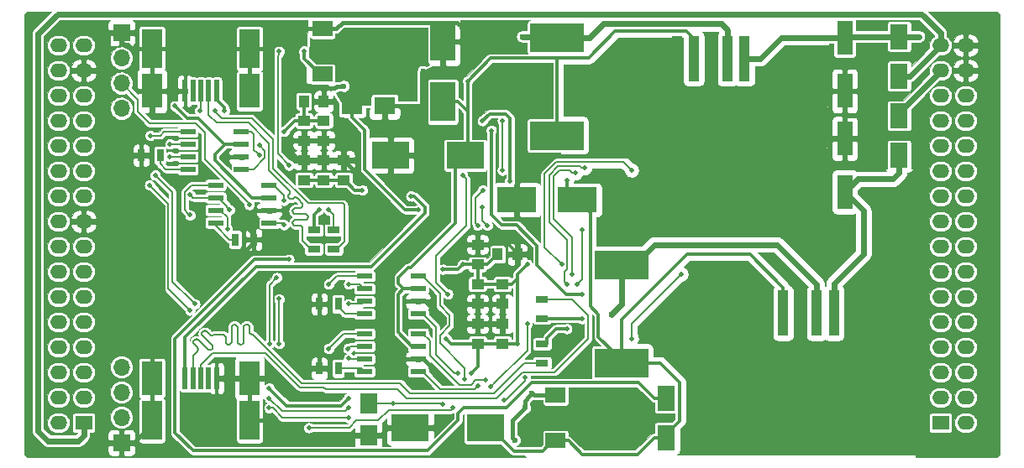
<source format=gbr>
%TF.GenerationSoftware,KiCad,Pcbnew,4.0.7-e2-6376~58~ubuntu16.04.1*%
%TF.CreationDate,2017-12-06T17:26:10+02:00*%
%TF.ProjectId,instrument_cluster,696E737472756D656E745F636C757374,rev?*%
%TF.FileFunction,Copper,L1,Top,Signal*%
%FSLAX46Y46*%
G04 Gerber Fmt 4.6, Leading zero omitted, Abs format (unit mm)*
G04 Created by KiCad (PCBNEW 4.0.7-e2-6376~58~ubuntu16.04.1) date Wed Dec  6 17:26:10 2017*
%MOMM*%
%LPD*%
G01*
G04 APERTURE LIST*
%ADD10C,0.100000*%
%ADD11R,1.600000X3.500000*%
%ADD12R,2.500000X4.000000*%
%ADD13R,4.000000X2.500000*%
%ADD14R,3.750000X2.700000*%
%ADD15R,1.800000X2.150000*%
%ADD16R,2.150000X1.800000*%
%ADD17R,1.250000X1.000000*%
%ADD18R,1.000000X1.250000*%
%ADD19R,1.800000X2.500000*%
%ADD20R,1.700000X1.700000*%
%ADD21O,1.700000X1.700000*%
%ADD22R,5.400000X2.900000*%
%ADD23R,1.300000X0.700000*%
%ADD24R,0.700000X1.300000*%
%ADD25R,2.000000X3.800000*%
%ADD26R,2.000000X1.500000*%
%ADD27R,1.550000X0.600000*%
%ADD28R,1.100000X4.600000*%
%ADD29R,10.800000X9.400000*%
%ADD30R,5.250000X4.550000*%
%ADD31R,1.700000X1.400000*%
%ADD32O,1.700000X1.400000*%
%ADD33R,0.500000X2.250000*%
%ADD34R,2.050000X3.500000*%
%ADD35R,2.050000X4.000000*%
%ADD36C,0.600000*%
%ADD37C,0.500000*%
%ADD38C,0.600000*%
%ADD39C,0.400000*%
%ADD40C,0.250000*%
%ADD41C,0.300000*%
%ADD42C,0.200000*%
%ADD43C,0.025400*%
G04 APERTURE END LIST*
D10*
D11*
X191000000Y-88100000D03*
X191000000Y-93500000D03*
X191000000Y-103700000D03*
X191000000Y-98300000D03*
D12*
X150500000Y-94600000D03*
X150500000Y-88500000D03*
D13*
X164050000Y-104500000D03*
X157950000Y-104500000D03*
D14*
X154775000Y-127500000D03*
X147225000Y-127500000D03*
X152775000Y-100000000D03*
X145225000Y-100000000D03*
D15*
X143000000Y-125000000D03*
X143000000Y-128250000D03*
D16*
X141375000Y-95000000D03*
X144625000Y-95000000D03*
D17*
X138500000Y-96500000D03*
X138500000Y-98500000D03*
X156500000Y-119000000D03*
X156500000Y-117000000D03*
X136500000Y-96500000D03*
X136500000Y-98500000D03*
X154000000Y-119000000D03*
X154000000Y-117000000D03*
X136500000Y-102500000D03*
X136500000Y-100500000D03*
X156500000Y-113000000D03*
X156500000Y-115000000D03*
X138500000Y-102500000D03*
X138500000Y-100500000D03*
D18*
X156000000Y-110000000D03*
X158000000Y-110000000D03*
D17*
X140500000Y-102500000D03*
X140500000Y-100500000D03*
X154000000Y-113000000D03*
X154000000Y-115000000D03*
D18*
X136500000Y-94550000D03*
X138500000Y-94550000D03*
D17*
X154000000Y-111000000D03*
X154000000Y-109000000D03*
D19*
X196500000Y-88000000D03*
X196500000Y-92000000D03*
X196500000Y-100000000D03*
X196500000Y-96000000D03*
X173000000Y-128500000D03*
X173000000Y-124500000D03*
D20*
X118110000Y-87630000D03*
D21*
X118110000Y-90170000D03*
X118110000Y-92710000D03*
X118110000Y-95250000D03*
D20*
X118110000Y-129000000D03*
D21*
X118110000Y-126460000D03*
X118110000Y-123920000D03*
X118110000Y-121380000D03*
D22*
X162000000Y-88100000D03*
X162000000Y-98000000D03*
X168500000Y-111050000D03*
X168500000Y-120950000D03*
D23*
X139500000Y-109450000D03*
X139500000Y-107550000D03*
X137500000Y-109450000D03*
X137500000Y-107550000D03*
X160500000Y-114550000D03*
X160500000Y-116450000D03*
X160500000Y-120950000D03*
X160500000Y-119050000D03*
D24*
X138050000Y-121500000D03*
X139950000Y-121500000D03*
X138050000Y-115000000D03*
X139950000Y-115000000D03*
D25*
X168150000Y-126500000D03*
D26*
X161850000Y-126500000D03*
X161850000Y-128800000D03*
X161850000Y-124200000D03*
D25*
X144650000Y-89500000D03*
D26*
X138350000Y-89500000D03*
X138350000Y-91800000D03*
X138350000Y-87200000D03*
D27*
X130200000Y-101405000D03*
X130200000Y-100135000D03*
X130200000Y-98865000D03*
X130200000Y-97595000D03*
X124800000Y-97595000D03*
X124800000Y-98865000D03*
X124800000Y-100135000D03*
X124800000Y-101405000D03*
X133000000Y-106810000D03*
X133000000Y-105540000D03*
X133000000Y-104270000D03*
X133000000Y-103000000D03*
X127600000Y-103000000D03*
X127600000Y-104270000D03*
X127600000Y-105540000D03*
X127600000Y-106810000D03*
X148000000Y-121810000D03*
X148000000Y-120540000D03*
X148000000Y-119270000D03*
X148000000Y-118000000D03*
X142600000Y-118000000D03*
X142600000Y-119270000D03*
X142600000Y-120540000D03*
X142600000Y-121810000D03*
X148000000Y-116000000D03*
X148000000Y-114730000D03*
X148000000Y-113460000D03*
X148000000Y-112190000D03*
X142600000Y-112190000D03*
X142600000Y-113460000D03*
X142600000Y-114730000D03*
X142600000Y-116000000D03*
D28*
X180900000Y-90225000D03*
X179200000Y-90225000D03*
X177500000Y-90225000D03*
X175800000Y-90225000D03*
X174100000Y-90225000D03*
D29*
X177500000Y-99375000D03*
D30*
X174725000Y-101800000D03*
X180275000Y-96950000D03*
X180275000Y-101800000D03*
X174725000Y-96950000D03*
D28*
X189900000Y-115925000D03*
X188200000Y-115925000D03*
X186500000Y-115925000D03*
X184800000Y-115925000D03*
X183100000Y-115925000D03*
D29*
X186500000Y-125075000D03*
D30*
X183725000Y-127500000D03*
X189275000Y-122650000D03*
X189275000Y-127500000D03*
X183725000Y-122650000D03*
D31*
X200660000Y-127000000D03*
D32*
X200660000Y-124460000D03*
X200660000Y-121920000D03*
X200660000Y-119380000D03*
X200660000Y-116840000D03*
X200660000Y-114300000D03*
X200660000Y-111760000D03*
X200660000Y-109220000D03*
X200660000Y-106680000D03*
X200660000Y-104140000D03*
X200660000Y-101600000D03*
X200660000Y-99060000D03*
X200660000Y-96520000D03*
X200660000Y-93980000D03*
X200660000Y-91440000D03*
X200660000Y-88900000D03*
X203200000Y-127000000D03*
X203200000Y-124460000D03*
X203200000Y-121920000D03*
X203200000Y-119380000D03*
X203200000Y-116840000D03*
X203200000Y-114300000D03*
X203200000Y-111760000D03*
X203200000Y-109220000D03*
X203200000Y-106680000D03*
X203200000Y-104140000D03*
X203200000Y-101600000D03*
X203200000Y-99060000D03*
X203200000Y-96520000D03*
X203200000Y-93980000D03*
X203200000Y-91440000D03*
X203200000Y-88900000D03*
D31*
X114300000Y-127000000D03*
D32*
X114300000Y-121920000D03*
X114300000Y-124460000D03*
X114300000Y-119380000D03*
X114300000Y-116840000D03*
X114300000Y-114300000D03*
X114300000Y-111760000D03*
X114300000Y-109220000D03*
X114300000Y-106680000D03*
X114300000Y-104140000D03*
X114300000Y-101600000D03*
X114300000Y-99060000D03*
X114300000Y-96520000D03*
X114300000Y-93980000D03*
X114300000Y-91440000D03*
X114300000Y-88900000D03*
X111760000Y-127000000D03*
X111760000Y-124460000D03*
X111760000Y-121920000D03*
X111760000Y-119380000D03*
X111760000Y-116840000D03*
X111760000Y-114300000D03*
X111760000Y-111760000D03*
X111760000Y-109220000D03*
X111760000Y-106680000D03*
X111760000Y-104140000D03*
X111760000Y-101600000D03*
X111760000Y-99060000D03*
X111760000Y-96520000D03*
X111760000Y-93980000D03*
X111760000Y-91440000D03*
X111760000Y-88900000D03*
D24*
X122000000Y-100000000D03*
X120100000Y-100000000D03*
X129550000Y-108500000D03*
X131450000Y-108500000D03*
D33*
X127700000Y-93500000D03*
X126900000Y-93500000D03*
X126100000Y-93500000D03*
X125300000Y-93500000D03*
X124500000Y-93500000D03*
D34*
X121175000Y-93500000D03*
D35*
X121175000Y-89250000D03*
X131025000Y-89250000D03*
D34*
X131025000Y-93500000D03*
D33*
X124500000Y-122500000D03*
X125300000Y-122500000D03*
X126100000Y-122500000D03*
X126900000Y-122500000D03*
X127700000Y-122500000D03*
D34*
X131025000Y-122500000D03*
D35*
X131025000Y-126750000D03*
X121175000Y-126750000D03*
D34*
X121175000Y-122500000D03*
D36*
X198500000Y-88000000D03*
X146180000Y-96820000D03*
X164500000Y-120820000D03*
X163180000Y-118980000D03*
X137451884Y-124512361D03*
D37*
X151200000Y-110800000D03*
D36*
X128753099Y-100000000D03*
X129088218Y-104271530D03*
X133500000Y-128500000D03*
X122000000Y-112000000D03*
X126500678Y-110012709D03*
X157746948Y-128756112D03*
X151287652Y-126393206D03*
X121000000Y-119000000D03*
X119000000Y-101500000D03*
D37*
X141000000Y-104500000D03*
D36*
X135000000Y-99500000D03*
D37*
X136000000Y-92500000D03*
D36*
X140500000Y-93000000D03*
X140500000Y-98500000D03*
X143500000Y-103500000D03*
X148504352Y-91500000D03*
X152403383Y-87005778D03*
X135000000Y-114000000D03*
X135000606Y-120500653D03*
X158749999Y-125500000D03*
X175500000Y-128721430D03*
X159501456Y-124013533D03*
X150500000Y-116500000D03*
X150000000Y-122000000D03*
X180340000Y-125222000D03*
X179070000Y-121920000D03*
X193500832Y-89500128D03*
X193000000Y-96000000D03*
X152000000Y-115000000D03*
X172500000Y-88500000D03*
X196013560Y-108975210D03*
X196000000Y-121708359D03*
D37*
X139000161Y-119500288D03*
D36*
X158500000Y-88000000D03*
X167484390Y-116028373D03*
D37*
X121500000Y-102000000D03*
X125500000Y-115000000D03*
X123000000Y-100135000D03*
X141000000Y-120500000D03*
X140949978Y-119500803D03*
X120950000Y-103000000D03*
X125000000Y-115632449D03*
X123000000Y-98865000D03*
X156500096Y-101500336D03*
X156500000Y-96500000D03*
X134000124Y-118999917D03*
X128774195Y-107402407D03*
X134000000Y-114500000D03*
X141000000Y-115000000D03*
X133004572Y-118995082D03*
X133754392Y-112334264D03*
X129000442Y-105500650D03*
X125013776Y-103995098D03*
X141000000Y-113000000D03*
X139000000Y-105500000D03*
X138000000Y-105500000D03*
X164500000Y-116500000D03*
X163000358Y-117500557D03*
X169505571Y-101487812D03*
X162500181Y-111000451D03*
X174508703Y-112005138D03*
X169500000Y-118500000D03*
X154494633Y-105233328D03*
X155002001Y-107050975D03*
X163902570Y-101747596D03*
X163500470Y-112000042D03*
X154525868Y-103505353D03*
X154003722Y-107050975D03*
X154777088Y-122711605D03*
X154001277Y-123275830D03*
X152671443Y-122593852D03*
X152000000Y-122000000D03*
X152501686Y-102004039D03*
X151000000Y-114000000D03*
X164504978Y-107493597D03*
X164000801Y-112999171D03*
X164826130Y-101243836D03*
X163000382Y-113000006D03*
X136506700Y-89468790D03*
X153000000Y-92500000D03*
X163000204Y-102499981D03*
X157242893Y-102599999D03*
X154500000Y-96500000D03*
X123500000Y-95000000D03*
X150509734Y-125099851D03*
X145500000Y-125000000D03*
X159500000Y-126500000D03*
X148000146Y-105499646D03*
X134500920Y-97574031D03*
X142391079Y-103500000D03*
X153349990Y-121960733D03*
X133000000Y-123500000D03*
X141000000Y-124500000D03*
X158000000Y-119000000D03*
X152500000Y-111000000D03*
X150850000Y-118500000D03*
X159000000Y-111000000D03*
X150500000Y-111500000D03*
X164500000Y-114000000D03*
X155373111Y-97487424D03*
X147280613Y-104116709D03*
X128499193Y-95506138D03*
X135000000Y-110500000D03*
X130984036Y-104982242D03*
X141000000Y-126500000D03*
X133000000Y-125500000D03*
X156666265Y-124744974D03*
X158806284Y-122423725D03*
X155341312Y-123369868D03*
X133000000Y-124500000D03*
X141000000Y-125500000D03*
X159000000Y-117000000D03*
X121000000Y-98000000D03*
X125018477Y-106033147D03*
X139000000Y-113000000D03*
X134500012Y-104541147D03*
X134499864Y-107012980D03*
X132000000Y-100000000D03*
X132000000Y-99000000D03*
X127500722Y-95501002D03*
X126001219Y-95501780D03*
X135000000Y-101000000D03*
X134000000Y-89500000D03*
X151500000Y-125500000D03*
X137000000Y-127500000D03*
D38*
X191000000Y-88100000D02*
X191508820Y-88100000D01*
X191508820Y-88100000D02*
X191608820Y-88000000D01*
X191608820Y-88000000D02*
X196500000Y-88000000D01*
X196500000Y-88000000D02*
X198500000Y-88000000D01*
X184600000Y-88100000D02*
X182475000Y-90225000D01*
X182475000Y-90225000D02*
X180900000Y-90225000D01*
X191000000Y-88100000D02*
X184600000Y-88100000D01*
D39*
X146180000Y-96820000D02*
X145405000Y-96820000D01*
X145405000Y-96820000D02*
X145225000Y-97000000D01*
X191000000Y-93500000D02*
X192364746Y-93500000D01*
X192364746Y-93500000D02*
X193500832Y-92363914D01*
X193500832Y-92363914D02*
X193500832Y-89924392D01*
X193500832Y-89924392D02*
X193500832Y-89500128D01*
X145225000Y-97000000D02*
X144620352Y-96395352D01*
X144620352Y-96395352D02*
X144620352Y-95004648D01*
X144620352Y-95004648D02*
X144625000Y-95000000D01*
X144625000Y-95000000D02*
X148216283Y-95000000D01*
X148216283Y-95000000D02*
X148379559Y-94836724D01*
X148379559Y-91624793D02*
X148504352Y-91500000D01*
X148379559Y-94836724D02*
X148379559Y-91624793D01*
X118110000Y-87630000D02*
X118112246Y-87632246D01*
X118112246Y-87632246D02*
X118112246Y-88565723D01*
X118112246Y-88565723D02*
X118366522Y-88819999D01*
X118366522Y-88819999D02*
X118758001Y-88819999D01*
X118758001Y-88819999D02*
X119188002Y-89250000D01*
X119188002Y-89250000D02*
X121175000Y-89250000D01*
X133500000Y-128500000D02*
X136389998Y-128500000D01*
X136389998Y-128500000D02*
X136633908Y-128256090D01*
X136633908Y-128256090D02*
X142993910Y-128256090D01*
X142993910Y-128256090D02*
X143000000Y-128250000D01*
X134279360Y-122500000D02*
X136291721Y-124512361D01*
X137027620Y-124512361D02*
X137451884Y-124512361D01*
X131025000Y-122500000D02*
X134279360Y-122500000D01*
X136291721Y-124512361D02*
X137027620Y-124512361D01*
D40*
X155525000Y-108500000D02*
X156625000Y-108500000D01*
X155025000Y-109000000D02*
X155525000Y-108500000D01*
X154000000Y-109000000D02*
X155025000Y-109000000D01*
X156625000Y-108500000D02*
X158000000Y-109875000D01*
D39*
X158000000Y-109875000D02*
X158000000Y-110000000D01*
D40*
X153000000Y-109000000D02*
X154000000Y-109000000D01*
X153000000Y-109000000D02*
X151200000Y-110800000D01*
D39*
X148504352Y-91500000D02*
X150500000Y-91500000D01*
X150500000Y-91500000D02*
X150500000Y-88500000D01*
X120100000Y-100000000D02*
X120100000Y-101500000D01*
X120100000Y-101500000D02*
X119000000Y-101500000D01*
X133500000Y-128500000D02*
X133500000Y-126750000D01*
X133500000Y-126750000D02*
X131025000Y-126750000D01*
D41*
X138500000Y-94675000D02*
X139515191Y-94675000D01*
X139515191Y-94675000D02*
X139849999Y-95009808D01*
X139849999Y-95009808D02*
X139849999Y-96260001D01*
X140500000Y-98075736D02*
X140500000Y-98500000D01*
X139849999Y-96260001D02*
X139939999Y-96350001D01*
X140500000Y-96350001D02*
X140500000Y-98075736D01*
X139939999Y-96350001D02*
X140500000Y-96350001D01*
D39*
X138500000Y-94550000D02*
X138500000Y-93185882D01*
X138500000Y-93185882D02*
X136685882Y-93185882D01*
X136685882Y-93185882D02*
X136000000Y-92500000D01*
X140500000Y-93000000D02*
X139800002Y-93000000D01*
X139800002Y-93000000D02*
X139560827Y-93239175D01*
X139560827Y-93239175D02*
X138500000Y-93239175D01*
X138500000Y-93239175D02*
X138500000Y-94425000D01*
X143200001Y-103200001D02*
X143500000Y-103500000D01*
X140500000Y-100500000D02*
X143200001Y-103200001D01*
X137000000Y-100500000D02*
X140500000Y-100500000D01*
X129388217Y-104571529D02*
X129388217Y-104778423D01*
X129388217Y-104778423D02*
X130281540Y-105671746D01*
X130281540Y-105671746D02*
X130281540Y-106743901D01*
X131485441Y-105540000D02*
X130281540Y-106743901D01*
X131450000Y-108500000D02*
X131450000Y-107912361D01*
X131450000Y-107912361D02*
X130281540Y-106743901D01*
X131485441Y-105540000D02*
X133000000Y-105540000D01*
X129388217Y-104571529D02*
X129088218Y-104271530D01*
X128888099Y-100135000D02*
X128753099Y-100000000D01*
X130200000Y-100135000D02*
X128888099Y-100135000D01*
X157950000Y-104500000D02*
X157950000Y-102850000D01*
X169993823Y-100093823D02*
X171700000Y-101800000D01*
X171700000Y-101800000D02*
X174725000Y-101800000D01*
X160724618Y-100075382D02*
X163493100Y-100075382D01*
X157950000Y-102850000D02*
X160724618Y-100075382D01*
X163511541Y-100093823D02*
X169993823Y-100093823D01*
X163493100Y-100075382D02*
X163511541Y-100093823D01*
X135000606Y-120500653D02*
X135999953Y-121500000D01*
X135999953Y-121500000D02*
X138050000Y-121500000D01*
X122000000Y-112000000D02*
X122000000Y-118000000D01*
X122000000Y-118000000D02*
X121000000Y-119000000D01*
X114300000Y-106680000D02*
X116680000Y-106680000D01*
X116680000Y-106680000D02*
X122000000Y-112000000D01*
X130237291Y-110012709D02*
X126924942Y-110012709D01*
X131450000Y-108800000D02*
X130237291Y-110012709D01*
X131450000Y-108500000D02*
X131450000Y-108800000D01*
X126924942Y-110012709D02*
X126500678Y-110012709D01*
X158749999Y-125500000D02*
X157510419Y-126739580D01*
X157510419Y-126739580D02*
X157510419Y-128519583D01*
X157510419Y-128519583D02*
X157746948Y-128756112D01*
X145225000Y-100000000D02*
X145225000Y-97000000D01*
X150987653Y-126693205D02*
X151287652Y-126393206D01*
X147225000Y-127500000D02*
X150180858Y-127500000D01*
X150180858Y-127500000D02*
X150987653Y-126693205D01*
X121175000Y-126750000D02*
X121175000Y-122500000D01*
X118110000Y-129000000D02*
X119360000Y-129000000D01*
X119360000Y-129000000D02*
X121175000Y-127185000D01*
X121175000Y-127185000D02*
X121175000Y-126750000D01*
X121175000Y-122500000D02*
X121175000Y-119175000D01*
X121175000Y-119175000D02*
X121000000Y-119000000D01*
X131025000Y-122500000D02*
X131025000Y-126750000D01*
X127700000Y-122500000D02*
X131025000Y-122500000D01*
X115550000Y-91440000D02*
X116490000Y-90500000D01*
X116490000Y-90500000D02*
X116759999Y-90230001D01*
X119000000Y-101500000D02*
X116490000Y-98990000D01*
X116490000Y-98990000D02*
X116490000Y-90500000D01*
X131025000Y-89250000D02*
X132450000Y-89250000D01*
X132450000Y-89250000D02*
X134500000Y-87200000D01*
X136950000Y-87200000D02*
X138350000Y-87200000D01*
X134500000Y-87200000D02*
X136950000Y-87200000D01*
X131025000Y-93500000D02*
X131025000Y-89250000D01*
X131025000Y-89250000D02*
X129600000Y-89250000D01*
X129600000Y-89250000D02*
X121175000Y-89250000D01*
X121175000Y-93500000D02*
X124500000Y-93500000D01*
X121175000Y-89250000D02*
X121175000Y-93500000D01*
X114300000Y-91440000D02*
X115550000Y-91440000D01*
X116759999Y-90230001D02*
X116759999Y-87730001D01*
X116759999Y-87730001D02*
X116860000Y-87630000D01*
X116860000Y-87630000D02*
X118110000Y-87630000D01*
D42*
X142500000Y-104500000D02*
X141000000Y-104500000D01*
D39*
X143500000Y-103500000D02*
X142500000Y-104500000D01*
X138500000Y-98500000D02*
X140500000Y-98500000D01*
X136500000Y-98500000D02*
X138500000Y-98500000D01*
X136500000Y-100500000D02*
X136000000Y-100500000D01*
X136000000Y-100500000D02*
X135000000Y-99500000D01*
X140500000Y-98500000D02*
X140500000Y-100500000D01*
D42*
X138500000Y-94425000D02*
X138500000Y-94550000D01*
X138500000Y-94550000D02*
X138500000Y-94675000D01*
D39*
X138350000Y-87200000D02*
X139750000Y-87200000D01*
X139750000Y-87200000D02*
X140383997Y-86566003D01*
X140383997Y-86566003D02*
X151963608Y-86566003D01*
X151963608Y-86566003D02*
X152403383Y-87005778D01*
X150500000Y-88500000D02*
X152150000Y-88500000D01*
X152403383Y-88246617D02*
X152403383Y-87430042D01*
X152150000Y-88500000D02*
X152403383Y-88246617D01*
X152403383Y-87430042D02*
X152403383Y-87005778D01*
X135000000Y-114000000D02*
X135000107Y-114000000D01*
X135000107Y-114000000D02*
X136000107Y-115000000D01*
X136000107Y-115000000D02*
X138050000Y-115000000D01*
X138050000Y-115000000D02*
X138050000Y-121500000D01*
X161850000Y-124200000D02*
X159687923Y-124200000D01*
X159687923Y-124200000D02*
X159501456Y-124013533D01*
X158749999Y-125500000D02*
X158749999Y-124764990D01*
X159201457Y-124313532D02*
X159501456Y-124013533D01*
X158749999Y-124764990D02*
X159201457Y-124313532D01*
X176721430Y-127500000D02*
X175799999Y-128421431D01*
X183725000Y-127500000D02*
X176721430Y-127500000D01*
X175799999Y-128421431D02*
X175500000Y-128721430D01*
X148000000Y-114730000D02*
X148730000Y-114730000D01*
X148730000Y-114730000D02*
X150500000Y-116500000D01*
X148000000Y-120540000D02*
X148540000Y-120540000D01*
X148540000Y-120540000D02*
X150000000Y-122000000D01*
X144200000Y-128250000D02*
X143000000Y-128250000D01*
X144950000Y-127500000D02*
X144200000Y-128250000D01*
X147225000Y-127500000D02*
X144950000Y-127500000D01*
X183725000Y-127500000D02*
X180700000Y-127500000D01*
X180340000Y-127140000D02*
X180340000Y-125222000D01*
X180700000Y-127500000D02*
X180340000Y-127140000D01*
X183725000Y-122650000D02*
X179800000Y-122650000D01*
X179800000Y-122650000D02*
X179070000Y-121920000D01*
X191000000Y-94450000D02*
X191000000Y-96000000D01*
X191000000Y-96000000D02*
X191000000Y-98300000D01*
X193000000Y-96000000D02*
X191000000Y-96000000D01*
X154000000Y-117000000D02*
X154000000Y-115000000D01*
X154000000Y-115000000D02*
X152000000Y-115000000D01*
X154000000Y-117000000D02*
X156500000Y-117000000D01*
X154000000Y-115000000D02*
X156500000Y-115000000D01*
X172500000Y-88500000D02*
X172500000Y-88625000D01*
X172500000Y-88625000D02*
X174100000Y-90225000D01*
X196000000Y-121708359D02*
X196000000Y-108988770D01*
X196000000Y-108988770D02*
X196013560Y-108975210D01*
X196000000Y-121708359D02*
X190216641Y-121708359D01*
X190216641Y-121708359D02*
X189275000Y-122650000D01*
X186500000Y-115925000D02*
X186500000Y-119875000D01*
X186500000Y-119875000D02*
X183725000Y-122650000D01*
X189275000Y-127500000D02*
X183725000Y-127500000D01*
X189275000Y-122650000D02*
X189275000Y-127500000D01*
X183725000Y-122650000D02*
X189275000Y-122650000D01*
X183100000Y-115925000D02*
X183100000Y-122025000D01*
X183100000Y-122025000D02*
X183725000Y-122650000D01*
X150500000Y-89700000D02*
X150500000Y-88950000D01*
X191000000Y-98300000D02*
X181100000Y-98300000D01*
X181100000Y-98300000D02*
X180275000Y-97475000D01*
X180275000Y-97475000D02*
X180275000Y-96950000D01*
X191000000Y-93500000D02*
X191000000Y-94450000D01*
X177500000Y-90225000D02*
X177500000Y-94175000D01*
X177500000Y-94175000D02*
X180275000Y-96950000D01*
X180275000Y-101800000D02*
X174725000Y-101800000D01*
X180275000Y-96950000D02*
X180275000Y-101800000D01*
X174725000Y-96950000D02*
X180275000Y-96950000D01*
X174100000Y-90225000D02*
X174100000Y-96325000D01*
X174100000Y-96325000D02*
X174725000Y-96950000D01*
D38*
X189900000Y-115925000D02*
X189900000Y-112950016D01*
X189900000Y-112950016D02*
X192905199Y-109944817D01*
X192905199Y-109944817D02*
X192905199Y-105605199D01*
X192905199Y-105605199D02*
X191000000Y-103700000D01*
X191000000Y-103700000D02*
X192319082Y-102380918D01*
X192319082Y-102380918D02*
X195869205Y-102380918D01*
X195869205Y-102380918D02*
X196500000Y-101750123D01*
X196500000Y-101750123D02*
X196500000Y-100000000D01*
D42*
X139250160Y-119250289D02*
X139000161Y-119500288D01*
X140500449Y-118000000D02*
X139250160Y-119250289D01*
X142600000Y-118000000D02*
X140500449Y-118000000D01*
X142600000Y-118000000D02*
X142125000Y-118000000D01*
D38*
X114300000Y-127000000D02*
X114300000Y-128300000D01*
X114300000Y-128300000D02*
X113780000Y-128820000D01*
X200660000Y-87600000D02*
X200660000Y-88900000D01*
X113780000Y-128820000D02*
X110680000Y-128820000D01*
X110680000Y-128820000D02*
X109680000Y-127820000D01*
X109680000Y-127820000D02*
X109680000Y-87722392D01*
X109680000Y-87722392D02*
X111677042Y-85725350D01*
X194945350Y-85725350D02*
X194945700Y-85725000D01*
X111677042Y-85725350D02*
X194945350Y-85725350D01*
X194945700Y-85725000D02*
X198785000Y-85725000D01*
X198785000Y-85725000D02*
X200660000Y-87600000D01*
X196500000Y-92000000D02*
X197560000Y-92000000D01*
X197560000Y-92000000D02*
X200660000Y-88900000D01*
X196500000Y-96000000D02*
X196500000Y-95650000D01*
X196500000Y-95650000D02*
X200660000Y-91490000D01*
X200660000Y-91490000D02*
X200660000Y-91440000D01*
X166675012Y-86724988D02*
X165300000Y-88100000D01*
X165300000Y-88100000D02*
X162000000Y-88100000D01*
X178599988Y-86724988D02*
X166675012Y-86724988D01*
X179200000Y-87325000D02*
X178599988Y-86724988D01*
X179200000Y-90225000D02*
X179200000Y-87325000D01*
X158500000Y-88000000D02*
X161900000Y-88000000D01*
X161900000Y-88000000D02*
X162000000Y-88100000D01*
X160750000Y-88100000D02*
X162000000Y-88100000D01*
X168500000Y-111050000D02*
X168500000Y-115012763D01*
X167784389Y-115728374D02*
X167484390Y-116028373D01*
X168500000Y-115012763D02*
X167784389Y-115728374D01*
X169750000Y-111050000D02*
X168500000Y-111050000D01*
X184175000Y-109000000D02*
X171800000Y-109000000D01*
X188200000Y-115925000D02*
X188200000Y-113025000D01*
X188200000Y-113025000D02*
X184175000Y-109000000D01*
X171800000Y-109000000D02*
X169750000Y-111050000D01*
D42*
X121500000Y-102000000D02*
X123238617Y-103738617D01*
X123238617Y-103738617D02*
X123238617Y-112738617D01*
X123238617Y-112738617D02*
X125250001Y-114750001D01*
X125250001Y-114750001D02*
X125500000Y-115000000D01*
X124800000Y-100135000D02*
X123500000Y-100135000D01*
X123500000Y-100135000D02*
X123000000Y-100135000D01*
X141040000Y-120540000D02*
X141000000Y-120500000D01*
X142600000Y-120540000D02*
X141040000Y-120540000D01*
X142600000Y-119270000D02*
X141180781Y-119270000D01*
X141180781Y-119270000D02*
X140949978Y-119500803D01*
X122838606Y-113471055D02*
X125000000Y-115632449D01*
X122838606Y-104888606D02*
X122838606Y-113471055D01*
X120950000Y-103000000D02*
X122838606Y-104888606D01*
X124800000Y-98865000D02*
X123000000Y-98865000D01*
X156500000Y-96500000D02*
X156500000Y-101500240D01*
X156500000Y-101500240D02*
X156500096Y-101500336D01*
X134000000Y-114500000D02*
X134000000Y-118999793D01*
X134000000Y-118999793D02*
X134000124Y-118999917D01*
X128774195Y-107048854D02*
X128774195Y-107402407D01*
X128774195Y-106239195D02*
X128774195Y-107048854D01*
X128075000Y-105540000D02*
X128774195Y-106239195D01*
X127600000Y-105540000D02*
X128075000Y-105540000D01*
X142330000Y-115000000D02*
X142600000Y-114730000D01*
X141000000Y-115000000D02*
X142330000Y-115000000D01*
X133004572Y-113084084D02*
X133004572Y-118641529D01*
X133754392Y-112334264D02*
X133004572Y-113084084D01*
X133004572Y-118641529D02*
X133004572Y-118995082D01*
X128750443Y-105250651D02*
X129000442Y-105500650D01*
X127600000Y-104270000D02*
X127897557Y-104270000D01*
X128750443Y-105122886D02*
X128750443Y-105250651D01*
X127897557Y-104270000D02*
X128750443Y-105122886D01*
X125263775Y-104245097D02*
X125013776Y-103995098D01*
X127600000Y-104270000D02*
X125288678Y-104270000D01*
X125288678Y-104270000D02*
X125263775Y-104245097D01*
X141000000Y-113000000D02*
X142140000Y-113000000D01*
X142140000Y-113000000D02*
X142600000Y-113460000D01*
X139500000Y-107550000D02*
X139500000Y-106000000D01*
X139500000Y-106000000D02*
X139000000Y-105500000D01*
D41*
X137500000Y-107550000D02*
X137500000Y-106000000D01*
X137500000Y-106000000D02*
X138000000Y-105500000D01*
X160500000Y-116450000D02*
X164450000Y-116450000D01*
X164450000Y-116450000D02*
X164500000Y-116500000D01*
X163000358Y-117500557D02*
X161899443Y-117500557D01*
X161899443Y-117500557D02*
X161000000Y-118400000D01*
X161000000Y-118400000D02*
X161000000Y-119050000D01*
D42*
X139950000Y-121500000D02*
X142290000Y-121500000D01*
X142290000Y-121500000D02*
X142600000Y-121810000D01*
X142600000Y-116000000D02*
X140650000Y-116000000D01*
X140650000Y-116000000D02*
X139950000Y-115300000D01*
X139950000Y-115300000D02*
X139950000Y-115000000D01*
X169255572Y-101237813D02*
X169505571Y-101487812D01*
X163263009Y-100693834D02*
X168711593Y-100693834D01*
X163244568Y-100675393D02*
X163263009Y-100693834D01*
X161957810Y-100675393D02*
X163244568Y-100675393D01*
X168711593Y-100693834D02*
X169255572Y-101237813D01*
X160753165Y-109253435D02*
X160753165Y-101880038D01*
X160753165Y-101880038D02*
X161957810Y-100675393D01*
X162500181Y-111000451D02*
X160753165Y-109253435D01*
X169500000Y-117013841D02*
X174258704Y-112255137D01*
X169500000Y-118500000D02*
X169500000Y-117013841D01*
X174258704Y-112255137D02*
X174508703Y-112005138D01*
X154494633Y-105586881D02*
X154494633Y-105233328D01*
X154494633Y-106543607D02*
X154494633Y-105586881D01*
X155002001Y-107050975D02*
X154494633Y-106543607D01*
X161626218Y-106430186D02*
X161626218Y-102138385D01*
X162261201Y-101503402D02*
X163304823Y-101503402D01*
X163500470Y-112000042D02*
X163500470Y-108304438D01*
X163549017Y-101747596D02*
X163902570Y-101747596D01*
X163500470Y-108304438D02*
X161626218Y-106430186D01*
X161626218Y-102138385D02*
X162261201Y-101503402D01*
X163304823Y-101503402D02*
X163549017Y-101747596D01*
X153753723Y-106800976D02*
X153753723Y-104277498D01*
X154275869Y-103755352D02*
X154525868Y-103505353D01*
X153753723Y-104277498D02*
X154275869Y-103755352D01*
X154003722Y-107050975D02*
X153753723Y-106800976D01*
X153326752Y-123148108D02*
X153763255Y-122711605D01*
X152148108Y-123148108D02*
X153326752Y-123148108D01*
X148000000Y-118000000D02*
X148475000Y-118000000D01*
X149175001Y-118700001D02*
X149175001Y-120175001D01*
X148475000Y-118000000D02*
X149175001Y-118700001D01*
X149175001Y-120175001D02*
X152148108Y-123148108D01*
X153763255Y-122711605D02*
X154423535Y-122711605D01*
X154423535Y-122711605D02*
X154777088Y-122711605D01*
X150261357Y-123596357D02*
X153680750Y-123596357D01*
X153751278Y-123525829D02*
X154001277Y-123275830D01*
X153680750Y-123596357D02*
X153751278Y-123525829D01*
X148475000Y-121810000D02*
X150261357Y-123596357D01*
X148000000Y-121810000D02*
X148475000Y-121810000D01*
X152671443Y-122240299D02*
X152671443Y-122593852D01*
X151200001Y-117187997D02*
X150199999Y-118187999D01*
X150199999Y-118983281D02*
X152671443Y-121454725D01*
X148475000Y-112190000D02*
X150199999Y-113914999D01*
X150199999Y-118187999D02*
X150199999Y-118983281D01*
X150199999Y-115163997D02*
X151200001Y-116163999D01*
X150199999Y-113914999D02*
X150199999Y-115163997D01*
X148000000Y-112190000D02*
X148475000Y-112190000D01*
X152671443Y-121454725D02*
X152671443Y-122240299D01*
X151200001Y-116163999D02*
X151200001Y-117187997D01*
X149799989Y-117324989D02*
X149799989Y-120099989D01*
X148475000Y-116000000D02*
X149799989Y-117324989D01*
X149799989Y-120099989D02*
X151700000Y-122000000D01*
X151700000Y-122000000D02*
X152000000Y-122000000D01*
X148000000Y-116000000D02*
X148475000Y-116000000D01*
X149849999Y-112849999D02*
X149849999Y-110150001D01*
X152751685Y-102254038D02*
X152501686Y-102004039D01*
X152875403Y-102377756D02*
X152751685Y-102254038D01*
X152875403Y-107124597D02*
X152875403Y-102377756D01*
X149849999Y-110150001D02*
X152875403Y-107124597D01*
X151000000Y-114000000D02*
X149849999Y-112849999D01*
X164504978Y-107847150D02*
X164504978Y-107493597D01*
X164000801Y-112999171D02*
X164504978Y-112494994D01*
X164504978Y-112494994D02*
X164504978Y-107847150D01*
X162750383Y-111787652D02*
X163054800Y-111483235D01*
X162750383Y-112750007D02*
X162750383Y-111787652D01*
X163054800Y-108554800D02*
X161226208Y-106726208D01*
X163106866Y-101103391D02*
X164332132Y-101103391D01*
X163078879Y-101075404D02*
X163106866Y-101103391D01*
X164332132Y-101103391D02*
X164472577Y-101243836D01*
X161226208Y-106726208D02*
X161226208Y-101972695D01*
X162123499Y-101075404D02*
X163078879Y-101075404D01*
X161226208Y-101972695D02*
X162123499Y-101075404D01*
X163054800Y-111483235D02*
X163054800Y-108554800D01*
X163000382Y-113000006D02*
X162750383Y-112750007D01*
X164472577Y-101243836D02*
X164826130Y-101243836D01*
D41*
X165180000Y-90173790D02*
X162180000Y-90173790D01*
X162180000Y-90173790D02*
X155326210Y-90173790D01*
X162000000Y-96250000D02*
X162000000Y-90353790D01*
X162000000Y-90353790D02*
X162180000Y-90173790D01*
X162000000Y-98000000D02*
X162000000Y-96250000D01*
X155923790Y-90173790D02*
X155326210Y-90173790D01*
X167878791Y-87474999D02*
X165180000Y-90173790D01*
X155326210Y-90173790D02*
X153000000Y-92500000D01*
X146540000Y-113460000D02*
X146002143Y-112922143D01*
X146002143Y-112922143D02*
X146002143Y-112302855D01*
X146002143Y-112302855D02*
X146983563Y-111321435D01*
X151747367Y-106851337D02*
X151747367Y-101027633D01*
X146983563Y-111321435D02*
X147309716Y-111321435D01*
X147309716Y-111321435D02*
X147309716Y-111288988D01*
X147309716Y-111288988D02*
X151747367Y-106851337D01*
X151747367Y-101027633D02*
X152775000Y-100000000D01*
X138350000Y-91800000D02*
X138100000Y-91800000D01*
X138100000Y-91800000D02*
X136506700Y-90206700D01*
X136506700Y-89822343D02*
X136506700Y-89468790D01*
X136506700Y-90206700D02*
X136506700Y-89822343D01*
X175800000Y-90225000D02*
X175800000Y-88219738D01*
X175800000Y-88219738D02*
X175055261Y-87474999D01*
X175055261Y-87474999D02*
X167878791Y-87474999D01*
X148000000Y-119270000D02*
X147384998Y-119270000D01*
X147384998Y-119270000D02*
X146000000Y-117885002D01*
X146000000Y-117885002D02*
X146000000Y-114000000D01*
X146000000Y-114000000D02*
X146540000Y-113460000D01*
X146540000Y-113460000D02*
X148000000Y-113460000D01*
X153000000Y-92500000D02*
X153000000Y-95500000D01*
X153000000Y-95500000D02*
X153000000Y-99775000D01*
X150500000Y-94600000D02*
X152050000Y-94600000D01*
X152050000Y-94600000D02*
X152950000Y-95500000D01*
X152950000Y-95500000D02*
X153000000Y-95500000D01*
X153000000Y-99775000D02*
X152775000Y-100000000D01*
X133000000Y-104270000D02*
X131303521Y-104270000D01*
X131303521Y-104270000D02*
X127512243Y-100478722D01*
X127512243Y-100478722D02*
X127512243Y-99874623D01*
X127512243Y-99874623D02*
X128521866Y-98865000D01*
X128521866Y-98865000D02*
X129125000Y-98865000D01*
X129125000Y-98865000D02*
X130200000Y-98865000D01*
X165349999Y-115227902D02*
X166180000Y-116057903D01*
X166180000Y-116057903D02*
X166180000Y-118320000D01*
X166180000Y-118320000D02*
X168500000Y-120640000D01*
X168500000Y-120640000D02*
X168500000Y-120950000D01*
X164050000Y-104500000D02*
X165349999Y-105799999D01*
X165349999Y-105799999D02*
X165349999Y-115227902D01*
X173000000Y-128500000D02*
X171800000Y-128500000D01*
X171800000Y-128500000D02*
X170101614Y-130198386D01*
X170101614Y-130198386D02*
X164548386Y-130198386D01*
X164548386Y-130198386D02*
X163150000Y-128800000D01*
X163150000Y-128800000D02*
X161850000Y-128800000D01*
X125816639Y-96218804D02*
X124718804Y-96218804D01*
X130200000Y-98865000D02*
X128462835Y-98865000D01*
X123749999Y-95249999D02*
X123500000Y-95000000D01*
X124718804Y-96218804D02*
X123749999Y-95249999D01*
X128462835Y-98865000D02*
X125816639Y-96218804D01*
X157300009Y-102542883D02*
X157242893Y-102599999D01*
X157300009Y-96264007D02*
X157300009Y-102542883D01*
X156836001Y-95799999D02*
X157300009Y-96264007D01*
X155200001Y-95799999D02*
X156836001Y-95799999D01*
X154500000Y-96500000D02*
X155200001Y-95799999D01*
X163000204Y-102499981D02*
X163000204Y-103450204D01*
X163000204Y-103450204D02*
X164050000Y-104500000D01*
X154775000Y-127500000D02*
X155300000Y-127500000D01*
X161600000Y-128800000D02*
X161850000Y-128800000D01*
X160550000Y-129850000D02*
X161600000Y-128800000D01*
X155300000Y-127500000D02*
X157650000Y-129850000D01*
X157650000Y-129850000D02*
X160550000Y-129850000D01*
X168500000Y-120950000D02*
X172410002Y-120950000D01*
X172410002Y-120950000D02*
X174350001Y-122889999D01*
X174350001Y-122889999D02*
X174350001Y-126799999D01*
X174350001Y-126799999D02*
X173000000Y-128150000D01*
X173000000Y-128150000D02*
X173000000Y-128500000D01*
X168500000Y-116590030D02*
X168500000Y-118000000D01*
X168500000Y-118000000D02*
X168500000Y-120950000D01*
X181454415Y-109979415D02*
X175110615Y-109979415D01*
X175110615Y-109979415D02*
X168500000Y-116590030D01*
X184800000Y-115925000D02*
X184800000Y-113325000D01*
X184800000Y-113325000D02*
X181454415Y-109979415D01*
D42*
X150409883Y-125000000D02*
X150509734Y-125099851D01*
X145500000Y-125000000D02*
X150409883Y-125000000D01*
X143000000Y-125000000D02*
X145500000Y-125000000D01*
X161850000Y-126500000D02*
X159500000Y-126500000D01*
D41*
X161850000Y-126500000D02*
X168150000Y-126500000D01*
X141375000Y-95000000D02*
X141375000Y-93800000D01*
X148000146Y-105499646D02*
X146691653Y-105499646D01*
X146691653Y-105499646D02*
X142645441Y-101453434D01*
X142645441Y-101453434D02*
X142645441Y-97470441D01*
X142645441Y-97470441D02*
X141375000Y-96200000D01*
X141375000Y-96200000D02*
X141375000Y-95000000D01*
X141375000Y-93800000D02*
X141375000Y-91225000D01*
X144650000Y-89500000D02*
X143350000Y-89500000D01*
X143350000Y-89500000D02*
X141625000Y-91225000D01*
X141625000Y-91225000D02*
X141375000Y-91225000D01*
X141375000Y-91225000D02*
X139650000Y-89500000D01*
X139650000Y-89500000D02*
X138350000Y-89500000D01*
X134750919Y-97324032D02*
X134500920Y-97574031D01*
X136500000Y-96500000D02*
X135574951Y-96500000D01*
X135574951Y-96500000D02*
X134750919Y-97324032D01*
D42*
X140500000Y-102500000D02*
X140625000Y-102500000D01*
D41*
X140625000Y-102500000D02*
X141625000Y-103500000D01*
X141625000Y-103500000D02*
X142391079Y-103500000D01*
X138500000Y-102500000D02*
X140500000Y-102500000D01*
X136500000Y-102500000D02*
X138500000Y-102500000D01*
X136500000Y-96500000D02*
X138500000Y-96500000D01*
X136500000Y-94550000D02*
X136500000Y-96500000D01*
X154000000Y-121310723D02*
X153599989Y-121710734D01*
X153599989Y-121710734D02*
X153349990Y-121960733D01*
X154000000Y-119000000D02*
X154000000Y-121310723D01*
X141000000Y-124500000D02*
X140237638Y-125262362D01*
X140237638Y-125262362D02*
X134762362Y-125262362D01*
X134762362Y-125262362D02*
X133000000Y-123500000D01*
X156500000Y-113000000D02*
X157425000Y-113000000D01*
X157425000Y-113000000D02*
X158000000Y-112425000D01*
X158000000Y-112425000D02*
X158000000Y-112000000D01*
X154000000Y-111000000D02*
X155000000Y-111000000D01*
X155000000Y-111000000D02*
X156000000Y-110000000D01*
X156000000Y-110000000D02*
X156000000Y-110125000D01*
X154000000Y-111000000D02*
X154000000Y-113000000D01*
X154000000Y-119000000D02*
X151350000Y-119000000D01*
X154000000Y-119000000D02*
X156500000Y-119000000D01*
X154000000Y-113000000D02*
X156500000Y-113000000D01*
X158000000Y-119000000D02*
X158000000Y-112000000D01*
X158000000Y-112000000D02*
X159000000Y-111000000D01*
X156500000Y-119000000D02*
X158000000Y-119000000D01*
X152500000Y-111000000D02*
X154000000Y-111000000D01*
X150500000Y-111500000D02*
X152000000Y-111500000D01*
X152000000Y-111500000D02*
X152500000Y-111000000D01*
X151350000Y-119000000D02*
X150850000Y-118500000D01*
X164500000Y-114000000D02*
X162964374Y-114000000D01*
X162964374Y-114000000D02*
X160000000Y-111035626D01*
X160000000Y-111035626D02*
X160000000Y-109094390D01*
X160000000Y-109094390D02*
X157937529Y-107031919D01*
X157937529Y-107031919D02*
X156421917Y-107031919D01*
X155373111Y-105983113D02*
X155373111Y-97840977D01*
X156421917Y-107031919D02*
X155373111Y-105983113D01*
X155373111Y-97840977D02*
X155373111Y-97487424D01*
X147634166Y-104116709D02*
X147280613Y-104116709D01*
X143299999Y-111200001D02*
X148710296Y-105789704D01*
X148710296Y-105789704D02*
X148710296Y-105192839D01*
X124500000Y-118348542D02*
X131648541Y-111200001D01*
X124500000Y-122500000D02*
X124500000Y-118348542D01*
X131648541Y-111200001D02*
X143299999Y-111200001D01*
X148710296Y-105192839D02*
X147634166Y-104116709D01*
X135000000Y-110500000D02*
X131500000Y-110500000D01*
X131500000Y-110500000D02*
X123500000Y-118500000D01*
X123500000Y-118500000D02*
X123500000Y-128000000D01*
X125323224Y-129823224D02*
X148980853Y-129823224D01*
X123500000Y-128000000D02*
X125323224Y-129823224D01*
X152037653Y-126072854D02*
X152610507Y-125500000D01*
X159460678Y-122940525D02*
X170240525Y-122940525D01*
X148980853Y-129823224D02*
X152037653Y-126766424D01*
X152037653Y-126766424D02*
X152037653Y-126072854D01*
X156901203Y-125500000D02*
X159460678Y-122940525D01*
X152610507Y-125500000D02*
X156901203Y-125500000D01*
X170240525Y-122940525D02*
X171800000Y-124500000D01*
X171800000Y-124500000D02*
X173000000Y-124500000D01*
X128499193Y-95174193D02*
X128499193Y-95506138D01*
X127700000Y-94375000D02*
X128499193Y-95174193D01*
X127700000Y-93500000D02*
X127700000Y-94375000D01*
D42*
X118110000Y-92710000D02*
X119749999Y-94349999D01*
X119749999Y-94349999D02*
X119749999Y-95570001D01*
X130984036Y-104851871D02*
X130984036Y-104982242D01*
X119749999Y-95570001D02*
X120948813Y-96768815D01*
X120948813Y-96768815D02*
X125588817Y-96768815D01*
X125588817Y-96768815D02*
X126529185Y-97709183D01*
X126529185Y-97709183D02*
X126529185Y-100397020D01*
X126529185Y-100397020D02*
X130984036Y-104851871D01*
X133000000Y-125500000D02*
X133353553Y-125500000D01*
X133353553Y-125500000D02*
X134353553Y-126500000D01*
X134353553Y-126500000D02*
X141000000Y-126500000D01*
X158806284Y-122423725D02*
X158806284Y-122760476D01*
X158806284Y-122760476D02*
X156821786Y-124744974D01*
X156821786Y-124744974D02*
X156666265Y-124744974D01*
X159000000Y-119711180D02*
X155591311Y-123119869D01*
X159000000Y-117000000D02*
X159000000Y-119711180D01*
X155591311Y-123119869D02*
X155341312Y-123369868D01*
X141000000Y-125500000D02*
X140687628Y-125812372D01*
X140687628Y-125812372D02*
X134312372Y-125812372D01*
X134312372Y-125812372D02*
X133000000Y-124500000D01*
X122000000Y-98000000D02*
X122405000Y-97595000D01*
X122405000Y-97595000D02*
X124800000Y-97595000D01*
X121000000Y-98000000D02*
X122000000Y-98000000D01*
X124463775Y-103731097D02*
X124463775Y-105478445D01*
X124768478Y-105783148D02*
X125018477Y-106033147D01*
X124463775Y-105478445D02*
X124768478Y-105783148D01*
X125194872Y-103000000D02*
X124463775Y-103731097D01*
X127600000Y-103000000D02*
X125194872Y-103000000D01*
X139000000Y-113000000D02*
X139810000Y-112190000D01*
X139810000Y-112190000D02*
X142600000Y-112190000D01*
X142125000Y-112190000D02*
X142600000Y-112190000D01*
X134500012Y-104025012D02*
X134500012Y-104187594D01*
X134500012Y-104187594D02*
X134500012Y-104541147D01*
X133000000Y-103000000D02*
X133475000Y-103000000D01*
X133475000Y-103000000D02*
X134500012Y-104025012D01*
X133000000Y-106810000D02*
X134296884Y-106810000D01*
X134296884Y-106810000D02*
X134499864Y-107012980D01*
X130200000Y-97595000D02*
X131175000Y-97595000D01*
X131175000Y-97595000D02*
X131449999Y-97869999D01*
X131449999Y-97869999D02*
X131449999Y-99449999D01*
X131750001Y-99750001D02*
X132000000Y-100000000D01*
X131449999Y-99449999D02*
X131750001Y-99750001D01*
X131409002Y-101405000D02*
X130200000Y-101405000D01*
X132550001Y-100264001D02*
X131409002Y-101405000D01*
X132550001Y-100264001D02*
X132550001Y-99550001D01*
X132550001Y-99550001D02*
X132000000Y-99000000D01*
X122000000Y-100000000D02*
X122000000Y-100850000D01*
X122000000Y-100850000D02*
X122555000Y-101405000D01*
X122555000Y-101405000D02*
X123825000Y-101405000D01*
X123825000Y-101405000D02*
X124800000Y-101405000D01*
X129550000Y-108500000D02*
X129000000Y-108500000D01*
X129000000Y-108500000D02*
X127600000Y-107100000D01*
X127600000Y-107100000D02*
X127600000Y-106810000D01*
X126900000Y-93500000D02*
X126900000Y-95886150D01*
X135813170Y-104313171D02*
X135919236Y-104419238D01*
X136052630Y-105302632D02*
X135652630Y-105302632D01*
X126900000Y-95886150D02*
X127705979Y-96692129D01*
X136746949Y-106475398D02*
X136688824Y-106495737D01*
X127705979Y-96692129D02*
X130912131Y-96692129D01*
X135078814Y-103663664D02*
X135078814Y-103725244D01*
X135652630Y-107102632D02*
X136052630Y-107102632D01*
X136052630Y-107102632D02*
X136119386Y-107110153D01*
X136119386Y-105295110D02*
X136052630Y-105302632D01*
X130912131Y-96692129D02*
X132999999Y-98779997D01*
X132999999Y-98779997D02*
X132999999Y-101500001D01*
X134934884Y-103992535D02*
X134921181Y-104052572D01*
X135360151Y-106869388D02*
X135382339Y-106932797D01*
X135465583Y-105368082D02*
X135418080Y-105415585D01*
X136239676Y-105237181D02*
X136182795Y-105272922D01*
X132999999Y-101500001D02*
X134999998Y-103500000D01*
X134999998Y-103500000D02*
X135038392Y-103548145D01*
X135919236Y-104419238D02*
X136352630Y-104852632D01*
X135078814Y-103725244D02*
X135065111Y-103785281D01*
X135382339Y-105472466D02*
X135360151Y-105535875D01*
X135585873Y-105310153D02*
X135522464Y-105332341D01*
X136119386Y-107110153D02*
X136182795Y-107132341D01*
X137200000Y-109450000D02*
X137500000Y-109450000D01*
X135585873Y-105895110D02*
X135652630Y-105902632D01*
X135587926Y-104234354D02*
X135649506Y-104234354D01*
X135465583Y-106568082D02*
X135418080Y-106615585D01*
X135035353Y-104313171D02*
X135083498Y-104351566D01*
X135260597Y-104391987D02*
X135320634Y-104378284D01*
X135065111Y-103785281D02*
X135038392Y-103840763D01*
X136842634Y-106006172D02*
X136875397Y-106058313D01*
X135038392Y-103840763D02*
X134961603Y-103937053D01*
X135038392Y-103548145D02*
X135065111Y-103603627D01*
X136287179Y-105189678D02*
X136239676Y-105237181D01*
X136345108Y-105069388D02*
X136322920Y-105132797D01*
X135418080Y-105789678D02*
X135465583Y-105837181D01*
X135065111Y-103603627D02*
X135078814Y-103663664D01*
X134961603Y-103937053D02*
X134934884Y-103992535D01*
X136352630Y-104852632D02*
X136352630Y-105002632D01*
X135652630Y-105302632D02*
X135585873Y-105310153D01*
X135472407Y-104274776D02*
X135527889Y-104248057D01*
X135527889Y-104248057D02*
X135587926Y-104234354D01*
X136875397Y-106346950D02*
X136842634Y-106399091D01*
X135585873Y-106510153D02*
X135522464Y-106532341D01*
X136688824Y-105909526D02*
X136746949Y-105929865D01*
X134921181Y-104052572D02*
X134921181Y-104114152D01*
X134921181Y-104114152D02*
X134934884Y-104174189D01*
X135138980Y-104378284D02*
X135199017Y-104391987D01*
X135649506Y-104234354D02*
X135709543Y-104248057D01*
X136352630Y-107402632D02*
X136352630Y-108602630D01*
X135352630Y-105602632D02*
X135360151Y-105669388D01*
X135083498Y-104351566D02*
X135138980Y-104378284D01*
X135376116Y-104351566D02*
X135472407Y-104274776D01*
X134934884Y-104174189D02*
X134961603Y-104229671D01*
X134961603Y-104229671D02*
X134999998Y-104277816D01*
X135652630Y-105902632D02*
X136627630Y-105902632D01*
X134999998Y-104277816D02*
X135035353Y-104313171D01*
X135382339Y-105732797D02*
X135418080Y-105789678D01*
X135320634Y-104378284D02*
X135376116Y-104351566D01*
X135199017Y-104391987D02*
X135260597Y-104391987D01*
X136746949Y-105929865D02*
X136799090Y-105962628D01*
X136182795Y-107132341D02*
X136239676Y-107168082D01*
X135709543Y-104248057D02*
X135765025Y-104274776D01*
X135522464Y-106532341D02*
X135465583Y-106568082D01*
X135765025Y-104274776D02*
X135813170Y-104313171D01*
X136322920Y-107272466D02*
X136345108Y-107335875D01*
X136352630Y-105002632D02*
X136345108Y-105069388D01*
X136322920Y-105132797D02*
X136287179Y-105189678D01*
X136182795Y-105272922D02*
X136119386Y-105295110D01*
X135465583Y-105837181D02*
X135522464Y-105872922D01*
X135522464Y-105332341D02*
X135465583Y-105368082D01*
X136895736Y-106116438D02*
X136902630Y-106177632D01*
X135418080Y-105415585D02*
X135382339Y-105472466D01*
X135360151Y-105535875D02*
X135352630Y-105602632D01*
X135360151Y-105669388D02*
X135382339Y-105732797D01*
X136627630Y-106502632D02*
X135652630Y-106502632D01*
X135522464Y-105872922D02*
X135585873Y-105895110D01*
X136287179Y-107215585D02*
X136322920Y-107272466D01*
X136627630Y-105902632D02*
X136688824Y-105909526D01*
X136799090Y-105962628D02*
X136842634Y-106006172D01*
X136875397Y-106058313D02*
X136895736Y-106116438D01*
X136902630Y-106177632D02*
X136902630Y-106227632D01*
X136902630Y-106227632D02*
X136895736Y-106288825D01*
X136895736Y-106288825D02*
X136875397Y-106346950D01*
X136842634Y-106399091D02*
X136799090Y-106442635D01*
X136688824Y-106495737D02*
X136627630Y-106502632D01*
X135522464Y-107072922D02*
X135585873Y-107095110D01*
X136799090Y-106442635D02*
X136746949Y-106475398D01*
X135652630Y-106502632D02*
X135585873Y-106510153D01*
X135418080Y-106615585D02*
X135382339Y-106672466D01*
X135382339Y-106672466D02*
X135360151Y-106735875D01*
X135360151Y-106735875D02*
X135352630Y-106802632D01*
X135352630Y-106802632D02*
X135360151Y-106869388D01*
X135382339Y-106932797D02*
X135418080Y-106989678D01*
X135418080Y-106989678D02*
X135465583Y-107037181D01*
X135465583Y-107037181D02*
X135522464Y-107072922D01*
X135585873Y-107095110D02*
X135652630Y-107102632D01*
X136239676Y-107168082D02*
X136287179Y-107215585D01*
X136345108Y-107335875D02*
X136352630Y-107402632D01*
X136352630Y-108602630D02*
X137200000Y-109450000D01*
X139500000Y-109450000D02*
X139800000Y-109450000D01*
X133400010Y-98400010D02*
X131250874Y-96250874D01*
X139800000Y-109450000D02*
X140550001Y-108699999D01*
X140550001Y-108699999D02*
X140550001Y-105012003D01*
X140550001Y-105012003D02*
X140379020Y-104841022D01*
X140379020Y-104841022D02*
X136906720Y-104841022D01*
X136906720Y-104841022D02*
X133400010Y-101334312D01*
X133400010Y-101334312D02*
X133400010Y-98400010D01*
X131250874Y-96250874D02*
X128250594Y-96250874D01*
X128250594Y-96250874D02*
X127750721Y-95751001D01*
X127750721Y-95751001D02*
X127500722Y-95501002D01*
X126100000Y-95402999D02*
X126001219Y-95501780D01*
X126100000Y-93500000D02*
X126100000Y-95402999D01*
X160500000Y-120950000D02*
X158663388Y-120950000D01*
X130478006Y-117193852D02*
X130442265Y-117250733D01*
X130842721Y-117110608D02*
X130779312Y-117088420D01*
X129820077Y-118847656D02*
X129812556Y-118780899D01*
X129182846Y-118911065D02*
X129147105Y-118967946D01*
X131042265Y-117911064D02*
X131020077Y-117847655D01*
X158663388Y-120950000D02*
X155615185Y-123998203D01*
X129812556Y-117380899D02*
X129805034Y-117314142D01*
X126340251Y-117756171D02*
X126287729Y-117798056D01*
X130582390Y-117110608D02*
X130525509Y-117146349D01*
X155615185Y-123998203D02*
X147190883Y-123998203D01*
X147190883Y-123998203D02*
X146192680Y-123000000D01*
X131312556Y-118080899D02*
X131245799Y-118073377D01*
X129382390Y-117110608D02*
X129325509Y-117146349D01*
X129212556Y-117380899D02*
X129212556Y-118780899D01*
X125617744Y-118560602D02*
X125552250Y-118575551D01*
X146192680Y-123000000D02*
X136231657Y-123000000D01*
X129242265Y-117250733D02*
X129220077Y-117314142D01*
X127419101Y-118080899D02*
X127366578Y-118122784D01*
X125684923Y-118560602D02*
X125617744Y-118560602D01*
X131245799Y-118073377D02*
X131182390Y-118051189D01*
X129805034Y-117314142D02*
X129782846Y-117250733D01*
X136231657Y-123000000D02*
X131312556Y-118080899D01*
X126994836Y-118080899D02*
X126711993Y-117798056D01*
X125750417Y-118575551D02*
X125684923Y-118560602D01*
X126287729Y-117798056D02*
X126245843Y-117850578D01*
X130412556Y-117380899D02*
X130412556Y-118780899D01*
X125793077Y-119664906D02*
X125763929Y-119725432D01*
X129579312Y-117088420D02*
X129512556Y-117080899D01*
X131182390Y-118051189D02*
X131125509Y-118015448D01*
X129445799Y-117088420D02*
X129382390Y-117110608D01*
X131125509Y-118015448D02*
X131078006Y-117967945D01*
X128725509Y-119015449D02*
X128678006Y-118967946D01*
X131078006Y-117967945D02*
X131042265Y-117911064D01*
X126245843Y-117850578D02*
X126216696Y-117911104D01*
X128912556Y-119080899D02*
X128845799Y-119073378D01*
X131012556Y-117380899D02*
X131005034Y-117314142D01*
X128678006Y-118967946D02*
X128642265Y-118911065D01*
X131005034Y-117314142D02*
X130982846Y-117250733D01*
X127154448Y-119607710D02*
X127093923Y-119636856D01*
X131020077Y-117847655D02*
X131012556Y-117780899D01*
X131012556Y-117780899D02*
X131012556Y-117380899D01*
X130779312Y-117088420D02*
X130712556Y-117080899D01*
X128379312Y-118088421D02*
X128312556Y-118080899D01*
X128845799Y-119073378D02*
X128782390Y-119051190D01*
X129747105Y-117193852D02*
X129699602Y-117146349D01*
X125722044Y-119777954D02*
X125300000Y-120200000D01*
X130712556Y-117080899D02*
X130645799Y-117088420D01*
X130982846Y-117250733D02*
X130947105Y-117193852D01*
X130112556Y-119080899D02*
X130045799Y-119073378D01*
X130299602Y-119015449D02*
X130242721Y-119051190D01*
X127366578Y-118122784D02*
X127306052Y-118151931D01*
X130947105Y-117193852D02*
X130899602Y-117146349D01*
X129842265Y-118911065D02*
X129820077Y-118847656D01*
X130899602Y-117146349D02*
X130842721Y-117110608D01*
X129812556Y-118780899D02*
X129812556Y-117380899D01*
X130645799Y-117088420D02*
X130582390Y-117110608D01*
X130525509Y-117146349D02*
X130478006Y-117193852D01*
X130442265Y-117250733D02*
X130420077Y-117314142D01*
X128612556Y-118780899D02*
X128612556Y-118380899D01*
X130382846Y-118911065D02*
X130347105Y-118967946D01*
X130420077Y-117314142D02*
X130412556Y-117380899D01*
X130412556Y-118780899D02*
X130405034Y-118847656D01*
X126711993Y-117798056D02*
X126659470Y-117756171D01*
X126466271Y-117712074D02*
X126400777Y-117727023D01*
X130405034Y-118847656D02*
X130382846Y-118911065D01*
X130242721Y-119051190D02*
X130179312Y-119073378D01*
X130347105Y-118967946D02*
X130299602Y-119015449D01*
X129925509Y-119015449D02*
X129878006Y-118967946D01*
X130179312Y-119073378D02*
X130112556Y-119080899D01*
X125722044Y-119353690D02*
X125763929Y-119406213D01*
X130045799Y-119073378D02*
X129982390Y-119051190D01*
X129325509Y-117146349D02*
X129278006Y-117193852D01*
X129982390Y-119051190D02*
X129925509Y-119015449D01*
X129220077Y-117314142D02*
X129212556Y-117380899D01*
X129878006Y-118967946D02*
X129842265Y-118911065D01*
X128442721Y-118110609D02*
X128379312Y-118088421D01*
X125397316Y-118699106D02*
X125368169Y-118759632D01*
X129782846Y-117250733D02*
X129747105Y-117193852D01*
X129699602Y-117146349D02*
X129642721Y-117110608D01*
X127173379Y-118166880D02*
X127107885Y-118151931D01*
X125300000Y-120200000D02*
X125300000Y-122500000D01*
X129642721Y-117110608D02*
X129579312Y-117088420D01*
X129512556Y-117080899D02*
X129445799Y-117088420D01*
X125439202Y-118646584D02*
X125397316Y-118699106D01*
X129278006Y-117193852D02*
X129242265Y-117250733D01*
X129212556Y-118780899D02*
X129205034Y-118847656D01*
X129205034Y-118847656D02*
X129182846Y-118911065D01*
X128312556Y-118080899D02*
X127419101Y-118080899D01*
X126533450Y-117712074D02*
X126466271Y-117712074D01*
X129147105Y-118967946D02*
X129099602Y-119015449D01*
X129099602Y-119015449D02*
X129042721Y-119051190D01*
X125763929Y-119725432D02*
X125722044Y-119777954D01*
X126201747Y-117976598D02*
X126201747Y-118043777D01*
X129042721Y-119051190D02*
X128979312Y-119073378D01*
X128979312Y-119073378D02*
X128912556Y-119080899D01*
X125368169Y-118759632D02*
X125353220Y-118825126D01*
X127047359Y-118122784D02*
X126994836Y-118080899D01*
X128620077Y-118847656D02*
X128612556Y-118780899D01*
X128782390Y-119051190D02*
X128725509Y-119015449D01*
X127248856Y-119194081D02*
X127278004Y-119254607D01*
X128642265Y-118911065D02*
X128620077Y-118847656D01*
X127248855Y-119513301D02*
X127206970Y-119565824D01*
X128612556Y-118380899D02*
X128605034Y-118314143D01*
X128605034Y-118314143D02*
X128582846Y-118250734D01*
X127028428Y-119651806D02*
X126961250Y-119651805D01*
X128582846Y-118250734D02*
X128547105Y-118193853D01*
X128547105Y-118193853D02*
X128499602Y-118146350D01*
X125863466Y-118646584D02*
X125810943Y-118604699D01*
X127240558Y-118166880D02*
X127173379Y-118166880D01*
X126216696Y-117911104D02*
X126201747Y-117976598D01*
X128499602Y-118146350D02*
X128442721Y-118110609D01*
X127306052Y-118151931D02*
X127240558Y-118166880D01*
X127107885Y-118151931D02*
X127047359Y-118122784D01*
X126659470Y-117756171D02*
X126598944Y-117727023D01*
X126598944Y-117727023D02*
X126533450Y-117712074D01*
X125491724Y-118604699D02*
X125439202Y-118646584D01*
X125368169Y-118957799D02*
X125397316Y-119018325D01*
X126400777Y-117727023D02*
X126340251Y-117756171D01*
X126201747Y-118043777D02*
X126216696Y-118109271D01*
X125808026Y-119532233D02*
X125808026Y-119599412D01*
X126216696Y-118109271D02*
X126245843Y-118169797D01*
X126245843Y-118169797D02*
X126287729Y-118222320D01*
X127206970Y-119565824D02*
X127154448Y-119607710D01*
X125353220Y-118892305D02*
X125368169Y-118957799D01*
X126287729Y-118222320D02*
X127206970Y-119141560D01*
X125810943Y-118604699D02*
X125750417Y-118575551D01*
X127206970Y-119141560D02*
X127248856Y-119194081D01*
X127278004Y-119254607D02*
X127292952Y-119320101D01*
X127292952Y-119320101D02*
X127292951Y-119387281D01*
X127292951Y-119387281D02*
X127278003Y-119452775D01*
X127278003Y-119452775D02*
X127248855Y-119513301D01*
X127093923Y-119636856D02*
X127028428Y-119651806D01*
X126961250Y-119651805D02*
X126895755Y-119636857D01*
X126895755Y-119636857D02*
X126835230Y-119607709D01*
X126835230Y-119607709D02*
X126782706Y-119565824D01*
X126782706Y-119565824D02*
X125863466Y-118646584D01*
X125552250Y-118575551D02*
X125491724Y-118604699D01*
X125353220Y-118825126D02*
X125353220Y-118892305D01*
X125397316Y-119018325D02*
X125439202Y-119070848D01*
X125439202Y-119070848D02*
X125722044Y-119353690D01*
X125763929Y-119406213D02*
X125793077Y-119466739D01*
X125793077Y-119466739D02*
X125808026Y-119532233D01*
X125808026Y-119599412D02*
X125793077Y-119664906D01*
X162700000Y-120950000D02*
X161796450Y-121853550D01*
X161796450Y-121853550D02*
X161776276Y-121873724D01*
X126100000Y-122500000D02*
X126100000Y-121175000D01*
X136069039Y-123408086D02*
X138500976Y-123408086D01*
X126100000Y-121175000D02*
X127275032Y-119999968D01*
X127275032Y-119999968D02*
X132660921Y-119999968D01*
X132660921Y-119999968D02*
X136069039Y-123408086D01*
X138500976Y-123408086D02*
X138695580Y-123602690D01*
X138695580Y-123602690D02*
X145909727Y-123602690D01*
X145909727Y-123602690D02*
X146809544Y-124502507D01*
X146809544Y-124502507D02*
X155913501Y-124502507D01*
X155913501Y-124502507D02*
X158542284Y-121873724D01*
X158542284Y-121873724D02*
X161750000Y-121873724D01*
X161750000Y-121873724D02*
X161776276Y-121873724D01*
X161776276Y-121873724D02*
X165150001Y-118499999D01*
X165150001Y-118499999D02*
X165150001Y-116187999D01*
X165150001Y-116187999D02*
X163512002Y-114550000D01*
X161350000Y-114550000D02*
X160500000Y-114550000D01*
X163512002Y-114550000D02*
X161350000Y-114550000D01*
X134000000Y-89500000D02*
X134000000Y-89853553D01*
X134000000Y-89853553D02*
X133850919Y-90002634D01*
X133850919Y-90002634D02*
X133850919Y-99850919D01*
X133850919Y-99850919D02*
X135000000Y-101000000D01*
X137000000Y-127500000D02*
X141054998Y-127500000D01*
X141054998Y-127500000D02*
X141779999Y-126774999D01*
X151306795Y-125693205D02*
X151500000Y-125500000D01*
X141779999Y-126774999D02*
X144004999Y-126774999D01*
X144004999Y-126774999D02*
X145086793Y-125693205D01*
X145086793Y-125693205D02*
X151306795Y-125693205D01*
D43*
G36*
X198106304Y-130222300D02*
X174099087Y-130222300D01*
X174120125Y-130215785D01*
X174241175Y-130136019D01*
X174335209Y-130025687D01*
X174394784Y-129893526D01*
X174415180Y-129750000D01*
X174415180Y-127672019D01*
X174818601Y-127268598D01*
X174857446Y-127221308D01*
X174896804Y-127174403D01*
X174898483Y-127171349D01*
X174900695Y-127168656D01*
X174929643Y-127114668D01*
X174959112Y-127061064D01*
X174960164Y-127057747D01*
X174961813Y-127054672D01*
X174979730Y-126996068D01*
X174998219Y-126937782D01*
X174998607Y-126934322D01*
X174999627Y-126930986D01*
X175005818Y-126870035D01*
X175012636Y-126809252D01*
X175012684Y-126802442D01*
X175012697Y-126802312D01*
X175012686Y-126802191D01*
X175012701Y-126799999D01*
X175012701Y-122889999D01*
X175006732Y-122829124D01*
X175001393Y-122768095D01*
X175000420Y-122764745D01*
X175000080Y-122761280D01*
X174982386Y-122702674D01*
X174965308Y-122643893D01*
X174963706Y-122640802D01*
X174962698Y-122637464D01*
X174933942Y-122583381D01*
X174905788Y-122529067D01*
X174903615Y-122526345D01*
X174901978Y-122523266D01*
X174863266Y-122475801D01*
X174825098Y-122427988D01*
X174820315Y-122423137D01*
X174820234Y-122423038D01*
X174820142Y-122422962D01*
X174818601Y-122421399D01*
X172878602Y-120481400D01*
X172831313Y-120442557D01*
X172784406Y-120403197D01*
X172781348Y-120401516D01*
X172778659Y-120399307D01*
X172724744Y-120370398D01*
X172671067Y-120340889D01*
X172667745Y-120339835D01*
X172664675Y-120338189D01*
X172606117Y-120320286D01*
X172547785Y-120301782D01*
X172544325Y-120301394D01*
X172540989Y-120300374D01*
X172480034Y-120294182D01*
X172419255Y-120287365D01*
X172412446Y-120287317D01*
X172412316Y-120287304D01*
X172412195Y-120287315D01*
X172410002Y-120287300D01*
X171715180Y-120287300D01*
X171715180Y-119500000D01*
X171708669Y-119418355D01*
X171665785Y-119279875D01*
X171586019Y-119158825D01*
X171475687Y-119064791D01*
X171343526Y-119005216D01*
X171200000Y-118984820D01*
X170091408Y-118984820D01*
X170166372Y-118878552D01*
X170227209Y-118741910D01*
X170260347Y-118596054D01*
X170262732Y-118425213D01*
X170233680Y-118278489D01*
X170176682Y-118140202D01*
X170112700Y-118043900D01*
X170112700Y-117267629D01*
X174620386Y-112759944D01*
X174714800Y-112743296D01*
X174854251Y-112689207D01*
X174980540Y-112609062D01*
X175088856Y-112505913D01*
X175175075Y-112383690D01*
X175235912Y-112247048D01*
X175269050Y-112101192D01*
X175271435Y-111930351D01*
X175242383Y-111783627D01*
X175185385Y-111645340D01*
X175102613Y-111520757D01*
X174997218Y-111414624D01*
X174873217Y-111330984D01*
X174748621Y-111278608D01*
X175385114Y-110642115D01*
X181179915Y-110642115D01*
X183848069Y-113310268D01*
X183814791Y-113349313D01*
X183755216Y-113481474D01*
X183734820Y-113625000D01*
X183734820Y-118225000D01*
X183741331Y-118306645D01*
X183784215Y-118445125D01*
X183863981Y-118566175D01*
X183974313Y-118660209D01*
X184106474Y-118719784D01*
X184250000Y-118740180D01*
X185350000Y-118740180D01*
X185431645Y-118733669D01*
X185570125Y-118690785D01*
X185691175Y-118611019D01*
X185785209Y-118500687D01*
X185844784Y-118368526D01*
X185865180Y-118225000D01*
X185865180Y-113625000D01*
X185858669Y-113543355D01*
X185815785Y-113404875D01*
X185736019Y-113283825D01*
X185625687Y-113189791D01*
X185493526Y-113130216D01*
X185427492Y-113120832D01*
X185415308Y-113078895D01*
X185413704Y-113075801D01*
X185412697Y-113072465D01*
X185383950Y-113018399D01*
X185355787Y-112964068D01*
X185353614Y-112961346D01*
X185351977Y-112958267D01*
X185313265Y-112910802D01*
X185275097Y-112862989D01*
X185270317Y-112858142D01*
X185270233Y-112858039D01*
X185270137Y-112857960D01*
X185268600Y-112856401D01*
X182224900Y-109812700D01*
X183838368Y-109812700D01*
X187288499Y-113262830D01*
X187214791Y-113349313D01*
X187155216Y-113481474D01*
X187134820Y-113625000D01*
X187134820Y-118225000D01*
X187141331Y-118306645D01*
X187184215Y-118445125D01*
X187263981Y-118566175D01*
X187374313Y-118660209D01*
X187506474Y-118719784D01*
X187650000Y-118740180D01*
X188750000Y-118740180D01*
X188831645Y-118733669D01*
X188970125Y-118690785D01*
X189049116Y-118638734D01*
X189074313Y-118660209D01*
X189206474Y-118719784D01*
X189350000Y-118740180D01*
X190450000Y-118740180D01*
X190531645Y-118733669D01*
X190670125Y-118690785D01*
X190791175Y-118611019D01*
X190885209Y-118500687D01*
X190944784Y-118368526D01*
X190965180Y-118225000D01*
X190965180Y-113625000D01*
X190958669Y-113543355D01*
X190915785Y-113404875D01*
X190836019Y-113283825D01*
X190770966Y-113228382D01*
X193479865Y-110519483D01*
X193527532Y-110461452D01*
X193575769Y-110403966D01*
X193577828Y-110400221D01*
X193580540Y-110396919D01*
X193616016Y-110330757D01*
X193652180Y-110264974D01*
X193653472Y-110260901D01*
X193655492Y-110257134D01*
X193677432Y-110185372D01*
X193700140Y-110113787D01*
X193700617Y-110109535D01*
X193701865Y-110105453D01*
X193709446Y-110030819D01*
X193717820Y-109956164D01*
X193717878Y-109947810D01*
X193717894Y-109947654D01*
X193717880Y-109947509D01*
X193717899Y-109944817D01*
X193717899Y-105605199D01*
X193710574Y-105530498D01*
X193704031Y-105455702D01*
X193702838Y-105451595D01*
X193702421Y-105447345D01*
X193680718Y-105375461D01*
X193659779Y-105303389D01*
X193657815Y-105299600D01*
X193656578Y-105295503D01*
X193621333Y-105229217D01*
X193586787Y-105162570D01*
X193584118Y-105159226D01*
X193582114Y-105155458D01*
X193534700Y-105097322D01*
X193487832Y-105038613D01*
X193481967Y-105032665D01*
X193481867Y-105032543D01*
X193481754Y-105032449D01*
X193479864Y-105030533D01*
X192315180Y-103865848D01*
X192315180Y-103534151D01*
X192655713Y-103193618D01*
X195869205Y-103193618D01*
X195943906Y-103186293D01*
X196018702Y-103179750D01*
X196022809Y-103178557D01*
X196027059Y-103178140D01*
X196098897Y-103156451D01*
X196171015Y-103135499D01*
X196174809Y-103133532D01*
X196178901Y-103132297D01*
X196245172Y-103097060D01*
X196311833Y-103062506D01*
X196315175Y-103059838D01*
X196318946Y-103057833D01*
X196377104Y-103010401D01*
X196435791Y-102963551D01*
X196441743Y-102957682D01*
X196441861Y-102957586D01*
X196441951Y-102957477D01*
X196443871Y-102955584D01*
X197074666Y-102324789D01*
X197122315Y-102266780D01*
X197170570Y-102209272D01*
X197172631Y-102205524D01*
X197175341Y-102202224D01*
X197210805Y-102136084D01*
X197246981Y-102070280D01*
X197248273Y-102066207D01*
X197250293Y-102062440D01*
X197272233Y-101990678D01*
X197294941Y-101919093D01*
X197295418Y-101914841D01*
X197296666Y-101910759D01*
X197304247Y-101836125D01*
X197312205Y-101765180D01*
X197400000Y-101765180D01*
X197481645Y-101758669D01*
X197620125Y-101715785D01*
X197741175Y-101636019D01*
X197835209Y-101525687D01*
X197894784Y-101393526D01*
X197903428Y-101332700D01*
X198057321Y-101332700D01*
X198106304Y-130222300D01*
X198106304Y-130222300D01*
G37*
X198106304Y-130222300D02*
X174099087Y-130222300D01*
X174120125Y-130215785D01*
X174241175Y-130136019D01*
X174335209Y-130025687D01*
X174394784Y-129893526D01*
X174415180Y-129750000D01*
X174415180Y-127672019D01*
X174818601Y-127268598D01*
X174857446Y-127221308D01*
X174896804Y-127174403D01*
X174898483Y-127171349D01*
X174900695Y-127168656D01*
X174929643Y-127114668D01*
X174959112Y-127061064D01*
X174960164Y-127057747D01*
X174961813Y-127054672D01*
X174979730Y-126996068D01*
X174998219Y-126937782D01*
X174998607Y-126934322D01*
X174999627Y-126930986D01*
X175005818Y-126870035D01*
X175012636Y-126809252D01*
X175012684Y-126802442D01*
X175012697Y-126802312D01*
X175012686Y-126802191D01*
X175012701Y-126799999D01*
X175012701Y-122889999D01*
X175006732Y-122829124D01*
X175001393Y-122768095D01*
X175000420Y-122764745D01*
X175000080Y-122761280D01*
X174982386Y-122702674D01*
X174965308Y-122643893D01*
X174963706Y-122640802D01*
X174962698Y-122637464D01*
X174933942Y-122583381D01*
X174905788Y-122529067D01*
X174903615Y-122526345D01*
X174901978Y-122523266D01*
X174863266Y-122475801D01*
X174825098Y-122427988D01*
X174820315Y-122423137D01*
X174820234Y-122423038D01*
X174820142Y-122422962D01*
X174818601Y-122421399D01*
X172878602Y-120481400D01*
X172831313Y-120442557D01*
X172784406Y-120403197D01*
X172781348Y-120401516D01*
X172778659Y-120399307D01*
X172724744Y-120370398D01*
X172671067Y-120340889D01*
X172667745Y-120339835D01*
X172664675Y-120338189D01*
X172606117Y-120320286D01*
X172547785Y-120301782D01*
X172544325Y-120301394D01*
X172540989Y-120300374D01*
X172480034Y-120294182D01*
X172419255Y-120287365D01*
X172412446Y-120287317D01*
X172412316Y-120287304D01*
X172412195Y-120287315D01*
X172410002Y-120287300D01*
X171715180Y-120287300D01*
X171715180Y-119500000D01*
X171708669Y-119418355D01*
X171665785Y-119279875D01*
X171586019Y-119158825D01*
X171475687Y-119064791D01*
X171343526Y-119005216D01*
X171200000Y-118984820D01*
X170091408Y-118984820D01*
X170166372Y-118878552D01*
X170227209Y-118741910D01*
X170260347Y-118596054D01*
X170262732Y-118425213D01*
X170233680Y-118278489D01*
X170176682Y-118140202D01*
X170112700Y-118043900D01*
X170112700Y-117267629D01*
X174620386Y-112759944D01*
X174714800Y-112743296D01*
X174854251Y-112689207D01*
X174980540Y-112609062D01*
X175088856Y-112505913D01*
X175175075Y-112383690D01*
X175235912Y-112247048D01*
X175269050Y-112101192D01*
X175271435Y-111930351D01*
X175242383Y-111783627D01*
X175185385Y-111645340D01*
X175102613Y-111520757D01*
X174997218Y-111414624D01*
X174873217Y-111330984D01*
X174748621Y-111278608D01*
X175385114Y-110642115D01*
X181179915Y-110642115D01*
X183848069Y-113310268D01*
X183814791Y-113349313D01*
X183755216Y-113481474D01*
X183734820Y-113625000D01*
X183734820Y-118225000D01*
X183741331Y-118306645D01*
X183784215Y-118445125D01*
X183863981Y-118566175D01*
X183974313Y-118660209D01*
X184106474Y-118719784D01*
X184250000Y-118740180D01*
X185350000Y-118740180D01*
X185431645Y-118733669D01*
X185570125Y-118690785D01*
X185691175Y-118611019D01*
X185785209Y-118500687D01*
X185844784Y-118368526D01*
X185865180Y-118225000D01*
X185865180Y-113625000D01*
X185858669Y-113543355D01*
X185815785Y-113404875D01*
X185736019Y-113283825D01*
X185625687Y-113189791D01*
X185493526Y-113130216D01*
X185427492Y-113120832D01*
X185415308Y-113078895D01*
X185413704Y-113075801D01*
X185412697Y-113072465D01*
X185383950Y-113018399D01*
X185355787Y-112964068D01*
X185353614Y-112961346D01*
X185351977Y-112958267D01*
X185313265Y-112910802D01*
X185275097Y-112862989D01*
X185270317Y-112858142D01*
X185270233Y-112858039D01*
X185270137Y-112857960D01*
X185268600Y-112856401D01*
X182224900Y-109812700D01*
X183838368Y-109812700D01*
X187288499Y-113262830D01*
X187214791Y-113349313D01*
X187155216Y-113481474D01*
X187134820Y-113625000D01*
X187134820Y-118225000D01*
X187141331Y-118306645D01*
X187184215Y-118445125D01*
X187263981Y-118566175D01*
X187374313Y-118660209D01*
X187506474Y-118719784D01*
X187650000Y-118740180D01*
X188750000Y-118740180D01*
X188831645Y-118733669D01*
X188970125Y-118690785D01*
X189049116Y-118638734D01*
X189074313Y-118660209D01*
X189206474Y-118719784D01*
X189350000Y-118740180D01*
X190450000Y-118740180D01*
X190531645Y-118733669D01*
X190670125Y-118690785D01*
X190791175Y-118611019D01*
X190885209Y-118500687D01*
X190944784Y-118368526D01*
X190965180Y-118225000D01*
X190965180Y-113625000D01*
X190958669Y-113543355D01*
X190915785Y-113404875D01*
X190836019Y-113283825D01*
X190770966Y-113228382D01*
X193479865Y-110519483D01*
X193527532Y-110461452D01*
X193575769Y-110403966D01*
X193577828Y-110400221D01*
X193580540Y-110396919D01*
X193616016Y-110330757D01*
X193652180Y-110264974D01*
X193653472Y-110260901D01*
X193655492Y-110257134D01*
X193677432Y-110185372D01*
X193700140Y-110113787D01*
X193700617Y-110109535D01*
X193701865Y-110105453D01*
X193709446Y-110030819D01*
X193717820Y-109956164D01*
X193717878Y-109947810D01*
X193717894Y-109947654D01*
X193717880Y-109947509D01*
X193717899Y-109944817D01*
X193717899Y-105605199D01*
X193710574Y-105530498D01*
X193704031Y-105455702D01*
X193702838Y-105451595D01*
X193702421Y-105447345D01*
X193680718Y-105375461D01*
X193659779Y-105303389D01*
X193657815Y-105299600D01*
X193656578Y-105295503D01*
X193621333Y-105229217D01*
X193586787Y-105162570D01*
X193584118Y-105159226D01*
X193582114Y-105155458D01*
X193534700Y-105097322D01*
X193487832Y-105038613D01*
X193481967Y-105032665D01*
X193481867Y-105032543D01*
X193481754Y-105032449D01*
X193479864Y-105030533D01*
X192315180Y-103865848D01*
X192315180Y-103534151D01*
X192655713Y-103193618D01*
X195869205Y-103193618D01*
X195943906Y-103186293D01*
X196018702Y-103179750D01*
X196022809Y-103178557D01*
X196027059Y-103178140D01*
X196098897Y-103156451D01*
X196171015Y-103135499D01*
X196174809Y-103133532D01*
X196178901Y-103132297D01*
X196245172Y-103097060D01*
X196311833Y-103062506D01*
X196315175Y-103059838D01*
X196318946Y-103057833D01*
X196377104Y-103010401D01*
X196435791Y-102963551D01*
X196441743Y-102957682D01*
X196441861Y-102957586D01*
X196441951Y-102957477D01*
X196443871Y-102955584D01*
X197074666Y-102324789D01*
X197122315Y-102266780D01*
X197170570Y-102209272D01*
X197172631Y-102205524D01*
X197175341Y-102202224D01*
X197210805Y-102136084D01*
X197246981Y-102070280D01*
X197248273Y-102066207D01*
X197250293Y-102062440D01*
X197272233Y-101990678D01*
X197294941Y-101919093D01*
X197295418Y-101914841D01*
X197296666Y-101910759D01*
X197304247Y-101836125D01*
X197312205Y-101765180D01*
X197400000Y-101765180D01*
X197481645Y-101758669D01*
X197620125Y-101715785D01*
X197741175Y-101636019D01*
X197835209Y-101525687D01*
X197894784Y-101393526D01*
X197903428Y-101332700D01*
X198057321Y-101332700D01*
X198106304Y-130222300D01*
G36*
X178288498Y-87562830D02*
X178214791Y-87649313D01*
X178155216Y-87781474D01*
X178134820Y-87925000D01*
X178134820Y-92525000D01*
X178141331Y-92606645D01*
X178184215Y-92745125D01*
X178263981Y-92866175D01*
X178374313Y-92960209D01*
X178506474Y-93019784D01*
X178650000Y-93040180D01*
X179750000Y-93040180D01*
X179831645Y-93033669D01*
X179970125Y-92990785D01*
X180049116Y-92938734D01*
X180074313Y-92960209D01*
X180206474Y-93019784D01*
X180350000Y-93040180D01*
X181450000Y-93040180D01*
X181531645Y-93033669D01*
X181670125Y-92990785D01*
X181791175Y-92911019D01*
X181885209Y-92800687D01*
X181944784Y-92668526D01*
X181965180Y-92525000D01*
X181965180Y-91037700D01*
X182475000Y-91037700D01*
X182549701Y-91030375D01*
X182624497Y-91023832D01*
X182628604Y-91022639D01*
X182632854Y-91022222D01*
X182704692Y-91000533D01*
X182776810Y-90979581D01*
X182780604Y-90977614D01*
X182784696Y-90976379D01*
X182850967Y-90941142D01*
X182917628Y-90906588D01*
X182920970Y-90903920D01*
X182924741Y-90901915D01*
X182982899Y-90854483D01*
X183041586Y-90807633D01*
X183047538Y-90801764D01*
X183047656Y-90801668D01*
X183047746Y-90801559D01*
X183049666Y-90799666D01*
X184936632Y-88912700D01*
X189407064Y-88912700D01*
X189167302Y-101319755D01*
X189167737Y-101323302D01*
X189169142Y-101326588D01*
X189171407Y-101329352D01*
X189174353Y-101331375D01*
X189177745Y-101332498D01*
X189180000Y-101332700D01*
X195091658Y-101332700D01*
X195134215Y-101470125D01*
X195198853Y-101568218D01*
X192319082Y-101568218D01*
X192244381Y-101575543D01*
X192169585Y-101582086D01*
X192165478Y-101583279D01*
X192161228Y-101583696D01*
X192157762Y-101584742D01*
X192075687Y-101514791D01*
X191943526Y-101455216D01*
X191800000Y-101434820D01*
X190200000Y-101434820D01*
X190118355Y-101441331D01*
X189979875Y-101484215D01*
X189858825Y-101563981D01*
X189764791Y-101674313D01*
X189705216Y-101806474D01*
X189684820Y-101950000D01*
X189684820Y-105450000D01*
X189691331Y-105531645D01*
X189734215Y-105670125D01*
X189813981Y-105791175D01*
X189924313Y-105885209D01*
X190056474Y-105944784D01*
X190200000Y-105965180D01*
X191800000Y-105965180D01*
X191881645Y-105958669D01*
X192020125Y-105915785D01*
X192048052Y-105897383D01*
X192092499Y-105941830D01*
X192092499Y-109608185D01*
X189325334Y-112375350D01*
X189277685Y-112433359D01*
X189229430Y-112490867D01*
X189227369Y-112494615D01*
X189224659Y-112497915D01*
X189189195Y-112564055D01*
X189153019Y-112629859D01*
X189151727Y-112633932D01*
X189149707Y-112637699D01*
X189127767Y-112709461D01*
X189105059Y-112781046D01*
X189104582Y-112785298D01*
X189103334Y-112789380D01*
X189095753Y-112864014D01*
X189087379Y-112938669D01*
X189087321Y-112947023D01*
X189087305Y-112947179D01*
X189087319Y-112947324D01*
X189087300Y-112950016D01*
X189087300Y-113187270D01*
X189050884Y-113211266D01*
X189025687Y-113189791D01*
X189012700Y-113183937D01*
X189012700Y-113025000D01*
X189005375Y-112950299D01*
X188998832Y-112875503D01*
X188997639Y-112871396D01*
X188997222Y-112867146D01*
X188975533Y-112795308D01*
X188954581Y-112723190D01*
X188952614Y-112719396D01*
X188951379Y-112715304D01*
X188916142Y-112649033D01*
X188881588Y-112582372D01*
X188878920Y-112579030D01*
X188876915Y-112575259D01*
X188829508Y-112517132D01*
X188782634Y-112458414D01*
X188776766Y-112452465D01*
X188776668Y-112452344D01*
X188776556Y-112452251D01*
X188774666Y-112450335D01*
X184749666Y-108425334D01*
X184691657Y-108377685D01*
X184634149Y-108329430D01*
X184630401Y-108327369D01*
X184627101Y-108324659D01*
X184560961Y-108289195D01*
X184495157Y-108253019D01*
X184491084Y-108251727D01*
X184487317Y-108249707D01*
X184415555Y-108227767D01*
X184343970Y-108205059D01*
X184339718Y-108204582D01*
X184335636Y-108203334D01*
X184261002Y-108195753D01*
X184186347Y-108187379D01*
X184177993Y-108187321D01*
X184177837Y-108187305D01*
X184177692Y-108187319D01*
X184175000Y-108187300D01*
X171800000Y-108187300D01*
X171725299Y-108194625D01*
X171650503Y-108201168D01*
X171646396Y-108202361D01*
X171642146Y-108202778D01*
X171570308Y-108224467D01*
X171498190Y-108245419D01*
X171494396Y-108247386D01*
X171490304Y-108248621D01*
X171424033Y-108283858D01*
X171357372Y-108318412D01*
X171354030Y-108321080D01*
X171350259Y-108323085D01*
X171292101Y-108370517D01*
X171233414Y-108417367D01*
X171227462Y-108423236D01*
X171227344Y-108423332D01*
X171227254Y-108423441D01*
X171225334Y-108425334D01*
X170565848Y-109084820D01*
X166012699Y-109084820D01*
X166012699Y-106265180D01*
X166050000Y-106265180D01*
X166131645Y-106258669D01*
X166270125Y-106215785D01*
X166391175Y-106136019D01*
X166485209Y-106025687D01*
X166544784Y-105893526D01*
X166565180Y-105750000D01*
X166565180Y-103250000D01*
X166558669Y-103168355D01*
X166515785Y-103029875D01*
X166436019Y-102908825D01*
X166325687Y-102814791D01*
X166193526Y-102755216D01*
X166050000Y-102734820D01*
X163729020Y-102734820D01*
X163760551Y-102596035D01*
X163761925Y-102497623D01*
X163811826Y-102508595D01*
X163961367Y-102511727D01*
X164108667Y-102485754D01*
X164248118Y-102431665D01*
X164374407Y-102351520D01*
X164482723Y-102248371D01*
X164568942Y-102126148D01*
X164629779Y-101989506D01*
X164631486Y-101981991D01*
X164735386Y-102004835D01*
X164884927Y-102007967D01*
X165032227Y-101981994D01*
X165171678Y-101927905D01*
X165297967Y-101847760D01*
X165406283Y-101744611D01*
X165492502Y-101622388D01*
X165553339Y-101485746D01*
X165586477Y-101339890D01*
X165586943Y-101306534D01*
X168457805Y-101306534D01*
X168750559Y-101599289D01*
X168768870Y-101699058D01*
X168823931Y-101838127D01*
X168904956Y-101963853D01*
X169008858Y-102071447D01*
X169131680Y-102156811D01*
X169268743Y-102216692D01*
X169414827Y-102248811D01*
X169564368Y-102251943D01*
X169711668Y-102225970D01*
X169851119Y-102171881D01*
X169977408Y-102091736D01*
X170085724Y-101988587D01*
X170171943Y-101866364D01*
X170232780Y-101729722D01*
X170265918Y-101583866D01*
X170268303Y-101413025D01*
X170239251Y-101266301D01*
X170182253Y-101128014D01*
X170099481Y-101003431D01*
X169994086Y-100897298D01*
X169870085Y-100813658D01*
X169732199Y-100755696D01*
X169616115Y-100731867D01*
X169144837Y-100260590D01*
X169101123Y-100224683D01*
X169057748Y-100188287D01*
X169054924Y-100186735D01*
X169052435Y-100184690D01*
X169002561Y-100157948D01*
X168952961Y-100130680D01*
X168949890Y-100129706D01*
X168947050Y-100128183D01*
X168892914Y-100111632D01*
X168838980Y-100094523D01*
X168835779Y-100094164D01*
X168832698Y-100093222D01*
X168776392Y-100087503D01*
X168720148Y-100081194D01*
X168713848Y-100081150D01*
X168713732Y-100081138D01*
X168713624Y-100081148D01*
X168711593Y-100081134D01*
X163387881Y-100081134D01*
X163371955Y-100076082D01*
X163368754Y-100075723D01*
X163365673Y-100074781D01*
X163309367Y-100069062D01*
X163253123Y-100062753D01*
X163246823Y-100062709D01*
X163246707Y-100062697D01*
X163246599Y-100062707D01*
X163244568Y-100062693D01*
X162347646Y-100062693D01*
X162349119Y-99965180D01*
X164700000Y-99965180D01*
X164781645Y-99958669D01*
X164920125Y-99915785D01*
X165041175Y-99836019D01*
X165135209Y-99725687D01*
X165194784Y-99593526D01*
X165215180Y-99450000D01*
X165215180Y-96550000D01*
X165208669Y-96468355D01*
X165165785Y-96329875D01*
X165086019Y-96208825D01*
X164975687Y-96114791D01*
X164843526Y-96055216D01*
X164700000Y-96034820D01*
X162662700Y-96034820D01*
X162662700Y-90836490D01*
X165180000Y-90836490D01*
X165240870Y-90830522D01*
X165301905Y-90825182D01*
X165305255Y-90824209D01*
X165308719Y-90823869D01*
X165367313Y-90806179D01*
X165426106Y-90789097D01*
X165429197Y-90787495D01*
X165432535Y-90786487D01*
X165486618Y-90757731D01*
X165540932Y-90729577D01*
X165543654Y-90727404D01*
X165546733Y-90725767D01*
X165594198Y-90687055D01*
X165642011Y-90648887D01*
X165646862Y-90644104D01*
X165646961Y-90644023D01*
X165647037Y-90643931D01*
X165648600Y-90642390D01*
X168153291Y-88137699D01*
X174734820Y-88137699D01*
X174734820Y-92525000D01*
X174741331Y-92606645D01*
X174784215Y-92745125D01*
X174863981Y-92866175D01*
X174974313Y-92960209D01*
X175106474Y-93019784D01*
X175250000Y-93040180D01*
X176350000Y-93040180D01*
X176431645Y-93033669D01*
X176570125Y-92990785D01*
X176691175Y-92911019D01*
X176785209Y-92800687D01*
X176844784Y-92668526D01*
X176865180Y-92525000D01*
X176865180Y-87925000D01*
X176858669Y-87843355D01*
X176815785Y-87704875D01*
X176736019Y-87583825D01*
X176681886Y-87537688D01*
X178263356Y-87537688D01*
X178288498Y-87562830D01*
X178288498Y-87562830D01*
G37*
X178288498Y-87562830D02*
X178214791Y-87649313D01*
X178155216Y-87781474D01*
X178134820Y-87925000D01*
X178134820Y-92525000D01*
X178141331Y-92606645D01*
X178184215Y-92745125D01*
X178263981Y-92866175D01*
X178374313Y-92960209D01*
X178506474Y-93019784D01*
X178650000Y-93040180D01*
X179750000Y-93040180D01*
X179831645Y-93033669D01*
X179970125Y-92990785D01*
X180049116Y-92938734D01*
X180074313Y-92960209D01*
X180206474Y-93019784D01*
X180350000Y-93040180D01*
X181450000Y-93040180D01*
X181531645Y-93033669D01*
X181670125Y-92990785D01*
X181791175Y-92911019D01*
X181885209Y-92800687D01*
X181944784Y-92668526D01*
X181965180Y-92525000D01*
X181965180Y-91037700D01*
X182475000Y-91037700D01*
X182549701Y-91030375D01*
X182624497Y-91023832D01*
X182628604Y-91022639D01*
X182632854Y-91022222D01*
X182704692Y-91000533D01*
X182776810Y-90979581D01*
X182780604Y-90977614D01*
X182784696Y-90976379D01*
X182850967Y-90941142D01*
X182917628Y-90906588D01*
X182920970Y-90903920D01*
X182924741Y-90901915D01*
X182982899Y-90854483D01*
X183041586Y-90807633D01*
X183047538Y-90801764D01*
X183047656Y-90801668D01*
X183047746Y-90801559D01*
X183049666Y-90799666D01*
X184936632Y-88912700D01*
X189407064Y-88912700D01*
X189167302Y-101319755D01*
X189167737Y-101323302D01*
X189169142Y-101326588D01*
X189171407Y-101329352D01*
X189174353Y-101331375D01*
X189177745Y-101332498D01*
X189180000Y-101332700D01*
X195091658Y-101332700D01*
X195134215Y-101470125D01*
X195198853Y-101568218D01*
X192319082Y-101568218D01*
X192244381Y-101575543D01*
X192169585Y-101582086D01*
X192165478Y-101583279D01*
X192161228Y-101583696D01*
X192157762Y-101584742D01*
X192075687Y-101514791D01*
X191943526Y-101455216D01*
X191800000Y-101434820D01*
X190200000Y-101434820D01*
X190118355Y-101441331D01*
X189979875Y-101484215D01*
X189858825Y-101563981D01*
X189764791Y-101674313D01*
X189705216Y-101806474D01*
X189684820Y-101950000D01*
X189684820Y-105450000D01*
X189691331Y-105531645D01*
X189734215Y-105670125D01*
X189813981Y-105791175D01*
X189924313Y-105885209D01*
X190056474Y-105944784D01*
X190200000Y-105965180D01*
X191800000Y-105965180D01*
X191881645Y-105958669D01*
X192020125Y-105915785D01*
X192048052Y-105897383D01*
X192092499Y-105941830D01*
X192092499Y-109608185D01*
X189325334Y-112375350D01*
X189277685Y-112433359D01*
X189229430Y-112490867D01*
X189227369Y-112494615D01*
X189224659Y-112497915D01*
X189189195Y-112564055D01*
X189153019Y-112629859D01*
X189151727Y-112633932D01*
X189149707Y-112637699D01*
X189127767Y-112709461D01*
X189105059Y-112781046D01*
X189104582Y-112785298D01*
X189103334Y-112789380D01*
X189095753Y-112864014D01*
X189087379Y-112938669D01*
X189087321Y-112947023D01*
X189087305Y-112947179D01*
X189087319Y-112947324D01*
X189087300Y-112950016D01*
X189087300Y-113187270D01*
X189050884Y-113211266D01*
X189025687Y-113189791D01*
X189012700Y-113183937D01*
X189012700Y-113025000D01*
X189005375Y-112950299D01*
X188998832Y-112875503D01*
X188997639Y-112871396D01*
X188997222Y-112867146D01*
X188975533Y-112795308D01*
X188954581Y-112723190D01*
X188952614Y-112719396D01*
X188951379Y-112715304D01*
X188916142Y-112649033D01*
X188881588Y-112582372D01*
X188878920Y-112579030D01*
X188876915Y-112575259D01*
X188829508Y-112517132D01*
X188782634Y-112458414D01*
X188776766Y-112452465D01*
X188776668Y-112452344D01*
X188776556Y-112452251D01*
X188774666Y-112450335D01*
X184749666Y-108425334D01*
X184691657Y-108377685D01*
X184634149Y-108329430D01*
X184630401Y-108327369D01*
X184627101Y-108324659D01*
X184560961Y-108289195D01*
X184495157Y-108253019D01*
X184491084Y-108251727D01*
X184487317Y-108249707D01*
X184415555Y-108227767D01*
X184343970Y-108205059D01*
X184339718Y-108204582D01*
X184335636Y-108203334D01*
X184261002Y-108195753D01*
X184186347Y-108187379D01*
X184177993Y-108187321D01*
X184177837Y-108187305D01*
X184177692Y-108187319D01*
X184175000Y-108187300D01*
X171800000Y-108187300D01*
X171725299Y-108194625D01*
X171650503Y-108201168D01*
X171646396Y-108202361D01*
X171642146Y-108202778D01*
X171570308Y-108224467D01*
X171498190Y-108245419D01*
X171494396Y-108247386D01*
X171490304Y-108248621D01*
X171424033Y-108283858D01*
X171357372Y-108318412D01*
X171354030Y-108321080D01*
X171350259Y-108323085D01*
X171292101Y-108370517D01*
X171233414Y-108417367D01*
X171227462Y-108423236D01*
X171227344Y-108423332D01*
X171227254Y-108423441D01*
X171225334Y-108425334D01*
X170565848Y-109084820D01*
X166012699Y-109084820D01*
X166012699Y-106265180D01*
X166050000Y-106265180D01*
X166131645Y-106258669D01*
X166270125Y-106215785D01*
X166391175Y-106136019D01*
X166485209Y-106025687D01*
X166544784Y-105893526D01*
X166565180Y-105750000D01*
X166565180Y-103250000D01*
X166558669Y-103168355D01*
X166515785Y-103029875D01*
X166436019Y-102908825D01*
X166325687Y-102814791D01*
X166193526Y-102755216D01*
X166050000Y-102734820D01*
X163729020Y-102734820D01*
X163760551Y-102596035D01*
X163761925Y-102497623D01*
X163811826Y-102508595D01*
X163961367Y-102511727D01*
X164108667Y-102485754D01*
X164248118Y-102431665D01*
X164374407Y-102351520D01*
X164482723Y-102248371D01*
X164568942Y-102126148D01*
X164629779Y-101989506D01*
X164631486Y-101981991D01*
X164735386Y-102004835D01*
X164884927Y-102007967D01*
X165032227Y-101981994D01*
X165171678Y-101927905D01*
X165297967Y-101847760D01*
X165406283Y-101744611D01*
X165492502Y-101622388D01*
X165553339Y-101485746D01*
X165586477Y-101339890D01*
X165586943Y-101306534D01*
X168457805Y-101306534D01*
X168750559Y-101599289D01*
X168768870Y-101699058D01*
X168823931Y-101838127D01*
X168904956Y-101963853D01*
X169008858Y-102071447D01*
X169131680Y-102156811D01*
X169268743Y-102216692D01*
X169414827Y-102248811D01*
X169564368Y-102251943D01*
X169711668Y-102225970D01*
X169851119Y-102171881D01*
X169977408Y-102091736D01*
X170085724Y-101988587D01*
X170171943Y-101866364D01*
X170232780Y-101729722D01*
X170265918Y-101583866D01*
X170268303Y-101413025D01*
X170239251Y-101266301D01*
X170182253Y-101128014D01*
X170099481Y-101003431D01*
X169994086Y-100897298D01*
X169870085Y-100813658D01*
X169732199Y-100755696D01*
X169616115Y-100731867D01*
X169144837Y-100260590D01*
X169101123Y-100224683D01*
X169057748Y-100188287D01*
X169054924Y-100186735D01*
X169052435Y-100184690D01*
X169002561Y-100157948D01*
X168952961Y-100130680D01*
X168949890Y-100129706D01*
X168947050Y-100128183D01*
X168892914Y-100111632D01*
X168838980Y-100094523D01*
X168835779Y-100094164D01*
X168832698Y-100093222D01*
X168776392Y-100087503D01*
X168720148Y-100081194D01*
X168713848Y-100081150D01*
X168713732Y-100081138D01*
X168713624Y-100081148D01*
X168711593Y-100081134D01*
X163387881Y-100081134D01*
X163371955Y-100076082D01*
X163368754Y-100075723D01*
X163365673Y-100074781D01*
X163309367Y-100069062D01*
X163253123Y-100062753D01*
X163246823Y-100062709D01*
X163246707Y-100062697D01*
X163246599Y-100062707D01*
X163244568Y-100062693D01*
X162347646Y-100062693D01*
X162349119Y-99965180D01*
X164700000Y-99965180D01*
X164781645Y-99958669D01*
X164920125Y-99915785D01*
X165041175Y-99836019D01*
X165135209Y-99725687D01*
X165194784Y-99593526D01*
X165215180Y-99450000D01*
X165215180Y-96550000D01*
X165208669Y-96468355D01*
X165165785Y-96329875D01*
X165086019Y-96208825D01*
X164975687Y-96114791D01*
X164843526Y-96055216D01*
X164700000Y-96034820D01*
X162662700Y-96034820D01*
X162662700Y-90836490D01*
X165180000Y-90836490D01*
X165240870Y-90830522D01*
X165301905Y-90825182D01*
X165305255Y-90824209D01*
X165308719Y-90823869D01*
X165367313Y-90806179D01*
X165426106Y-90789097D01*
X165429197Y-90787495D01*
X165432535Y-90786487D01*
X165486618Y-90757731D01*
X165540932Y-90729577D01*
X165543654Y-90727404D01*
X165546733Y-90725767D01*
X165594198Y-90687055D01*
X165642011Y-90648887D01*
X165646862Y-90644104D01*
X165646961Y-90644023D01*
X165647037Y-90643931D01*
X165648600Y-90642390D01*
X168153291Y-88137699D01*
X174734820Y-88137699D01*
X174734820Y-92525000D01*
X174741331Y-92606645D01*
X174784215Y-92745125D01*
X174863981Y-92866175D01*
X174974313Y-92960209D01*
X175106474Y-93019784D01*
X175250000Y-93040180D01*
X176350000Y-93040180D01*
X176431645Y-93033669D01*
X176570125Y-92990785D01*
X176691175Y-92911019D01*
X176785209Y-92800687D01*
X176844784Y-92668526D01*
X176865180Y-92525000D01*
X176865180Y-87925000D01*
X176858669Y-87843355D01*
X176815785Y-87704875D01*
X176736019Y-87583825D01*
X176681886Y-87537688D01*
X178263356Y-87537688D01*
X178288498Y-87562830D01*
G36*
X206622300Y-85720260D02*
X206622300Y-130179740D01*
X206379740Y-130422300D01*
X198132043Y-130422300D01*
X198125054Y-126300000D01*
X199495787Y-126300000D01*
X199495787Y-127700000D01*
X199499758Y-127749796D01*
X199525914Y-127834256D01*
X199574564Y-127908085D01*
X199641856Y-127965438D01*
X199722462Y-128001773D01*
X199810000Y-128014213D01*
X201510000Y-128014213D01*
X201559796Y-128010242D01*
X201644256Y-127984086D01*
X201718085Y-127935436D01*
X201775438Y-127868144D01*
X201811773Y-127787538D01*
X201824213Y-127700000D01*
X201824213Y-126992930D01*
X202031699Y-126992930D01*
X202049612Y-127189761D01*
X202105415Y-127379364D01*
X202196983Y-127554517D01*
X202320828Y-127708549D01*
X202472232Y-127835592D01*
X202645429Y-127930808D01*
X202833822Y-127990570D01*
X203030234Y-128012601D01*
X203044374Y-128012700D01*
X203355626Y-128012700D01*
X203552327Y-127993413D01*
X203741536Y-127936288D01*
X203916046Y-127843499D01*
X204069209Y-127718582D01*
X204195192Y-127566295D01*
X204289197Y-127392437D01*
X204347642Y-127203632D01*
X204368301Y-127007070D01*
X204350388Y-126810239D01*
X204294585Y-126620636D01*
X204203017Y-126445483D01*
X204079172Y-126291451D01*
X203927768Y-126164408D01*
X203754571Y-126069192D01*
X203566178Y-126009430D01*
X203369766Y-125987399D01*
X203355626Y-125987300D01*
X203044374Y-125987300D01*
X202847673Y-126006587D01*
X202658464Y-126063712D01*
X202483954Y-126156501D01*
X202330791Y-126281418D01*
X202204808Y-126433705D01*
X202110803Y-126607563D01*
X202052358Y-126796368D01*
X202031699Y-126992930D01*
X201824213Y-126992930D01*
X201824213Y-126300000D01*
X201820242Y-126250204D01*
X201794086Y-126165744D01*
X201745436Y-126091915D01*
X201678144Y-126034562D01*
X201597538Y-125998227D01*
X201510000Y-125985787D01*
X199810000Y-125985787D01*
X199760204Y-125989758D01*
X199675744Y-126015914D01*
X199601915Y-126064564D01*
X199544562Y-126131856D01*
X199508227Y-126212462D01*
X199495787Y-126300000D01*
X198125054Y-126300000D01*
X198121922Y-124452930D01*
X199491699Y-124452930D01*
X199509612Y-124649761D01*
X199565415Y-124839364D01*
X199656983Y-125014517D01*
X199780828Y-125168549D01*
X199932232Y-125295592D01*
X200105429Y-125390808D01*
X200293822Y-125450570D01*
X200490234Y-125472601D01*
X200504374Y-125472700D01*
X200815626Y-125472700D01*
X201012327Y-125453413D01*
X201201536Y-125396288D01*
X201376046Y-125303499D01*
X201529209Y-125178582D01*
X201655192Y-125026295D01*
X201749197Y-124852437D01*
X201807642Y-124663632D01*
X201828301Y-124467070D01*
X201827015Y-124452930D01*
X202031699Y-124452930D01*
X202049612Y-124649761D01*
X202105415Y-124839364D01*
X202196983Y-125014517D01*
X202320828Y-125168549D01*
X202472232Y-125295592D01*
X202645429Y-125390808D01*
X202833822Y-125450570D01*
X203030234Y-125472601D01*
X203044374Y-125472700D01*
X203355626Y-125472700D01*
X203552327Y-125453413D01*
X203741536Y-125396288D01*
X203916046Y-125303499D01*
X204069209Y-125178582D01*
X204195192Y-125026295D01*
X204289197Y-124852437D01*
X204347642Y-124663632D01*
X204368301Y-124467070D01*
X204350388Y-124270239D01*
X204294585Y-124080636D01*
X204203017Y-123905483D01*
X204079172Y-123751451D01*
X203927768Y-123624408D01*
X203754571Y-123529192D01*
X203566178Y-123469430D01*
X203369766Y-123447399D01*
X203355626Y-123447300D01*
X203044374Y-123447300D01*
X202847673Y-123466587D01*
X202658464Y-123523712D01*
X202483954Y-123616501D01*
X202330791Y-123741418D01*
X202204808Y-123893705D01*
X202110803Y-124067563D01*
X202052358Y-124256368D01*
X202031699Y-124452930D01*
X201827015Y-124452930D01*
X201810388Y-124270239D01*
X201754585Y-124080636D01*
X201663017Y-123905483D01*
X201539172Y-123751451D01*
X201387768Y-123624408D01*
X201214571Y-123529192D01*
X201026178Y-123469430D01*
X200829766Y-123447399D01*
X200815626Y-123447300D01*
X200504374Y-123447300D01*
X200307673Y-123466587D01*
X200118464Y-123523712D01*
X199943954Y-123616501D01*
X199790791Y-123741418D01*
X199664808Y-123893705D01*
X199570803Y-124067563D01*
X199512358Y-124256368D01*
X199491699Y-124452930D01*
X198121922Y-124452930D01*
X198117616Y-121912930D01*
X199491699Y-121912930D01*
X199509612Y-122109761D01*
X199565415Y-122299364D01*
X199656983Y-122474517D01*
X199780828Y-122628549D01*
X199932232Y-122755592D01*
X200105429Y-122850808D01*
X200293822Y-122910570D01*
X200490234Y-122932601D01*
X200504374Y-122932700D01*
X200815626Y-122932700D01*
X201012327Y-122913413D01*
X201201536Y-122856288D01*
X201376046Y-122763499D01*
X201529209Y-122638582D01*
X201655192Y-122486295D01*
X201749197Y-122312437D01*
X201807642Y-122123632D01*
X201828301Y-121927070D01*
X201827015Y-121912930D01*
X202031699Y-121912930D01*
X202049612Y-122109761D01*
X202105415Y-122299364D01*
X202196983Y-122474517D01*
X202320828Y-122628549D01*
X202472232Y-122755592D01*
X202645429Y-122850808D01*
X202833822Y-122910570D01*
X203030234Y-122932601D01*
X203044374Y-122932700D01*
X203355626Y-122932700D01*
X203552327Y-122913413D01*
X203741536Y-122856288D01*
X203916046Y-122763499D01*
X204069209Y-122638582D01*
X204195192Y-122486295D01*
X204289197Y-122312437D01*
X204347642Y-122123632D01*
X204368301Y-121927070D01*
X204350388Y-121730239D01*
X204294585Y-121540636D01*
X204203017Y-121365483D01*
X204079172Y-121211451D01*
X203927768Y-121084408D01*
X203754571Y-120989192D01*
X203566178Y-120929430D01*
X203369766Y-120907399D01*
X203355626Y-120907300D01*
X203044374Y-120907300D01*
X202847673Y-120926587D01*
X202658464Y-120983712D01*
X202483954Y-121076501D01*
X202330791Y-121201418D01*
X202204808Y-121353705D01*
X202110803Y-121527563D01*
X202052358Y-121716368D01*
X202031699Y-121912930D01*
X201827015Y-121912930D01*
X201810388Y-121730239D01*
X201754585Y-121540636D01*
X201663017Y-121365483D01*
X201539172Y-121211451D01*
X201387768Y-121084408D01*
X201214571Y-120989192D01*
X201026178Y-120929430D01*
X200829766Y-120907399D01*
X200815626Y-120907300D01*
X200504374Y-120907300D01*
X200307673Y-120926587D01*
X200118464Y-120983712D01*
X199943954Y-121076501D01*
X199790791Y-121201418D01*
X199664808Y-121353705D01*
X199570803Y-121527563D01*
X199512358Y-121716368D01*
X199491699Y-121912930D01*
X198117616Y-121912930D01*
X198113310Y-119372930D01*
X199491699Y-119372930D01*
X199509612Y-119569761D01*
X199565415Y-119759364D01*
X199656983Y-119934517D01*
X199780828Y-120088549D01*
X199932232Y-120215592D01*
X200105429Y-120310808D01*
X200293822Y-120370570D01*
X200490234Y-120392601D01*
X200504374Y-120392700D01*
X200815626Y-120392700D01*
X201012327Y-120373413D01*
X201201536Y-120316288D01*
X201376046Y-120223499D01*
X201529209Y-120098582D01*
X201655192Y-119946295D01*
X201749197Y-119772437D01*
X201807642Y-119583632D01*
X201828301Y-119387070D01*
X201827015Y-119372930D01*
X202031699Y-119372930D01*
X202049612Y-119569761D01*
X202105415Y-119759364D01*
X202196983Y-119934517D01*
X202320828Y-120088549D01*
X202472232Y-120215592D01*
X202645429Y-120310808D01*
X202833822Y-120370570D01*
X203030234Y-120392601D01*
X203044374Y-120392700D01*
X203355626Y-120392700D01*
X203552327Y-120373413D01*
X203741536Y-120316288D01*
X203916046Y-120223499D01*
X204069209Y-120098582D01*
X204195192Y-119946295D01*
X204289197Y-119772437D01*
X204347642Y-119583632D01*
X204368301Y-119387070D01*
X204350388Y-119190239D01*
X204294585Y-119000636D01*
X204203017Y-118825483D01*
X204079172Y-118671451D01*
X203927768Y-118544408D01*
X203754571Y-118449192D01*
X203566178Y-118389430D01*
X203369766Y-118367399D01*
X203355626Y-118367300D01*
X203044374Y-118367300D01*
X202847673Y-118386587D01*
X202658464Y-118443712D01*
X202483954Y-118536501D01*
X202330791Y-118661418D01*
X202204808Y-118813705D01*
X202110803Y-118987563D01*
X202052358Y-119176368D01*
X202031699Y-119372930D01*
X201827015Y-119372930D01*
X201810388Y-119190239D01*
X201754585Y-119000636D01*
X201663017Y-118825483D01*
X201539172Y-118671451D01*
X201387768Y-118544408D01*
X201214571Y-118449192D01*
X201026178Y-118389430D01*
X200829766Y-118367399D01*
X200815626Y-118367300D01*
X200504374Y-118367300D01*
X200307673Y-118386587D01*
X200118464Y-118443712D01*
X199943954Y-118536501D01*
X199790791Y-118661418D01*
X199664808Y-118813705D01*
X199570803Y-118987563D01*
X199512358Y-119176368D01*
X199491699Y-119372930D01*
X198113310Y-119372930D01*
X198109004Y-116832930D01*
X199491699Y-116832930D01*
X199509612Y-117029761D01*
X199565415Y-117219364D01*
X199656983Y-117394517D01*
X199780828Y-117548549D01*
X199932232Y-117675592D01*
X200105429Y-117770808D01*
X200293822Y-117830570D01*
X200490234Y-117852601D01*
X200504374Y-117852700D01*
X200815626Y-117852700D01*
X201012327Y-117833413D01*
X201201536Y-117776288D01*
X201376046Y-117683499D01*
X201529209Y-117558582D01*
X201655192Y-117406295D01*
X201749197Y-117232437D01*
X201807642Y-117043632D01*
X201828301Y-116847070D01*
X201827015Y-116832930D01*
X202031699Y-116832930D01*
X202049612Y-117029761D01*
X202105415Y-117219364D01*
X202196983Y-117394517D01*
X202320828Y-117548549D01*
X202472232Y-117675592D01*
X202645429Y-117770808D01*
X202833822Y-117830570D01*
X203030234Y-117852601D01*
X203044374Y-117852700D01*
X203355626Y-117852700D01*
X203552327Y-117833413D01*
X203741536Y-117776288D01*
X203916046Y-117683499D01*
X204069209Y-117558582D01*
X204195192Y-117406295D01*
X204289197Y-117232437D01*
X204347642Y-117043632D01*
X204368301Y-116847070D01*
X204350388Y-116650239D01*
X204294585Y-116460636D01*
X204203017Y-116285483D01*
X204079172Y-116131451D01*
X203927768Y-116004408D01*
X203754571Y-115909192D01*
X203566178Y-115849430D01*
X203369766Y-115827399D01*
X203355626Y-115827300D01*
X203044374Y-115827300D01*
X202847673Y-115846587D01*
X202658464Y-115903712D01*
X202483954Y-115996501D01*
X202330791Y-116121418D01*
X202204808Y-116273705D01*
X202110803Y-116447563D01*
X202052358Y-116636368D01*
X202031699Y-116832930D01*
X201827015Y-116832930D01*
X201810388Y-116650239D01*
X201754585Y-116460636D01*
X201663017Y-116285483D01*
X201539172Y-116131451D01*
X201387768Y-116004408D01*
X201214571Y-115909192D01*
X201026178Y-115849430D01*
X200829766Y-115827399D01*
X200815626Y-115827300D01*
X200504374Y-115827300D01*
X200307673Y-115846587D01*
X200118464Y-115903712D01*
X199943954Y-115996501D01*
X199790791Y-116121418D01*
X199664808Y-116273705D01*
X199570803Y-116447563D01*
X199512358Y-116636368D01*
X199491699Y-116832930D01*
X198109004Y-116832930D01*
X198104698Y-114292930D01*
X199491699Y-114292930D01*
X199509612Y-114489761D01*
X199565415Y-114679364D01*
X199656983Y-114854517D01*
X199780828Y-115008549D01*
X199932232Y-115135592D01*
X200105429Y-115230808D01*
X200293822Y-115290570D01*
X200490234Y-115312601D01*
X200504374Y-115312700D01*
X200815626Y-115312700D01*
X201012327Y-115293413D01*
X201201536Y-115236288D01*
X201376046Y-115143499D01*
X201529209Y-115018582D01*
X201655192Y-114866295D01*
X201749197Y-114692437D01*
X201807642Y-114503632D01*
X201828301Y-114307070D01*
X201827015Y-114292930D01*
X202031699Y-114292930D01*
X202049612Y-114489761D01*
X202105415Y-114679364D01*
X202196983Y-114854517D01*
X202320828Y-115008549D01*
X202472232Y-115135592D01*
X202645429Y-115230808D01*
X202833822Y-115290570D01*
X203030234Y-115312601D01*
X203044374Y-115312700D01*
X203355626Y-115312700D01*
X203552327Y-115293413D01*
X203741536Y-115236288D01*
X203916046Y-115143499D01*
X204069209Y-115018582D01*
X204195192Y-114866295D01*
X204289197Y-114692437D01*
X204347642Y-114503632D01*
X204368301Y-114307070D01*
X204350388Y-114110239D01*
X204294585Y-113920636D01*
X204203017Y-113745483D01*
X204079172Y-113591451D01*
X203927768Y-113464408D01*
X203754571Y-113369192D01*
X203566178Y-113309430D01*
X203369766Y-113287399D01*
X203355626Y-113287300D01*
X203044374Y-113287300D01*
X202847673Y-113306587D01*
X202658464Y-113363712D01*
X202483954Y-113456501D01*
X202330791Y-113581418D01*
X202204808Y-113733705D01*
X202110803Y-113907563D01*
X202052358Y-114096368D01*
X202031699Y-114292930D01*
X201827015Y-114292930D01*
X201810388Y-114110239D01*
X201754585Y-113920636D01*
X201663017Y-113745483D01*
X201539172Y-113591451D01*
X201387768Y-113464408D01*
X201214571Y-113369192D01*
X201026178Y-113309430D01*
X200829766Y-113287399D01*
X200815626Y-113287300D01*
X200504374Y-113287300D01*
X200307673Y-113306587D01*
X200118464Y-113363712D01*
X199943954Y-113456501D01*
X199790791Y-113581418D01*
X199664808Y-113733705D01*
X199570803Y-113907563D01*
X199512358Y-114096368D01*
X199491699Y-114292930D01*
X198104698Y-114292930D01*
X198100391Y-111752930D01*
X199491699Y-111752930D01*
X199509612Y-111949761D01*
X199565415Y-112139364D01*
X199656983Y-112314517D01*
X199780828Y-112468549D01*
X199932232Y-112595592D01*
X200105429Y-112690808D01*
X200293822Y-112750570D01*
X200490234Y-112772601D01*
X200504374Y-112772700D01*
X200815626Y-112772700D01*
X201012327Y-112753413D01*
X201201536Y-112696288D01*
X201376046Y-112603499D01*
X201529209Y-112478582D01*
X201655192Y-112326295D01*
X201749197Y-112152437D01*
X201807642Y-111963632D01*
X201828301Y-111767070D01*
X201827015Y-111752930D01*
X202031699Y-111752930D01*
X202049612Y-111949761D01*
X202105415Y-112139364D01*
X202196983Y-112314517D01*
X202320828Y-112468549D01*
X202472232Y-112595592D01*
X202645429Y-112690808D01*
X202833822Y-112750570D01*
X203030234Y-112772601D01*
X203044374Y-112772700D01*
X203355626Y-112772700D01*
X203552327Y-112753413D01*
X203741536Y-112696288D01*
X203916046Y-112603499D01*
X204069209Y-112478582D01*
X204195192Y-112326295D01*
X204289197Y-112152437D01*
X204347642Y-111963632D01*
X204368301Y-111767070D01*
X204350388Y-111570239D01*
X204294585Y-111380636D01*
X204203017Y-111205483D01*
X204079172Y-111051451D01*
X203927768Y-110924408D01*
X203754571Y-110829192D01*
X203566178Y-110769430D01*
X203369766Y-110747399D01*
X203355626Y-110747300D01*
X203044374Y-110747300D01*
X202847673Y-110766587D01*
X202658464Y-110823712D01*
X202483954Y-110916501D01*
X202330791Y-111041418D01*
X202204808Y-111193705D01*
X202110803Y-111367563D01*
X202052358Y-111556368D01*
X202031699Y-111752930D01*
X201827015Y-111752930D01*
X201810388Y-111570239D01*
X201754585Y-111380636D01*
X201663017Y-111205483D01*
X201539172Y-111051451D01*
X201387768Y-110924408D01*
X201214571Y-110829192D01*
X201026178Y-110769430D01*
X200829766Y-110747399D01*
X200815626Y-110747300D01*
X200504374Y-110747300D01*
X200307673Y-110766587D01*
X200118464Y-110823712D01*
X199943954Y-110916501D01*
X199790791Y-111041418D01*
X199664808Y-111193705D01*
X199570803Y-111367563D01*
X199512358Y-111556368D01*
X199491699Y-111752930D01*
X198100391Y-111752930D01*
X198096084Y-109212930D01*
X199491699Y-109212930D01*
X199509612Y-109409761D01*
X199565415Y-109599364D01*
X199656983Y-109774517D01*
X199780828Y-109928549D01*
X199932232Y-110055592D01*
X200105429Y-110150808D01*
X200293822Y-110210570D01*
X200490234Y-110232601D01*
X200504374Y-110232700D01*
X200815626Y-110232700D01*
X201012327Y-110213413D01*
X201201536Y-110156288D01*
X201376046Y-110063499D01*
X201529209Y-109938582D01*
X201655192Y-109786295D01*
X201749197Y-109612437D01*
X201807642Y-109423632D01*
X201828301Y-109227070D01*
X201827015Y-109212930D01*
X202031699Y-109212930D01*
X202049612Y-109409761D01*
X202105415Y-109599364D01*
X202196983Y-109774517D01*
X202320828Y-109928549D01*
X202472232Y-110055592D01*
X202645429Y-110150808D01*
X202833822Y-110210570D01*
X203030234Y-110232601D01*
X203044374Y-110232700D01*
X203355626Y-110232700D01*
X203552327Y-110213413D01*
X203741536Y-110156288D01*
X203916046Y-110063499D01*
X204069209Y-109938582D01*
X204195192Y-109786295D01*
X204289197Y-109612437D01*
X204347642Y-109423632D01*
X204368301Y-109227070D01*
X204350388Y-109030239D01*
X204294585Y-108840636D01*
X204203017Y-108665483D01*
X204079172Y-108511451D01*
X203927768Y-108384408D01*
X203754571Y-108289192D01*
X203566178Y-108229430D01*
X203369766Y-108207399D01*
X203355626Y-108207300D01*
X203044374Y-108207300D01*
X202847673Y-108226587D01*
X202658464Y-108283712D01*
X202483954Y-108376501D01*
X202330791Y-108501418D01*
X202204808Y-108653705D01*
X202110803Y-108827563D01*
X202052358Y-109016368D01*
X202031699Y-109212930D01*
X201827015Y-109212930D01*
X201810388Y-109030239D01*
X201754585Y-108840636D01*
X201663017Y-108665483D01*
X201539172Y-108511451D01*
X201387768Y-108384408D01*
X201214571Y-108289192D01*
X201026178Y-108229430D01*
X200829766Y-108207399D01*
X200815626Y-108207300D01*
X200504374Y-108207300D01*
X200307673Y-108226587D01*
X200118464Y-108283712D01*
X199943954Y-108376501D01*
X199790791Y-108501418D01*
X199664808Y-108653705D01*
X199570803Y-108827563D01*
X199512358Y-109016368D01*
X199491699Y-109212930D01*
X198096084Y-109212930D01*
X198091777Y-106672930D01*
X199491699Y-106672930D01*
X199509612Y-106869761D01*
X199565415Y-107059364D01*
X199656983Y-107234517D01*
X199780828Y-107388549D01*
X199932232Y-107515592D01*
X200105429Y-107610808D01*
X200293822Y-107670570D01*
X200490234Y-107692601D01*
X200504374Y-107692700D01*
X200815626Y-107692700D01*
X201012327Y-107673413D01*
X201201536Y-107616288D01*
X201376046Y-107523499D01*
X201529209Y-107398582D01*
X201655192Y-107246295D01*
X201749197Y-107072437D01*
X201807642Y-106883632D01*
X201828301Y-106687070D01*
X201827015Y-106672930D01*
X202031699Y-106672930D01*
X202049612Y-106869761D01*
X202105415Y-107059364D01*
X202196983Y-107234517D01*
X202320828Y-107388549D01*
X202472232Y-107515592D01*
X202645429Y-107610808D01*
X202833822Y-107670570D01*
X203030234Y-107692601D01*
X203044374Y-107692700D01*
X203355626Y-107692700D01*
X203552327Y-107673413D01*
X203741536Y-107616288D01*
X203916046Y-107523499D01*
X204069209Y-107398582D01*
X204195192Y-107246295D01*
X204289197Y-107072437D01*
X204347642Y-106883632D01*
X204368301Y-106687070D01*
X204350388Y-106490239D01*
X204294585Y-106300636D01*
X204203017Y-106125483D01*
X204079172Y-105971451D01*
X203927768Y-105844408D01*
X203754571Y-105749192D01*
X203566178Y-105689430D01*
X203369766Y-105667399D01*
X203355626Y-105667300D01*
X203044374Y-105667300D01*
X202847673Y-105686587D01*
X202658464Y-105743712D01*
X202483954Y-105836501D01*
X202330791Y-105961418D01*
X202204808Y-106113705D01*
X202110803Y-106287563D01*
X202052358Y-106476368D01*
X202031699Y-106672930D01*
X201827015Y-106672930D01*
X201810388Y-106490239D01*
X201754585Y-106300636D01*
X201663017Y-106125483D01*
X201539172Y-105971451D01*
X201387768Y-105844408D01*
X201214571Y-105749192D01*
X201026178Y-105689430D01*
X200829766Y-105667399D01*
X200815626Y-105667300D01*
X200504374Y-105667300D01*
X200307673Y-105686587D01*
X200118464Y-105743712D01*
X199943954Y-105836501D01*
X199790791Y-105961418D01*
X199664808Y-106113705D01*
X199570803Y-106287563D01*
X199512358Y-106476368D01*
X199491699Y-106672930D01*
X198091777Y-106672930D01*
X198087470Y-104132930D01*
X199491699Y-104132930D01*
X199509612Y-104329761D01*
X199565415Y-104519364D01*
X199656983Y-104694517D01*
X199780828Y-104848549D01*
X199932232Y-104975592D01*
X200105429Y-105070808D01*
X200293822Y-105130570D01*
X200490234Y-105152601D01*
X200504374Y-105152700D01*
X200815626Y-105152700D01*
X201012327Y-105133413D01*
X201201536Y-105076288D01*
X201376046Y-104983499D01*
X201529209Y-104858582D01*
X201655192Y-104706295D01*
X201749197Y-104532437D01*
X201807642Y-104343632D01*
X201828301Y-104147070D01*
X201827015Y-104132930D01*
X202031699Y-104132930D01*
X202049612Y-104329761D01*
X202105415Y-104519364D01*
X202196983Y-104694517D01*
X202320828Y-104848549D01*
X202472232Y-104975592D01*
X202645429Y-105070808D01*
X202833822Y-105130570D01*
X203030234Y-105152601D01*
X203044374Y-105152700D01*
X203355626Y-105152700D01*
X203552327Y-105133413D01*
X203741536Y-105076288D01*
X203916046Y-104983499D01*
X204069209Y-104858582D01*
X204195192Y-104706295D01*
X204289197Y-104532437D01*
X204347642Y-104343632D01*
X204368301Y-104147070D01*
X204350388Y-103950239D01*
X204294585Y-103760636D01*
X204203017Y-103585483D01*
X204079172Y-103431451D01*
X203927768Y-103304408D01*
X203754571Y-103209192D01*
X203566178Y-103149430D01*
X203369766Y-103127399D01*
X203355626Y-103127300D01*
X203044374Y-103127300D01*
X202847673Y-103146587D01*
X202658464Y-103203712D01*
X202483954Y-103296501D01*
X202330791Y-103421418D01*
X202204808Y-103573705D01*
X202110803Y-103747563D01*
X202052358Y-103936368D01*
X202031699Y-104132930D01*
X201827015Y-104132930D01*
X201810388Y-103950239D01*
X201754585Y-103760636D01*
X201663017Y-103585483D01*
X201539172Y-103431451D01*
X201387768Y-103304408D01*
X201214571Y-103209192D01*
X201026178Y-103149430D01*
X200829766Y-103127399D01*
X200815626Y-103127300D01*
X200504374Y-103127300D01*
X200307673Y-103146587D01*
X200118464Y-103203712D01*
X199943954Y-103296501D01*
X199790791Y-103421418D01*
X199664808Y-103573705D01*
X199570803Y-103747563D01*
X199512358Y-103936368D01*
X199491699Y-104132930D01*
X198087470Y-104132930D01*
X198083163Y-101592930D01*
X199491699Y-101592930D01*
X199509612Y-101789761D01*
X199565415Y-101979364D01*
X199656983Y-102154517D01*
X199780828Y-102308549D01*
X199932232Y-102435592D01*
X200105429Y-102530808D01*
X200293822Y-102590570D01*
X200490234Y-102612601D01*
X200504374Y-102612700D01*
X200815626Y-102612700D01*
X201012327Y-102593413D01*
X201201536Y-102536288D01*
X201376046Y-102443499D01*
X201529209Y-102318582D01*
X201655192Y-102166295D01*
X201749197Y-101992437D01*
X201807642Y-101803632D01*
X201828301Y-101607070D01*
X201827015Y-101592930D01*
X202031699Y-101592930D01*
X202049612Y-101789761D01*
X202105415Y-101979364D01*
X202196983Y-102154517D01*
X202320828Y-102308549D01*
X202472232Y-102435592D01*
X202645429Y-102530808D01*
X202833822Y-102590570D01*
X203030234Y-102612601D01*
X203044374Y-102612700D01*
X203355626Y-102612700D01*
X203552327Y-102593413D01*
X203741536Y-102536288D01*
X203916046Y-102443499D01*
X204069209Y-102318582D01*
X204195192Y-102166295D01*
X204289197Y-101992437D01*
X204347642Y-101803632D01*
X204368301Y-101607070D01*
X204350388Y-101410239D01*
X204294585Y-101220636D01*
X204203017Y-101045483D01*
X204079172Y-100891451D01*
X203927768Y-100764408D01*
X203754571Y-100669192D01*
X203566178Y-100609430D01*
X203369766Y-100587399D01*
X203355626Y-100587300D01*
X203044374Y-100587300D01*
X202847673Y-100606587D01*
X202658464Y-100663712D01*
X202483954Y-100756501D01*
X202330791Y-100881418D01*
X202204808Y-101033705D01*
X202110803Y-101207563D01*
X202052358Y-101396368D01*
X202031699Y-101592930D01*
X201827015Y-101592930D01*
X201810388Y-101410239D01*
X201754585Y-101220636D01*
X201663017Y-101045483D01*
X201539172Y-100891451D01*
X201387768Y-100764408D01*
X201214571Y-100669192D01*
X201026178Y-100609430D01*
X200829766Y-100587399D01*
X200815626Y-100587300D01*
X200504374Y-100587300D01*
X200307673Y-100606587D01*
X200118464Y-100663712D01*
X199943954Y-100756501D01*
X199790791Y-100881418D01*
X199664808Y-101033705D01*
X199570803Y-101207563D01*
X199512358Y-101396368D01*
X199491699Y-101592930D01*
X198083163Y-101592930D01*
X198082700Y-101319978D01*
X198081831Y-101315384D01*
X198079103Y-101311145D01*
X198074941Y-101308301D01*
X198070000Y-101307300D01*
X197706070Y-101307300D01*
X197714213Y-101250000D01*
X197714213Y-99052930D01*
X199491699Y-99052930D01*
X199509612Y-99249761D01*
X199565415Y-99439364D01*
X199656983Y-99614517D01*
X199780828Y-99768549D01*
X199932232Y-99895592D01*
X200105429Y-99990808D01*
X200293822Y-100050570D01*
X200490234Y-100072601D01*
X200504374Y-100072700D01*
X200815626Y-100072700D01*
X201012327Y-100053413D01*
X201201536Y-99996288D01*
X201376046Y-99903499D01*
X201529209Y-99778582D01*
X201655192Y-99626295D01*
X201749197Y-99452437D01*
X201807642Y-99263632D01*
X201828301Y-99067070D01*
X201827015Y-99052930D01*
X202031699Y-99052930D01*
X202049612Y-99249761D01*
X202105415Y-99439364D01*
X202196983Y-99614517D01*
X202320828Y-99768549D01*
X202472232Y-99895592D01*
X202645429Y-99990808D01*
X202833822Y-100050570D01*
X203030234Y-100072601D01*
X203044374Y-100072700D01*
X203355626Y-100072700D01*
X203552327Y-100053413D01*
X203741536Y-99996288D01*
X203916046Y-99903499D01*
X204069209Y-99778582D01*
X204195192Y-99626295D01*
X204289197Y-99452437D01*
X204347642Y-99263632D01*
X204368301Y-99067070D01*
X204350388Y-98870239D01*
X204294585Y-98680636D01*
X204203017Y-98505483D01*
X204079172Y-98351451D01*
X203927768Y-98224408D01*
X203754571Y-98129192D01*
X203566178Y-98069430D01*
X203369766Y-98047399D01*
X203355626Y-98047300D01*
X203044374Y-98047300D01*
X202847673Y-98066587D01*
X202658464Y-98123712D01*
X202483954Y-98216501D01*
X202330791Y-98341418D01*
X202204808Y-98493705D01*
X202110803Y-98667563D01*
X202052358Y-98856368D01*
X202031699Y-99052930D01*
X201827015Y-99052930D01*
X201810388Y-98870239D01*
X201754585Y-98680636D01*
X201663017Y-98505483D01*
X201539172Y-98351451D01*
X201387768Y-98224408D01*
X201214571Y-98129192D01*
X201026178Y-98069430D01*
X200829766Y-98047399D01*
X200815626Y-98047300D01*
X200504374Y-98047300D01*
X200307673Y-98066587D01*
X200118464Y-98123712D01*
X199943954Y-98216501D01*
X199790791Y-98341418D01*
X199664808Y-98493705D01*
X199570803Y-98667563D01*
X199512358Y-98856368D01*
X199491699Y-99052930D01*
X197714213Y-99052930D01*
X197714213Y-98750000D01*
X197710242Y-98700204D01*
X197684086Y-98615744D01*
X197635436Y-98541915D01*
X197568144Y-98484562D01*
X197487538Y-98448227D01*
X197400000Y-98435787D01*
X195600000Y-98435787D01*
X195550204Y-98439758D01*
X195465744Y-98465914D01*
X195391915Y-98514564D01*
X195334562Y-98581856D01*
X195298227Y-98662462D01*
X195285787Y-98750000D01*
X195285787Y-101250000D01*
X195289758Y-101299796D01*
X195292082Y-101307300D01*
X189192948Y-101307300D01*
X189243884Y-98671475D01*
X189679300Y-98671475D01*
X189679300Y-100101284D01*
X189699310Y-100201882D01*
X189738561Y-100296644D01*
X189795546Y-100381927D01*
X189868073Y-100454454D01*
X189953356Y-100511438D01*
X190048117Y-100550690D01*
X190148715Y-100570700D01*
X190628525Y-100570700D01*
X190758700Y-100440525D01*
X190758700Y-98541300D01*
X191241300Y-98541300D01*
X191241300Y-100440525D01*
X191371475Y-100570700D01*
X191851285Y-100570700D01*
X191951883Y-100550690D01*
X192046644Y-100511438D01*
X192131927Y-100454454D01*
X192204454Y-100381927D01*
X192261439Y-100296644D01*
X192300690Y-100201882D01*
X192320700Y-100101284D01*
X192320700Y-98671475D01*
X192190525Y-98541300D01*
X191241300Y-98541300D01*
X190758700Y-98541300D01*
X189809475Y-98541300D01*
X189679300Y-98671475D01*
X189243884Y-98671475D01*
X189285872Y-96498716D01*
X189679300Y-96498716D01*
X189679300Y-97928525D01*
X189809475Y-98058700D01*
X190758700Y-98058700D01*
X190758700Y-96159475D01*
X191241300Y-96159475D01*
X191241300Y-98058700D01*
X192190525Y-98058700D01*
X192320700Y-97928525D01*
X192320700Y-96498716D01*
X192300690Y-96398118D01*
X192261439Y-96303356D01*
X192204454Y-96218073D01*
X192131927Y-96145546D01*
X192046644Y-96088562D01*
X191951883Y-96049310D01*
X191851285Y-96029300D01*
X191371475Y-96029300D01*
X191241300Y-96159475D01*
X190758700Y-96159475D01*
X190628525Y-96029300D01*
X190148715Y-96029300D01*
X190048117Y-96049310D01*
X189953356Y-96088562D01*
X189868073Y-96145546D01*
X189795546Y-96218073D01*
X189738561Y-96303356D01*
X189699310Y-96398118D01*
X189679300Y-96498716D01*
X189285872Y-96498716D01*
X189336642Y-93871475D01*
X189679300Y-93871475D01*
X189679300Y-95301284D01*
X189699310Y-95401882D01*
X189738561Y-95496644D01*
X189795546Y-95581927D01*
X189868073Y-95654454D01*
X189953356Y-95711438D01*
X190048117Y-95750690D01*
X190148715Y-95770700D01*
X190628525Y-95770700D01*
X190758700Y-95640525D01*
X190758700Y-93741300D01*
X191241300Y-93741300D01*
X191241300Y-95640525D01*
X191371475Y-95770700D01*
X191851285Y-95770700D01*
X191951883Y-95750690D01*
X192046644Y-95711438D01*
X192131927Y-95654454D01*
X192204454Y-95581927D01*
X192261439Y-95496644D01*
X192300690Y-95401882D01*
X192320700Y-95301284D01*
X192320700Y-94750000D01*
X195285787Y-94750000D01*
X195285787Y-97250000D01*
X195289758Y-97299796D01*
X195315914Y-97384256D01*
X195364564Y-97458085D01*
X195431856Y-97515438D01*
X195512462Y-97551773D01*
X195600000Y-97564213D01*
X197400000Y-97564213D01*
X197449796Y-97560242D01*
X197534256Y-97534086D01*
X197608085Y-97485436D01*
X197665438Y-97418144D01*
X197701773Y-97337538D01*
X197714213Y-97250000D01*
X197714213Y-96512930D01*
X199491699Y-96512930D01*
X199509612Y-96709761D01*
X199565415Y-96899364D01*
X199656983Y-97074517D01*
X199780828Y-97228549D01*
X199932232Y-97355592D01*
X200105429Y-97450808D01*
X200293822Y-97510570D01*
X200490234Y-97532601D01*
X200504374Y-97532700D01*
X200815626Y-97532700D01*
X201012327Y-97513413D01*
X201201536Y-97456288D01*
X201376046Y-97363499D01*
X201529209Y-97238582D01*
X201655192Y-97086295D01*
X201749197Y-96912437D01*
X201807642Y-96723632D01*
X201828301Y-96527070D01*
X201827015Y-96512930D01*
X202031699Y-96512930D01*
X202049612Y-96709761D01*
X202105415Y-96899364D01*
X202196983Y-97074517D01*
X202320828Y-97228549D01*
X202472232Y-97355592D01*
X202645429Y-97450808D01*
X202833822Y-97510570D01*
X203030234Y-97532601D01*
X203044374Y-97532700D01*
X203355626Y-97532700D01*
X203552327Y-97513413D01*
X203741536Y-97456288D01*
X203916046Y-97363499D01*
X204069209Y-97238582D01*
X204195192Y-97086295D01*
X204289197Y-96912437D01*
X204347642Y-96723632D01*
X204368301Y-96527070D01*
X204350388Y-96330239D01*
X204294585Y-96140636D01*
X204203017Y-95965483D01*
X204079172Y-95811451D01*
X203927768Y-95684408D01*
X203754571Y-95589192D01*
X203566178Y-95529430D01*
X203369766Y-95507399D01*
X203355626Y-95507300D01*
X203044374Y-95507300D01*
X202847673Y-95526587D01*
X202658464Y-95583712D01*
X202483954Y-95676501D01*
X202330791Y-95801418D01*
X202204808Y-95953705D01*
X202110803Y-96127563D01*
X202052358Y-96316368D01*
X202031699Y-96512930D01*
X201827015Y-96512930D01*
X201810388Y-96330239D01*
X201754585Y-96140636D01*
X201663017Y-95965483D01*
X201539172Y-95811451D01*
X201387768Y-95684408D01*
X201214571Y-95589192D01*
X201026178Y-95529430D01*
X200829766Y-95507399D01*
X200815626Y-95507300D01*
X200504374Y-95507300D01*
X200307673Y-95526587D01*
X200118464Y-95583712D01*
X199943954Y-95676501D01*
X199790791Y-95801418D01*
X199664808Y-95953705D01*
X199570803Y-96127563D01*
X199512358Y-96316368D01*
X199491699Y-96512930D01*
X197714213Y-96512930D01*
X197714213Y-95302275D01*
X199043558Y-93972930D01*
X199491699Y-93972930D01*
X199509612Y-94169761D01*
X199565415Y-94359364D01*
X199656983Y-94534517D01*
X199780828Y-94688549D01*
X199932232Y-94815592D01*
X200105429Y-94910808D01*
X200293822Y-94970570D01*
X200490234Y-94992601D01*
X200504374Y-94992700D01*
X200815626Y-94992700D01*
X201012327Y-94973413D01*
X201201536Y-94916288D01*
X201376046Y-94823499D01*
X201529209Y-94698582D01*
X201655192Y-94546295D01*
X201749197Y-94372437D01*
X201807642Y-94183632D01*
X201828301Y-93987070D01*
X201827015Y-93972930D01*
X202031699Y-93972930D01*
X202049612Y-94169761D01*
X202105415Y-94359364D01*
X202196983Y-94534517D01*
X202320828Y-94688549D01*
X202472232Y-94815592D01*
X202645429Y-94910808D01*
X202833822Y-94970570D01*
X203030234Y-94992601D01*
X203044374Y-94992700D01*
X203355626Y-94992700D01*
X203552327Y-94973413D01*
X203741536Y-94916288D01*
X203916046Y-94823499D01*
X204069209Y-94698582D01*
X204195192Y-94546295D01*
X204289197Y-94372437D01*
X204347642Y-94183632D01*
X204368301Y-93987070D01*
X204350388Y-93790239D01*
X204294585Y-93600636D01*
X204203017Y-93425483D01*
X204079172Y-93271451D01*
X203927768Y-93144408D01*
X203754571Y-93049192D01*
X203566178Y-92989430D01*
X203369766Y-92967399D01*
X203355626Y-92967300D01*
X203044374Y-92967300D01*
X202847673Y-92986587D01*
X202658464Y-93043712D01*
X202483954Y-93136501D01*
X202330791Y-93261418D01*
X202204808Y-93413705D01*
X202110803Y-93587563D01*
X202052358Y-93776368D01*
X202031699Y-93972930D01*
X201827015Y-93972930D01*
X201810388Y-93790239D01*
X201754585Y-93600636D01*
X201663017Y-93425483D01*
X201539172Y-93271451D01*
X201387768Y-93144408D01*
X201214571Y-93049192D01*
X201026178Y-92989430D01*
X200829766Y-92967399D01*
X200815626Y-92967300D01*
X200504374Y-92967300D01*
X200307673Y-92986587D01*
X200118464Y-93043712D01*
X199943954Y-93136501D01*
X199790791Y-93261418D01*
X199664808Y-93413705D01*
X199570803Y-93587563D01*
X199512358Y-93776368D01*
X199491699Y-93972930D01*
X199043558Y-93972930D01*
X200563789Y-92452700D01*
X200815626Y-92452700D01*
X201012327Y-92433413D01*
X201201536Y-92376288D01*
X201376046Y-92283499D01*
X201529209Y-92158582D01*
X201655192Y-92006295D01*
X201731308Y-91865521D01*
X201905867Y-91865521D01*
X202016093Y-92078326D01*
X202160490Y-92267766D01*
X202339071Y-92425395D01*
X202544972Y-92545156D01*
X202770281Y-92622447D01*
X202958700Y-92521472D01*
X202958700Y-91681300D01*
X203441300Y-91681300D01*
X203441300Y-92521472D01*
X203629719Y-92622447D01*
X203855028Y-92545156D01*
X204060929Y-92425395D01*
X204239510Y-92267766D01*
X204383907Y-92078326D01*
X204494133Y-91865521D01*
X204413494Y-91681300D01*
X203441300Y-91681300D01*
X202958700Y-91681300D01*
X201986506Y-91681300D01*
X201905867Y-91865521D01*
X201731308Y-91865521D01*
X201749197Y-91832437D01*
X201807642Y-91643632D01*
X201828301Y-91447070D01*
X201810388Y-91250239D01*
X201754585Y-91060636D01*
X201730455Y-91014479D01*
X201905867Y-91014479D01*
X201986506Y-91198700D01*
X202958700Y-91198700D01*
X202958700Y-90358528D01*
X203441300Y-90358528D01*
X203441300Y-91198700D01*
X204413494Y-91198700D01*
X204494133Y-91014479D01*
X204383907Y-90801674D01*
X204239510Y-90612234D01*
X204060929Y-90454605D01*
X203855028Y-90334844D01*
X203629719Y-90257553D01*
X203441300Y-90358528D01*
X202958700Y-90358528D01*
X202770281Y-90257553D01*
X202544972Y-90334844D01*
X202339071Y-90454605D01*
X202160490Y-90612234D01*
X202016093Y-90801674D01*
X201905867Y-91014479D01*
X201730455Y-91014479D01*
X201663017Y-90885483D01*
X201539172Y-90731451D01*
X201387768Y-90604408D01*
X201214571Y-90509192D01*
X201026178Y-90449430D01*
X200829766Y-90427399D01*
X200815626Y-90427300D01*
X200504374Y-90427300D01*
X200307673Y-90446587D01*
X200118464Y-90503712D01*
X199943954Y-90596501D01*
X199790791Y-90721418D01*
X199664808Y-90873705D01*
X199570803Y-91047563D01*
X199512358Y-91236368D01*
X199491699Y-91432930D01*
X199509612Y-91629761D01*
X199542388Y-91741124D01*
X196847725Y-94435787D01*
X195600000Y-94435787D01*
X195550204Y-94439758D01*
X195465744Y-94465914D01*
X195391915Y-94514564D01*
X195334562Y-94581856D01*
X195298227Y-94662462D01*
X195285787Y-94750000D01*
X192320700Y-94750000D01*
X192320700Y-93871475D01*
X192190525Y-93741300D01*
X191241300Y-93741300D01*
X190758700Y-93741300D01*
X189809475Y-93741300D01*
X189679300Y-93871475D01*
X189336642Y-93871475D01*
X189378630Y-91698716D01*
X189679300Y-91698716D01*
X189679300Y-93128525D01*
X189809475Y-93258700D01*
X190758700Y-93258700D01*
X190758700Y-91359475D01*
X191241300Y-91359475D01*
X191241300Y-93258700D01*
X192190525Y-93258700D01*
X192320700Y-93128525D01*
X192320700Y-91698716D01*
X192300690Y-91598118D01*
X192261439Y-91503356D01*
X192204454Y-91418073D01*
X192131927Y-91345546D01*
X192046644Y-91288562D01*
X191951883Y-91249310D01*
X191851285Y-91229300D01*
X191371475Y-91229300D01*
X191241300Y-91359475D01*
X190758700Y-91359475D01*
X190628525Y-91229300D01*
X190148715Y-91229300D01*
X190048117Y-91249310D01*
X189953356Y-91288562D01*
X189868073Y-91345546D01*
X189795546Y-91418073D01*
X189738561Y-91503356D01*
X189699310Y-91598118D01*
X189679300Y-91698716D01*
X189378630Y-91698716D01*
X189436335Y-88712700D01*
X189885787Y-88712700D01*
X189885787Y-89850000D01*
X189889758Y-89899796D01*
X189915914Y-89984256D01*
X189964564Y-90058085D01*
X190031856Y-90115438D01*
X190112462Y-90151773D01*
X190200000Y-90164213D01*
X191800000Y-90164213D01*
X191849796Y-90160242D01*
X191934256Y-90134086D01*
X192008085Y-90085436D01*
X192065438Y-90018144D01*
X192101773Y-89937538D01*
X192114213Y-89850000D01*
X192114213Y-88612700D01*
X195285787Y-88612700D01*
X195285787Y-89250000D01*
X195289758Y-89299796D01*
X195315914Y-89384256D01*
X195364564Y-89458085D01*
X195431856Y-89515438D01*
X195512462Y-89551773D01*
X195600000Y-89564213D01*
X197400000Y-89564213D01*
X197449796Y-89560242D01*
X197534256Y-89534086D01*
X197608085Y-89485436D01*
X197665438Y-89418144D01*
X197701773Y-89337538D01*
X197714213Y-89250000D01*
X197714213Y-88612700D01*
X198492325Y-88612700D01*
X198547233Y-88613850D01*
X198665565Y-88592985D01*
X198777590Y-88549534D01*
X198879041Y-88485151D01*
X198966055Y-88402288D01*
X199035318Y-88304103D01*
X199084190Y-88194334D01*
X199110810Y-88077163D01*
X199111697Y-88013680D01*
X199112685Y-88004277D01*
X199111942Y-87996114D01*
X199112727Y-87939922D01*
X199089388Y-87822053D01*
X199043600Y-87710963D01*
X198977106Y-87610882D01*
X198892440Y-87525622D01*
X198792825Y-87458431D01*
X198682057Y-87411869D01*
X198564355Y-87387708D01*
X198444201Y-87386869D01*
X198441942Y-87387300D01*
X197714213Y-87387300D01*
X197714213Y-86750000D01*
X197710242Y-86700204D01*
X197684086Y-86615744D01*
X197635436Y-86541915D01*
X197568144Y-86484562D01*
X197487538Y-86448227D01*
X197400000Y-86435787D01*
X195600000Y-86435787D01*
X195550204Y-86439758D01*
X195465744Y-86465914D01*
X195391915Y-86514564D01*
X195334562Y-86581856D01*
X195298227Y-86662462D01*
X195285787Y-86750000D01*
X195285787Y-87387300D01*
X192114213Y-87387300D01*
X192114213Y-86350000D01*
X192113260Y-86338050D01*
X194945350Y-86338050D01*
X194948919Y-86337700D01*
X198531212Y-86337700D01*
X200047300Y-87853789D01*
X200047300Y-88001551D01*
X199943954Y-88056501D01*
X199790791Y-88181418D01*
X199664808Y-88333705D01*
X199570803Y-88507563D01*
X199512358Y-88696368D01*
X199491699Y-88892930D01*
X199509612Y-89089761D01*
X199531018Y-89162494D01*
X197714213Y-90979299D01*
X197714213Y-90750000D01*
X197710242Y-90700204D01*
X197684086Y-90615744D01*
X197635436Y-90541915D01*
X197568144Y-90484562D01*
X197487538Y-90448227D01*
X197400000Y-90435787D01*
X195600000Y-90435787D01*
X195550204Y-90439758D01*
X195465744Y-90465914D01*
X195391915Y-90514564D01*
X195334562Y-90581856D01*
X195298227Y-90662462D01*
X195285787Y-90750000D01*
X195285787Y-93250000D01*
X195289758Y-93299796D01*
X195315914Y-93384256D01*
X195364564Y-93458085D01*
X195431856Y-93515438D01*
X195512462Y-93551773D01*
X195600000Y-93564213D01*
X197400000Y-93564213D01*
X197449796Y-93560242D01*
X197534256Y-93534086D01*
X197608085Y-93485436D01*
X197665438Y-93418144D01*
X197701773Y-93337538D01*
X197714213Y-93250000D01*
X197714213Y-92590402D01*
X197733193Y-92584671D01*
X197787537Y-92568883D01*
X197790397Y-92567400D01*
X197793482Y-92566469D01*
X197843464Y-92539893D01*
X197893701Y-92513853D01*
X197896218Y-92511844D01*
X197899063Y-92510331D01*
X197942922Y-92474560D01*
X197987153Y-92439251D01*
X197991636Y-92434830D01*
X197991729Y-92434754D01*
X197991800Y-92434668D01*
X197993244Y-92433244D01*
X200513788Y-89912700D01*
X200815626Y-89912700D01*
X201012327Y-89893413D01*
X201201536Y-89836288D01*
X201376046Y-89743499D01*
X201529209Y-89618582D01*
X201655192Y-89466295D01*
X201731308Y-89325521D01*
X201905867Y-89325521D01*
X202016093Y-89538326D01*
X202160490Y-89727766D01*
X202339071Y-89885395D01*
X202544972Y-90005156D01*
X202770281Y-90082447D01*
X202958700Y-89981472D01*
X202958700Y-89141300D01*
X203441300Y-89141300D01*
X203441300Y-89981472D01*
X203629719Y-90082447D01*
X203855028Y-90005156D01*
X204060929Y-89885395D01*
X204239510Y-89727766D01*
X204383907Y-89538326D01*
X204494133Y-89325521D01*
X204413494Y-89141300D01*
X203441300Y-89141300D01*
X202958700Y-89141300D01*
X201986506Y-89141300D01*
X201905867Y-89325521D01*
X201731308Y-89325521D01*
X201749197Y-89292437D01*
X201807642Y-89103632D01*
X201828301Y-88907070D01*
X201810388Y-88710239D01*
X201754585Y-88520636D01*
X201730455Y-88474479D01*
X201905867Y-88474479D01*
X201986506Y-88658700D01*
X202958700Y-88658700D01*
X202958700Y-87818528D01*
X203441300Y-87818528D01*
X203441300Y-88658700D01*
X204413494Y-88658700D01*
X204494133Y-88474479D01*
X204383907Y-88261674D01*
X204239510Y-88072234D01*
X204060929Y-87914605D01*
X203855028Y-87794844D01*
X203629719Y-87717553D01*
X203441300Y-87818528D01*
X202958700Y-87818528D01*
X202770281Y-87717553D01*
X202544972Y-87794844D01*
X202339071Y-87914605D01*
X202160490Y-88072234D01*
X202016093Y-88261674D01*
X201905867Y-88474479D01*
X201730455Y-88474479D01*
X201663017Y-88345483D01*
X201539172Y-88191451D01*
X201387768Y-88064408D01*
X201272700Y-88001149D01*
X201272700Y-87600000D01*
X201267174Y-87543647D01*
X201262244Y-87487293D01*
X201261345Y-87484200D01*
X201261031Y-87480993D01*
X201244671Y-87426807D01*
X201228883Y-87372463D01*
X201227400Y-87369603D01*
X201226469Y-87366518D01*
X201199893Y-87316536D01*
X201173853Y-87266299D01*
X201171844Y-87263782D01*
X201170331Y-87260937D01*
X201134560Y-87217078D01*
X201099251Y-87172847D01*
X201094826Y-87168360D01*
X201094754Y-87168271D01*
X201094672Y-87168203D01*
X201093244Y-87166755D01*
X199404188Y-85477700D01*
X206379740Y-85477700D01*
X206622300Y-85720260D01*
X206622300Y-85720260D01*
G37*
X206622300Y-85720260D02*
X206622300Y-130179740D01*
X206379740Y-130422300D01*
X198132043Y-130422300D01*
X198125054Y-126300000D01*
X199495787Y-126300000D01*
X199495787Y-127700000D01*
X199499758Y-127749796D01*
X199525914Y-127834256D01*
X199574564Y-127908085D01*
X199641856Y-127965438D01*
X199722462Y-128001773D01*
X199810000Y-128014213D01*
X201510000Y-128014213D01*
X201559796Y-128010242D01*
X201644256Y-127984086D01*
X201718085Y-127935436D01*
X201775438Y-127868144D01*
X201811773Y-127787538D01*
X201824213Y-127700000D01*
X201824213Y-126992930D01*
X202031699Y-126992930D01*
X202049612Y-127189761D01*
X202105415Y-127379364D01*
X202196983Y-127554517D01*
X202320828Y-127708549D01*
X202472232Y-127835592D01*
X202645429Y-127930808D01*
X202833822Y-127990570D01*
X203030234Y-128012601D01*
X203044374Y-128012700D01*
X203355626Y-128012700D01*
X203552327Y-127993413D01*
X203741536Y-127936288D01*
X203916046Y-127843499D01*
X204069209Y-127718582D01*
X204195192Y-127566295D01*
X204289197Y-127392437D01*
X204347642Y-127203632D01*
X204368301Y-127007070D01*
X204350388Y-126810239D01*
X204294585Y-126620636D01*
X204203017Y-126445483D01*
X204079172Y-126291451D01*
X203927768Y-126164408D01*
X203754571Y-126069192D01*
X203566178Y-126009430D01*
X203369766Y-125987399D01*
X203355626Y-125987300D01*
X203044374Y-125987300D01*
X202847673Y-126006587D01*
X202658464Y-126063712D01*
X202483954Y-126156501D01*
X202330791Y-126281418D01*
X202204808Y-126433705D01*
X202110803Y-126607563D01*
X202052358Y-126796368D01*
X202031699Y-126992930D01*
X201824213Y-126992930D01*
X201824213Y-126300000D01*
X201820242Y-126250204D01*
X201794086Y-126165744D01*
X201745436Y-126091915D01*
X201678144Y-126034562D01*
X201597538Y-125998227D01*
X201510000Y-125985787D01*
X199810000Y-125985787D01*
X199760204Y-125989758D01*
X199675744Y-126015914D01*
X199601915Y-126064564D01*
X199544562Y-126131856D01*
X199508227Y-126212462D01*
X199495787Y-126300000D01*
X198125054Y-126300000D01*
X198121922Y-124452930D01*
X199491699Y-124452930D01*
X199509612Y-124649761D01*
X199565415Y-124839364D01*
X199656983Y-125014517D01*
X199780828Y-125168549D01*
X199932232Y-125295592D01*
X200105429Y-125390808D01*
X200293822Y-125450570D01*
X200490234Y-125472601D01*
X200504374Y-125472700D01*
X200815626Y-125472700D01*
X201012327Y-125453413D01*
X201201536Y-125396288D01*
X201376046Y-125303499D01*
X201529209Y-125178582D01*
X201655192Y-125026295D01*
X201749197Y-124852437D01*
X201807642Y-124663632D01*
X201828301Y-124467070D01*
X201827015Y-124452930D01*
X202031699Y-124452930D01*
X202049612Y-124649761D01*
X202105415Y-124839364D01*
X202196983Y-125014517D01*
X202320828Y-125168549D01*
X202472232Y-125295592D01*
X202645429Y-125390808D01*
X202833822Y-125450570D01*
X203030234Y-125472601D01*
X203044374Y-125472700D01*
X203355626Y-125472700D01*
X203552327Y-125453413D01*
X203741536Y-125396288D01*
X203916046Y-125303499D01*
X204069209Y-125178582D01*
X204195192Y-125026295D01*
X204289197Y-124852437D01*
X204347642Y-124663632D01*
X204368301Y-124467070D01*
X204350388Y-124270239D01*
X204294585Y-124080636D01*
X204203017Y-123905483D01*
X204079172Y-123751451D01*
X203927768Y-123624408D01*
X203754571Y-123529192D01*
X203566178Y-123469430D01*
X203369766Y-123447399D01*
X203355626Y-123447300D01*
X203044374Y-123447300D01*
X202847673Y-123466587D01*
X202658464Y-123523712D01*
X202483954Y-123616501D01*
X202330791Y-123741418D01*
X202204808Y-123893705D01*
X202110803Y-124067563D01*
X202052358Y-124256368D01*
X202031699Y-124452930D01*
X201827015Y-124452930D01*
X201810388Y-124270239D01*
X201754585Y-124080636D01*
X201663017Y-123905483D01*
X201539172Y-123751451D01*
X201387768Y-123624408D01*
X201214571Y-123529192D01*
X201026178Y-123469430D01*
X200829766Y-123447399D01*
X200815626Y-123447300D01*
X200504374Y-123447300D01*
X200307673Y-123466587D01*
X200118464Y-123523712D01*
X199943954Y-123616501D01*
X199790791Y-123741418D01*
X199664808Y-123893705D01*
X199570803Y-124067563D01*
X199512358Y-124256368D01*
X199491699Y-124452930D01*
X198121922Y-124452930D01*
X198117616Y-121912930D01*
X199491699Y-121912930D01*
X199509612Y-122109761D01*
X199565415Y-122299364D01*
X199656983Y-122474517D01*
X199780828Y-122628549D01*
X199932232Y-122755592D01*
X200105429Y-122850808D01*
X200293822Y-122910570D01*
X200490234Y-122932601D01*
X200504374Y-122932700D01*
X200815626Y-122932700D01*
X201012327Y-122913413D01*
X201201536Y-122856288D01*
X201376046Y-122763499D01*
X201529209Y-122638582D01*
X201655192Y-122486295D01*
X201749197Y-122312437D01*
X201807642Y-122123632D01*
X201828301Y-121927070D01*
X201827015Y-121912930D01*
X202031699Y-121912930D01*
X202049612Y-122109761D01*
X202105415Y-122299364D01*
X202196983Y-122474517D01*
X202320828Y-122628549D01*
X202472232Y-122755592D01*
X202645429Y-122850808D01*
X202833822Y-122910570D01*
X203030234Y-122932601D01*
X203044374Y-122932700D01*
X203355626Y-122932700D01*
X203552327Y-122913413D01*
X203741536Y-122856288D01*
X203916046Y-122763499D01*
X204069209Y-122638582D01*
X204195192Y-122486295D01*
X204289197Y-122312437D01*
X204347642Y-122123632D01*
X204368301Y-121927070D01*
X204350388Y-121730239D01*
X204294585Y-121540636D01*
X204203017Y-121365483D01*
X204079172Y-121211451D01*
X203927768Y-121084408D01*
X203754571Y-120989192D01*
X203566178Y-120929430D01*
X203369766Y-120907399D01*
X203355626Y-120907300D01*
X203044374Y-120907300D01*
X202847673Y-120926587D01*
X202658464Y-120983712D01*
X202483954Y-121076501D01*
X202330791Y-121201418D01*
X202204808Y-121353705D01*
X202110803Y-121527563D01*
X202052358Y-121716368D01*
X202031699Y-121912930D01*
X201827015Y-121912930D01*
X201810388Y-121730239D01*
X201754585Y-121540636D01*
X201663017Y-121365483D01*
X201539172Y-121211451D01*
X201387768Y-121084408D01*
X201214571Y-120989192D01*
X201026178Y-120929430D01*
X200829766Y-120907399D01*
X200815626Y-120907300D01*
X200504374Y-120907300D01*
X200307673Y-120926587D01*
X200118464Y-120983712D01*
X199943954Y-121076501D01*
X199790791Y-121201418D01*
X199664808Y-121353705D01*
X199570803Y-121527563D01*
X199512358Y-121716368D01*
X199491699Y-121912930D01*
X198117616Y-121912930D01*
X198113310Y-119372930D01*
X199491699Y-119372930D01*
X199509612Y-119569761D01*
X199565415Y-119759364D01*
X199656983Y-119934517D01*
X199780828Y-120088549D01*
X199932232Y-120215592D01*
X200105429Y-120310808D01*
X200293822Y-120370570D01*
X200490234Y-120392601D01*
X200504374Y-120392700D01*
X200815626Y-120392700D01*
X201012327Y-120373413D01*
X201201536Y-120316288D01*
X201376046Y-120223499D01*
X201529209Y-120098582D01*
X201655192Y-119946295D01*
X201749197Y-119772437D01*
X201807642Y-119583632D01*
X201828301Y-119387070D01*
X201827015Y-119372930D01*
X202031699Y-119372930D01*
X202049612Y-119569761D01*
X202105415Y-119759364D01*
X202196983Y-119934517D01*
X202320828Y-120088549D01*
X202472232Y-120215592D01*
X202645429Y-120310808D01*
X202833822Y-120370570D01*
X203030234Y-120392601D01*
X203044374Y-120392700D01*
X203355626Y-120392700D01*
X203552327Y-120373413D01*
X203741536Y-120316288D01*
X203916046Y-120223499D01*
X204069209Y-120098582D01*
X204195192Y-119946295D01*
X204289197Y-119772437D01*
X204347642Y-119583632D01*
X204368301Y-119387070D01*
X204350388Y-119190239D01*
X204294585Y-119000636D01*
X204203017Y-118825483D01*
X204079172Y-118671451D01*
X203927768Y-118544408D01*
X203754571Y-118449192D01*
X203566178Y-118389430D01*
X203369766Y-118367399D01*
X203355626Y-118367300D01*
X203044374Y-118367300D01*
X202847673Y-118386587D01*
X202658464Y-118443712D01*
X202483954Y-118536501D01*
X202330791Y-118661418D01*
X202204808Y-118813705D01*
X202110803Y-118987563D01*
X202052358Y-119176368D01*
X202031699Y-119372930D01*
X201827015Y-119372930D01*
X201810388Y-119190239D01*
X201754585Y-119000636D01*
X201663017Y-118825483D01*
X201539172Y-118671451D01*
X201387768Y-118544408D01*
X201214571Y-118449192D01*
X201026178Y-118389430D01*
X200829766Y-118367399D01*
X200815626Y-118367300D01*
X200504374Y-118367300D01*
X200307673Y-118386587D01*
X200118464Y-118443712D01*
X199943954Y-118536501D01*
X199790791Y-118661418D01*
X199664808Y-118813705D01*
X199570803Y-118987563D01*
X199512358Y-119176368D01*
X199491699Y-119372930D01*
X198113310Y-119372930D01*
X198109004Y-116832930D01*
X199491699Y-116832930D01*
X199509612Y-117029761D01*
X199565415Y-117219364D01*
X199656983Y-117394517D01*
X199780828Y-117548549D01*
X199932232Y-117675592D01*
X200105429Y-117770808D01*
X200293822Y-117830570D01*
X200490234Y-117852601D01*
X200504374Y-117852700D01*
X200815626Y-117852700D01*
X201012327Y-117833413D01*
X201201536Y-117776288D01*
X201376046Y-117683499D01*
X201529209Y-117558582D01*
X201655192Y-117406295D01*
X201749197Y-117232437D01*
X201807642Y-117043632D01*
X201828301Y-116847070D01*
X201827015Y-116832930D01*
X202031699Y-116832930D01*
X202049612Y-117029761D01*
X202105415Y-117219364D01*
X202196983Y-117394517D01*
X202320828Y-117548549D01*
X202472232Y-117675592D01*
X202645429Y-117770808D01*
X202833822Y-117830570D01*
X203030234Y-117852601D01*
X203044374Y-117852700D01*
X203355626Y-117852700D01*
X203552327Y-117833413D01*
X203741536Y-117776288D01*
X203916046Y-117683499D01*
X204069209Y-117558582D01*
X204195192Y-117406295D01*
X204289197Y-117232437D01*
X204347642Y-117043632D01*
X204368301Y-116847070D01*
X204350388Y-116650239D01*
X204294585Y-116460636D01*
X204203017Y-116285483D01*
X204079172Y-116131451D01*
X203927768Y-116004408D01*
X203754571Y-115909192D01*
X203566178Y-115849430D01*
X203369766Y-115827399D01*
X203355626Y-115827300D01*
X203044374Y-115827300D01*
X202847673Y-115846587D01*
X202658464Y-115903712D01*
X202483954Y-115996501D01*
X202330791Y-116121418D01*
X202204808Y-116273705D01*
X202110803Y-116447563D01*
X202052358Y-116636368D01*
X202031699Y-116832930D01*
X201827015Y-116832930D01*
X201810388Y-116650239D01*
X201754585Y-116460636D01*
X201663017Y-116285483D01*
X201539172Y-116131451D01*
X201387768Y-116004408D01*
X201214571Y-115909192D01*
X201026178Y-115849430D01*
X200829766Y-115827399D01*
X200815626Y-115827300D01*
X200504374Y-115827300D01*
X200307673Y-115846587D01*
X200118464Y-115903712D01*
X199943954Y-115996501D01*
X199790791Y-116121418D01*
X199664808Y-116273705D01*
X199570803Y-116447563D01*
X199512358Y-116636368D01*
X199491699Y-116832930D01*
X198109004Y-116832930D01*
X198104698Y-114292930D01*
X199491699Y-114292930D01*
X199509612Y-114489761D01*
X199565415Y-114679364D01*
X199656983Y-114854517D01*
X199780828Y-115008549D01*
X199932232Y-115135592D01*
X200105429Y-115230808D01*
X200293822Y-115290570D01*
X200490234Y-115312601D01*
X200504374Y-115312700D01*
X200815626Y-115312700D01*
X201012327Y-115293413D01*
X201201536Y-115236288D01*
X201376046Y-115143499D01*
X201529209Y-115018582D01*
X201655192Y-114866295D01*
X201749197Y-114692437D01*
X201807642Y-114503632D01*
X201828301Y-114307070D01*
X201827015Y-114292930D01*
X202031699Y-114292930D01*
X202049612Y-114489761D01*
X202105415Y-114679364D01*
X202196983Y-114854517D01*
X202320828Y-115008549D01*
X202472232Y-115135592D01*
X202645429Y-115230808D01*
X202833822Y-115290570D01*
X203030234Y-115312601D01*
X203044374Y-115312700D01*
X203355626Y-115312700D01*
X203552327Y-115293413D01*
X203741536Y-115236288D01*
X203916046Y-115143499D01*
X204069209Y-115018582D01*
X204195192Y-114866295D01*
X204289197Y-114692437D01*
X204347642Y-114503632D01*
X204368301Y-114307070D01*
X204350388Y-114110239D01*
X204294585Y-113920636D01*
X204203017Y-113745483D01*
X204079172Y-113591451D01*
X203927768Y-113464408D01*
X203754571Y-113369192D01*
X203566178Y-113309430D01*
X203369766Y-113287399D01*
X203355626Y-113287300D01*
X203044374Y-113287300D01*
X202847673Y-113306587D01*
X202658464Y-113363712D01*
X202483954Y-113456501D01*
X202330791Y-113581418D01*
X202204808Y-113733705D01*
X202110803Y-113907563D01*
X202052358Y-114096368D01*
X202031699Y-114292930D01*
X201827015Y-114292930D01*
X201810388Y-114110239D01*
X201754585Y-113920636D01*
X201663017Y-113745483D01*
X201539172Y-113591451D01*
X201387768Y-113464408D01*
X201214571Y-113369192D01*
X201026178Y-113309430D01*
X200829766Y-113287399D01*
X200815626Y-113287300D01*
X200504374Y-113287300D01*
X200307673Y-113306587D01*
X200118464Y-113363712D01*
X199943954Y-113456501D01*
X199790791Y-113581418D01*
X199664808Y-113733705D01*
X199570803Y-113907563D01*
X199512358Y-114096368D01*
X199491699Y-114292930D01*
X198104698Y-114292930D01*
X198100391Y-111752930D01*
X199491699Y-111752930D01*
X199509612Y-111949761D01*
X199565415Y-112139364D01*
X199656983Y-112314517D01*
X199780828Y-112468549D01*
X199932232Y-112595592D01*
X200105429Y-112690808D01*
X200293822Y-112750570D01*
X200490234Y-112772601D01*
X200504374Y-112772700D01*
X200815626Y-112772700D01*
X201012327Y-112753413D01*
X201201536Y-112696288D01*
X201376046Y-112603499D01*
X201529209Y-112478582D01*
X201655192Y-112326295D01*
X201749197Y-112152437D01*
X201807642Y-111963632D01*
X201828301Y-111767070D01*
X201827015Y-111752930D01*
X202031699Y-111752930D01*
X202049612Y-111949761D01*
X202105415Y-112139364D01*
X202196983Y-112314517D01*
X202320828Y-112468549D01*
X202472232Y-112595592D01*
X202645429Y-112690808D01*
X202833822Y-112750570D01*
X203030234Y-112772601D01*
X203044374Y-112772700D01*
X203355626Y-112772700D01*
X203552327Y-112753413D01*
X203741536Y-112696288D01*
X203916046Y-112603499D01*
X204069209Y-112478582D01*
X204195192Y-112326295D01*
X204289197Y-112152437D01*
X204347642Y-111963632D01*
X204368301Y-111767070D01*
X204350388Y-111570239D01*
X204294585Y-111380636D01*
X204203017Y-111205483D01*
X204079172Y-111051451D01*
X203927768Y-110924408D01*
X203754571Y-110829192D01*
X203566178Y-110769430D01*
X203369766Y-110747399D01*
X203355626Y-110747300D01*
X203044374Y-110747300D01*
X202847673Y-110766587D01*
X202658464Y-110823712D01*
X202483954Y-110916501D01*
X202330791Y-111041418D01*
X202204808Y-111193705D01*
X202110803Y-111367563D01*
X202052358Y-111556368D01*
X202031699Y-111752930D01*
X201827015Y-111752930D01*
X201810388Y-111570239D01*
X201754585Y-111380636D01*
X201663017Y-111205483D01*
X201539172Y-111051451D01*
X201387768Y-110924408D01*
X201214571Y-110829192D01*
X201026178Y-110769430D01*
X200829766Y-110747399D01*
X200815626Y-110747300D01*
X200504374Y-110747300D01*
X200307673Y-110766587D01*
X200118464Y-110823712D01*
X199943954Y-110916501D01*
X199790791Y-111041418D01*
X199664808Y-111193705D01*
X199570803Y-111367563D01*
X199512358Y-111556368D01*
X199491699Y-111752930D01*
X198100391Y-111752930D01*
X198096084Y-109212930D01*
X199491699Y-109212930D01*
X199509612Y-109409761D01*
X199565415Y-109599364D01*
X199656983Y-109774517D01*
X199780828Y-109928549D01*
X199932232Y-110055592D01*
X200105429Y-110150808D01*
X200293822Y-110210570D01*
X200490234Y-110232601D01*
X200504374Y-110232700D01*
X200815626Y-110232700D01*
X201012327Y-110213413D01*
X201201536Y-110156288D01*
X201376046Y-110063499D01*
X201529209Y-109938582D01*
X201655192Y-109786295D01*
X201749197Y-109612437D01*
X201807642Y-109423632D01*
X201828301Y-109227070D01*
X201827015Y-109212930D01*
X202031699Y-109212930D01*
X202049612Y-109409761D01*
X202105415Y-109599364D01*
X202196983Y-109774517D01*
X202320828Y-109928549D01*
X202472232Y-110055592D01*
X202645429Y-110150808D01*
X202833822Y-110210570D01*
X203030234Y-110232601D01*
X203044374Y-110232700D01*
X203355626Y-110232700D01*
X203552327Y-110213413D01*
X203741536Y-110156288D01*
X203916046Y-110063499D01*
X204069209Y-109938582D01*
X204195192Y-109786295D01*
X204289197Y-109612437D01*
X204347642Y-109423632D01*
X204368301Y-109227070D01*
X204350388Y-109030239D01*
X204294585Y-108840636D01*
X204203017Y-108665483D01*
X204079172Y-108511451D01*
X203927768Y-108384408D01*
X203754571Y-108289192D01*
X203566178Y-108229430D01*
X203369766Y-108207399D01*
X203355626Y-108207300D01*
X203044374Y-108207300D01*
X202847673Y-108226587D01*
X202658464Y-108283712D01*
X202483954Y-108376501D01*
X202330791Y-108501418D01*
X202204808Y-108653705D01*
X202110803Y-108827563D01*
X202052358Y-109016368D01*
X202031699Y-109212930D01*
X201827015Y-109212930D01*
X201810388Y-109030239D01*
X201754585Y-108840636D01*
X201663017Y-108665483D01*
X201539172Y-108511451D01*
X201387768Y-108384408D01*
X201214571Y-108289192D01*
X201026178Y-108229430D01*
X200829766Y-108207399D01*
X200815626Y-108207300D01*
X200504374Y-108207300D01*
X200307673Y-108226587D01*
X200118464Y-108283712D01*
X199943954Y-108376501D01*
X199790791Y-108501418D01*
X199664808Y-108653705D01*
X199570803Y-108827563D01*
X199512358Y-109016368D01*
X199491699Y-109212930D01*
X198096084Y-109212930D01*
X198091777Y-106672930D01*
X199491699Y-106672930D01*
X199509612Y-106869761D01*
X199565415Y-107059364D01*
X199656983Y-107234517D01*
X199780828Y-107388549D01*
X199932232Y-107515592D01*
X200105429Y-107610808D01*
X200293822Y-107670570D01*
X200490234Y-107692601D01*
X200504374Y-107692700D01*
X200815626Y-107692700D01*
X201012327Y-107673413D01*
X201201536Y-107616288D01*
X201376046Y-107523499D01*
X201529209Y-107398582D01*
X201655192Y-107246295D01*
X201749197Y-107072437D01*
X201807642Y-106883632D01*
X201828301Y-106687070D01*
X201827015Y-106672930D01*
X202031699Y-106672930D01*
X202049612Y-106869761D01*
X202105415Y-107059364D01*
X202196983Y-107234517D01*
X202320828Y-107388549D01*
X202472232Y-107515592D01*
X202645429Y-107610808D01*
X202833822Y-107670570D01*
X203030234Y-107692601D01*
X203044374Y-107692700D01*
X203355626Y-107692700D01*
X203552327Y-107673413D01*
X203741536Y-107616288D01*
X203916046Y-107523499D01*
X204069209Y-107398582D01*
X204195192Y-107246295D01*
X204289197Y-107072437D01*
X204347642Y-106883632D01*
X204368301Y-106687070D01*
X204350388Y-106490239D01*
X204294585Y-106300636D01*
X204203017Y-106125483D01*
X204079172Y-105971451D01*
X203927768Y-105844408D01*
X203754571Y-105749192D01*
X203566178Y-105689430D01*
X203369766Y-105667399D01*
X203355626Y-105667300D01*
X203044374Y-105667300D01*
X202847673Y-105686587D01*
X202658464Y-105743712D01*
X202483954Y-105836501D01*
X202330791Y-105961418D01*
X202204808Y-106113705D01*
X202110803Y-106287563D01*
X202052358Y-106476368D01*
X202031699Y-106672930D01*
X201827015Y-106672930D01*
X201810388Y-106490239D01*
X201754585Y-106300636D01*
X201663017Y-106125483D01*
X201539172Y-105971451D01*
X201387768Y-105844408D01*
X201214571Y-105749192D01*
X201026178Y-105689430D01*
X200829766Y-105667399D01*
X200815626Y-105667300D01*
X200504374Y-105667300D01*
X200307673Y-105686587D01*
X200118464Y-105743712D01*
X199943954Y-105836501D01*
X199790791Y-105961418D01*
X199664808Y-106113705D01*
X199570803Y-106287563D01*
X199512358Y-106476368D01*
X199491699Y-106672930D01*
X198091777Y-106672930D01*
X198087470Y-104132930D01*
X199491699Y-104132930D01*
X199509612Y-104329761D01*
X199565415Y-104519364D01*
X199656983Y-104694517D01*
X199780828Y-104848549D01*
X199932232Y-104975592D01*
X200105429Y-105070808D01*
X200293822Y-105130570D01*
X200490234Y-105152601D01*
X200504374Y-105152700D01*
X200815626Y-105152700D01*
X201012327Y-105133413D01*
X201201536Y-105076288D01*
X201376046Y-104983499D01*
X201529209Y-104858582D01*
X201655192Y-104706295D01*
X201749197Y-104532437D01*
X201807642Y-104343632D01*
X201828301Y-104147070D01*
X201827015Y-104132930D01*
X202031699Y-104132930D01*
X202049612Y-104329761D01*
X202105415Y-104519364D01*
X202196983Y-104694517D01*
X202320828Y-104848549D01*
X202472232Y-104975592D01*
X202645429Y-105070808D01*
X202833822Y-105130570D01*
X203030234Y-105152601D01*
X203044374Y-105152700D01*
X203355626Y-105152700D01*
X203552327Y-105133413D01*
X203741536Y-105076288D01*
X203916046Y-104983499D01*
X204069209Y-104858582D01*
X204195192Y-104706295D01*
X204289197Y-104532437D01*
X204347642Y-104343632D01*
X204368301Y-104147070D01*
X204350388Y-103950239D01*
X204294585Y-103760636D01*
X204203017Y-103585483D01*
X204079172Y-103431451D01*
X203927768Y-103304408D01*
X203754571Y-103209192D01*
X203566178Y-103149430D01*
X203369766Y-103127399D01*
X203355626Y-103127300D01*
X203044374Y-103127300D01*
X202847673Y-103146587D01*
X202658464Y-103203712D01*
X202483954Y-103296501D01*
X202330791Y-103421418D01*
X202204808Y-103573705D01*
X202110803Y-103747563D01*
X202052358Y-103936368D01*
X202031699Y-104132930D01*
X201827015Y-104132930D01*
X201810388Y-103950239D01*
X201754585Y-103760636D01*
X201663017Y-103585483D01*
X201539172Y-103431451D01*
X201387768Y-103304408D01*
X201214571Y-103209192D01*
X201026178Y-103149430D01*
X200829766Y-103127399D01*
X200815626Y-103127300D01*
X200504374Y-103127300D01*
X200307673Y-103146587D01*
X200118464Y-103203712D01*
X199943954Y-103296501D01*
X199790791Y-103421418D01*
X199664808Y-103573705D01*
X199570803Y-103747563D01*
X199512358Y-103936368D01*
X199491699Y-104132930D01*
X198087470Y-104132930D01*
X198083163Y-101592930D01*
X199491699Y-101592930D01*
X199509612Y-101789761D01*
X199565415Y-101979364D01*
X199656983Y-102154517D01*
X199780828Y-102308549D01*
X199932232Y-102435592D01*
X200105429Y-102530808D01*
X200293822Y-102590570D01*
X200490234Y-102612601D01*
X200504374Y-102612700D01*
X200815626Y-102612700D01*
X201012327Y-102593413D01*
X201201536Y-102536288D01*
X201376046Y-102443499D01*
X201529209Y-102318582D01*
X201655192Y-102166295D01*
X201749197Y-101992437D01*
X201807642Y-101803632D01*
X201828301Y-101607070D01*
X201827015Y-101592930D01*
X202031699Y-101592930D01*
X202049612Y-101789761D01*
X202105415Y-101979364D01*
X202196983Y-102154517D01*
X202320828Y-102308549D01*
X202472232Y-102435592D01*
X202645429Y-102530808D01*
X202833822Y-102590570D01*
X203030234Y-102612601D01*
X203044374Y-102612700D01*
X203355626Y-102612700D01*
X203552327Y-102593413D01*
X203741536Y-102536288D01*
X203916046Y-102443499D01*
X204069209Y-102318582D01*
X204195192Y-102166295D01*
X204289197Y-101992437D01*
X204347642Y-101803632D01*
X204368301Y-101607070D01*
X204350388Y-101410239D01*
X204294585Y-101220636D01*
X204203017Y-101045483D01*
X204079172Y-100891451D01*
X203927768Y-100764408D01*
X203754571Y-100669192D01*
X203566178Y-100609430D01*
X203369766Y-100587399D01*
X203355626Y-100587300D01*
X203044374Y-100587300D01*
X202847673Y-100606587D01*
X202658464Y-100663712D01*
X202483954Y-100756501D01*
X202330791Y-100881418D01*
X202204808Y-101033705D01*
X202110803Y-101207563D01*
X202052358Y-101396368D01*
X202031699Y-101592930D01*
X201827015Y-101592930D01*
X201810388Y-101410239D01*
X201754585Y-101220636D01*
X201663017Y-101045483D01*
X201539172Y-100891451D01*
X201387768Y-100764408D01*
X201214571Y-100669192D01*
X201026178Y-100609430D01*
X200829766Y-100587399D01*
X200815626Y-100587300D01*
X200504374Y-100587300D01*
X200307673Y-100606587D01*
X200118464Y-100663712D01*
X199943954Y-100756501D01*
X199790791Y-100881418D01*
X199664808Y-101033705D01*
X199570803Y-101207563D01*
X199512358Y-101396368D01*
X199491699Y-101592930D01*
X198083163Y-101592930D01*
X198082700Y-101319978D01*
X198081831Y-101315384D01*
X198079103Y-101311145D01*
X198074941Y-101308301D01*
X198070000Y-101307300D01*
X197706070Y-101307300D01*
X197714213Y-101250000D01*
X197714213Y-99052930D01*
X199491699Y-99052930D01*
X199509612Y-99249761D01*
X199565415Y-99439364D01*
X199656983Y-99614517D01*
X199780828Y-99768549D01*
X199932232Y-99895592D01*
X200105429Y-99990808D01*
X200293822Y-100050570D01*
X200490234Y-100072601D01*
X200504374Y-100072700D01*
X200815626Y-100072700D01*
X201012327Y-100053413D01*
X201201536Y-99996288D01*
X201376046Y-99903499D01*
X201529209Y-99778582D01*
X201655192Y-99626295D01*
X201749197Y-99452437D01*
X201807642Y-99263632D01*
X201828301Y-99067070D01*
X201827015Y-99052930D01*
X202031699Y-99052930D01*
X202049612Y-99249761D01*
X202105415Y-99439364D01*
X202196983Y-99614517D01*
X202320828Y-99768549D01*
X202472232Y-99895592D01*
X202645429Y-99990808D01*
X202833822Y-100050570D01*
X203030234Y-100072601D01*
X203044374Y-100072700D01*
X203355626Y-100072700D01*
X203552327Y-100053413D01*
X203741536Y-99996288D01*
X203916046Y-99903499D01*
X204069209Y-99778582D01*
X204195192Y-99626295D01*
X204289197Y-99452437D01*
X204347642Y-99263632D01*
X204368301Y-99067070D01*
X204350388Y-98870239D01*
X204294585Y-98680636D01*
X204203017Y-98505483D01*
X204079172Y-98351451D01*
X203927768Y-98224408D01*
X203754571Y-98129192D01*
X203566178Y-98069430D01*
X203369766Y-98047399D01*
X203355626Y-98047300D01*
X203044374Y-98047300D01*
X202847673Y-98066587D01*
X202658464Y-98123712D01*
X202483954Y-98216501D01*
X202330791Y-98341418D01*
X202204808Y-98493705D01*
X202110803Y-98667563D01*
X202052358Y-98856368D01*
X202031699Y-99052930D01*
X201827015Y-99052930D01*
X201810388Y-98870239D01*
X201754585Y-98680636D01*
X201663017Y-98505483D01*
X201539172Y-98351451D01*
X201387768Y-98224408D01*
X201214571Y-98129192D01*
X201026178Y-98069430D01*
X200829766Y-98047399D01*
X200815626Y-98047300D01*
X200504374Y-98047300D01*
X200307673Y-98066587D01*
X200118464Y-98123712D01*
X199943954Y-98216501D01*
X199790791Y-98341418D01*
X199664808Y-98493705D01*
X199570803Y-98667563D01*
X199512358Y-98856368D01*
X199491699Y-99052930D01*
X197714213Y-99052930D01*
X197714213Y-98750000D01*
X197710242Y-98700204D01*
X197684086Y-98615744D01*
X197635436Y-98541915D01*
X197568144Y-98484562D01*
X197487538Y-98448227D01*
X197400000Y-98435787D01*
X195600000Y-98435787D01*
X195550204Y-98439758D01*
X195465744Y-98465914D01*
X195391915Y-98514564D01*
X195334562Y-98581856D01*
X195298227Y-98662462D01*
X195285787Y-98750000D01*
X195285787Y-101250000D01*
X195289758Y-101299796D01*
X195292082Y-101307300D01*
X189192948Y-101307300D01*
X189243884Y-98671475D01*
X189679300Y-98671475D01*
X189679300Y-100101284D01*
X189699310Y-100201882D01*
X189738561Y-100296644D01*
X189795546Y-100381927D01*
X189868073Y-100454454D01*
X189953356Y-100511438D01*
X190048117Y-100550690D01*
X190148715Y-100570700D01*
X190628525Y-100570700D01*
X190758700Y-100440525D01*
X190758700Y-98541300D01*
X191241300Y-98541300D01*
X191241300Y-100440525D01*
X191371475Y-100570700D01*
X191851285Y-100570700D01*
X191951883Y-100550690D01*
X192046644Y-100511438D01*
X192131927Y-100454454D01*
X192204454Y-100381927D01*
X192261439Y-100296644D01*
X192300690Y-100201882D01*
X192320700Y-100101284D01*
X192320700Y-98671475D01*
X192190525Y-98541300D01*
X191241300Y-98541300D01*
X190758700Y-98541300D01*
X189809475Y-98541300D01*
X189679300Y-98671475D01*
X189243884Y-98671475D01*
X189285872Y-96498716D01*
X189679300Y-96498716D01*
X189679300Y-97928525D01*
X189809475Y-98058700D01*
X190758700Y-98058700D01*
X190758700Y-96159475D01*
X191241300Y-96159475D01*
X191241300Y-98058700D01*
X192190525Y-98058700D01*
X192320700Y-97928525D01*
X192320700Y-96498716D01*
X192300690Y-96398118D01*
X192261439Y-96303356D01*
X192204454Y-96218073D01*
X192131927Y-96145546D01*
X192046644Y-96088562D01*
X191951883Y-96049310D01*
X191851285Y-96029300D01*
X191371475Y-96029300D01*
X191241300Y-96159475D01*
X190758700Y-96159475D01*
X190628525Y-96029300D01*
X190148715Y-96029300D01*
X190048117Y-96049310D01*
X189953356Y-96088562D01*
X189868073Y-96145546D01*
X189795546Y-96218073D01*
X189738561Y-96303356D01*
X189699310Y-96398118D01*
X189679300Y-96498716D01*
X189285872Y-96498716D01*
X189336642Y-93871475D01*
X189679300Y-93871475D01*
X189679300Y-95301284D01*
X189699310Y-95401882D01*
X189738561Y-95496644D01*
X189795546Y-95581927D01*
X189868073Y-95654454D01*
X189953356Y-95711438D01*
X190048117Y-95750690D01*
X190148715Y-95770700D01*
X190628525Y-95770700D01*
X190758700Y-95640525D01*
X190758700Y-93741300D01*
X191241300Y-93741300D01*
X191241300Y-95640525D01*
X191371475Y-95770700D01*
X191851285Y-95770700D01*
X191951883Y-95750690D01*
X192046644Y-95711438D01*
X192131927Y-95654454D01*
X192204454Y-95581927D01*
X192261439Y-95496644D01*
X192300690Y-95401882D01*
X192320700Y-95301284D01*
X192320700Y-94750000D01*
X195285787Y-94750000D01*
X195285787Y-97250000D01*
X195289758Y-97299796D01*
X195315914Y-97384256D01*
X195364564Y-97458085D01*
X195431856Y-97515438D01*
X195512462Y-97551773D01*
X195600000Y-97564213D01*
X197400000Y-97564213D01*
X197449796Y-97560242D01*
X197534256Y-97534086D01*
X197608085Y-97485436D01*
X197665438Y-97418144D01*
X197701773Y-97337538D01*
X197714213Y-97250000D01*
X197714213Y-96512930D01*
X199491699Y-96512930D01*
X199509612Y-96709761D01*
X199565415Y-96899364D01*
X199656983Y-97074517D01*
X199780828Y-97228549D01*
X199932232Y-97355592D01*
X200105429Y-97450808D01*
X200293822Y-97510570D01*
X200490234Y-97532601D01*
X200504374Y-97532700D01*
X200815626Y-97532700D01*
X201012327Y-97513413D01*
X201201536Y-97456288D01*
X201376046Y-97363499D01*
X201529209Y-97238582D01*
X201655192Y-97086295D01*
X201749197Y-96912437D01*
X201807642Y-96723632D01*
X201828301Y-96527070D01*
X201827015Y-96512930D01*
X202031699Y-96512930D01*
X202049612Y-96709761D01*
X202105415Y-96899364D01*
X202196983Y-97074517D01*
X202320828Y-97228549D01*
X202472232Y-97355592D01*
X202645429Y-97450808D01*
X202833822Y-97510570D01*
X203030234Y-97532601D01*
X203044374Y-97532700D01*
X203355626Y-97532700D01*
X203552327Y-97513413D01*
X203741536Y-97456288D01*
X203916046Y-97363499D01*
X204069209Y-97238582D01*
X204195192Y-97086295D01*
X204289197Y-96912437D01*
X204347642Y-96723632D01*
X204368301Y-96527070D01*
X204350388Y-96330239D01*
X204294585Y-96140636D01*
X204203017Y-95965483D01*
X204079172Y-95811451D01*
X203927768Y-95684408D01*
X203754571Y-95589192D01*
X203566178Y-95529430D01*
X203369766Y-95507399D01*
X203355626Y-95507300D01*
X203044374Y-95507300D01*
X202847673Y-95526587D01*
X202658464Y-95583712D01*
X202483954Y-95676501D01*
X202330791Y-95801418D01*
X202204808Y-95953705D01*
X202110803Y-96127563D01*
X202052358Y-96316368D01*
X202031699Y-96512930D01*
X201827015Y-96512930D01*
X201810388Y-96330239D01*
X201754585Y-96140636D01*
X201663017Y-95965483D01*
X201539172Y-95811451D01*
X201387768Y-95684408D01*
X201214571Y-95589192D01*
X201026178Y-95529430D01*
X200829766Y-95507399D01*
X200815626Y-95507300D01*
X200504374Y-95507300D01*
X200307673Y-95526587D01*
X200118464Y-95583712D01*
X199943954Y-95676501D01*
X199790791Y-95801418D01*
X199664808Y-95953705D01*
X199570803Y-96127563D01*
X199512358Y-96316368D01*
X199491699Y-96512930D01*
X197714213Y-96512930D01*
X197714213Y-95302275D01*
X199043558Y-93972930D01*
X199491699Y-93972930D01*
X199509612Y-94169761D01*
X199565415Y-94359364D01*
X199656983Y-94534517D01*
X199780828Y-94688549D01*
X199932232Y-94815592D01*
X200105429Y-94910808D01*
X200293822Y-94970570D01*
X200490234Y-94992601D01*
X200504374Y-94992700D01*
X200815626Y-94992700D01*
X201012327Y-94973413D01*
X201201536Y-94916288D01*
X201376046Y-94823499D01*
X201529209Y-94698582D01*
X201655192Y-94546295D01*
X201749197Y-94372437D01*
X201807642Y-94183632D01*
X201828301Y-93987070D01*
X201827015Y-93972930D01*
X202031699Y-93972930D01*
X202049612Y-94169761D01*
X202105415Y-94359364D01*
X202196983Y-94534517D01*
X202320828Y-94688549D01*
X202472232Y-94815592D01*
X202645429Y-94910808D01*
X202833822Y-94970570D01*
X203030234Y-94992601D01*
X203044374Y-94992700D01*
X203355626Y-94992700D01*
X203552327Y-94973413D01*
X203741536Y-94916288D01*
X203916046Y-94823499D01*
X204069209Y-94698582D01*
X204195192Y-94546295D01*
X204289197Y-94372437D01*
X204347642Y-94183632D01*
X204368301Y-93987070D01*
X204350388Y-93790239D01*
X204294585Y-93600636D01*
X204203017Y-93425483D01*
X204079172Y-93271451D01*
X203927768Y-93144408D01*
X203754571Y-93049192D01*
X203566178Y-92989430D01*
X203369766Y-92967399D01*
X203355626Y-92967300D01*
X203044374Y-92967300D01*
X202847673Y-92986587D01*
X202658464Y-93043712D01*
X202483954Y-93136501D01*
X202330791Y-93261418D01*
X202204808Y-93413705D01*
X202110803Y-93587563D01*
X202052358Y-93776368D01*
X202031699Y-93972930D01*
X201827015Y-93972930D01*
X201810388Y-93790239D01*
X201754585Y-93600636D01*
X201663017Y-93425483D01*
X201539172Y-93271451D01*
X201387768Y-93144408D01*
X201214571Y-93049192D01*
X201026178Y-92989430D01*
X200829766Y-92967399D01*
X200815626Y-92967300D01*
X200504374Y-92967300D01*
X200307673Y-92986587D01*
X200118464Y-93043712D01*
X199943954Y-93136501D01*
X199790791Y-93261418D01*
X199664808Y-93413705D01*
X199570803Y-93587563D01*
X199512358Y-93776368D01*
X199491699Y-93972930D01*
X199043558Y-93972930D01*
X200563789Y-92452700D01*
X200815626Y-92452700D01*
X201012327Y-92433413D01*
X201201536Y-92376288D01*
X201376046Y-92283499D01*
X201529209Y-92158582D01*
X201655192Y-92006295D01*
X201731308Y-91865521D01*
X201905867Y-91865521D01*
X202016093Y-92078326D01*
X202160490Y-92267766D01*
X202339071Y-92425395D01*
X202544972Y-92545156D01*
X202770281Y-92622447D01*
X202958700Y-92521472D01*
X202958700Y-91681300D01*
X203441300Y-91681300D01*
X203441300Y-92521472D01*
X203629719Y-92622447D01*
X203855028Y-92545156D01*
X204060929Y-92425395D01*
X204239510Y-92267766D01*
X204383907Y-92078326D01*
X204494133Y-91865521D01*
X204413494Y-91681300D01*
X203441300Y-91681300D01*
X202958700Y-91681300D01*
X201986506Y-91681300D01*
X201905867Y-91865521D01*
X201731308Y-91865521D01*
X201749197Y-91832437D01*
X201807642Y-91643632D01*
X201828301Y-91447070D01*
X201810388Y-91250239D01*
X201754585Y-91060636D01*
X201730455Y-91014479D01*
X201905867Y-91014479D01*
X201986506Y-91198700D01*
X202958700Y-91198700D01*
X202958700Y-90358528D01*
X203441300Y-90358528D01*
X203441300Y-91198700D01*
X204413494Y-91198700D01*
X204494133Y-91014479D01*
X204383907Y-90801674D01*
X204239510Y-90612234D01*
X204060929Y-90454605D01*
X203855028Y-90334844D01*
X203629719Y-90257553D01*
X203441300Y-90358528D01*
X202958700Y-90358528D01*
X202770281Y-90257553D01*
X202544972Y-90334844D01*
X202339071Y-90454605D01*
X202160490Y-90612234D01*
X202016093Y-90801674D01*
X201905867Y-91014479D01*
X201730455Y-91014479D01*
X201663017Y-90885483D01*
X201539172Y-90731451D01*
X201387768Y-90604408D01*
X201214571Y-90509192D01*
X201026178Y-90449430D01*
X200829766Y-90427399D01*
X200815626Y-90427300D01*
X200504374Y-90427300D01*
X200307673Y-90446587D01*
X200118464Y-90503712D01*
X199943954Y-90596501D01*
X199790791Y-90721418D01*
X199664808Y-90873705D01*
X199570803Y-91047563D01*
X199512358Y-91236368D01*
X199491699Y-91432930D01*
X199509612Y-91629761D01*
X199542388Y-91741124D01*
X196847725Y-94435787D01*
X195600000Y-94435787D01*
X195550204Y-94439758D01*
X195465744Y-94465914D01*
X195391915Y-94514564D01*
X195334562Y-94581856D01*
X195298227Y-94662462D01*
X195285787Y-94750000D01*
X192320700Y-94750000D01*
X192320700Y-93871475D01*
X192190525Y-93741300D01*
X191241300Y-93741300D01*
X190758700Y-93741300D01*
X189809475Y-93741300D01*
X189679300Y-93871475D01*
X189336642Y-93871475D01*
X189378630Y-91698716D01*
X189679300Y-91698716D01*
X189679300Y-93128525D01*
X189809475Y-93258700D01*
X190758700Y-93258700D01*
X190758700Y-91359475D01*
X191241300Y-91359475D01*
X191241300Y-93258700D01*
X192190525Y-93258700D01*
X192320700Y-93128525D01*
X192320700Y-91698716D01*
X192300690Y-91598118D01*
X192261439Y-91503356D01*
X192204454Y-91418073D01*
X192131927Y-91345546D01*
X192046644Y-91288562D01*
X191951883Y-91249310D01*
X191851285Y-91229300D01*
X191371475Y-91229300D01*
X191241300Y-91359475D01*
X190758700Y-91359475D01*
X190628525Y-91229300D01*
X190148715Y-91229300D01*
X190048117Y-91249310D01*
X189953356Y-91288562D01*
X189868073Y-91345546D01*
X189795546Y-91418073D01*
X189738561Y-91503356D01*
X189699310Y-91598118D01*
X189679300Y-91698716D01*
X189378630Y-91698716D01*
X189436335Y-88712700D01*
X189885787Y-88712700D01*
X189885787Y-89850000D01*
X189889758Y-89899796D01*
X189915914Y-89984256D01*
X189964564Y-90058085D01*
X190031856Y-90115438D01*
X190112462Y-90151773D01*
X190200000Y-90164213D01*
X191800000Y-90164213D01*
X191849796Y-90160242D01*
X191934256Y-90134086D01*
X192008085Y-90085436D01*
X192065438Y-90018144D01*
X192101773Y-89937538D01*
X192114213Y-89850000D01*
X192114213Y-88612700D01*
X195285787Y-88612700D01*
X195285787Y-89250000D01*
X195289758Y-89299796D01*
X195315914Y-89384256D01*
X195364564Y-89458085D01*
X195431856Y-89515438D01*
X195512462Y-89551773D01*
X195600000Y-89564213D01*
X197400000Y-89564213D01*
X197449796Y-89560242D01*
X197534256Y-89534086D01*
X197608085Y-89485436D01*
X197665438Y-89418144D01*
X197701773Y-89337538D01*
X197714213Y-89250000D01*
X197714213Y-88612700D01*
X198492325Y-88612700D01*
X198547233Y-88613850D01*
X198665565Y-88592985D01*
X198777590Y-88549534D01*
X198879041Y-88485151D01*
X198966055Y-88402288D01*
X199035318Y-88304103D01*
X199084190Y-88194334D01*
X199110810Y-88077163D01*
X199111697Y-88013680D01*
X199112685Y-88004277D01*
X199111942Y-87996114D01*
X199112727Y-87939922D01*
X199089388Y-87822053D01*
X199043600Y-87710963D01*
X198977106Y-87610882D01*
X198892440Y-87525622D01*
X198792825Y-87458431D01*
X198682057Y-87411869D01*
X198564355Y-87387708D01*
X198444201Y-87386869D01*
X198441942Y-87387300D01*
X197714213Y-87387300D01*
X197714213Y-86750000D01*
X197710242Y-86700204D01*
X197684086Y-86615744D01*
X197635436Y-86541915D01*
X197568144Y-86484562D01*
X197487538Y-86448227D01*
X197400000Y-86435787D01*
X195600000Y-86435787D01*
X195550204Y-86439758D01*
X195465744Y-86465914D01*
X195391915Y-86514564D01*
X195334562Y-86581856D01*
X195298227Y-86662462D01*
X195285787Y-86750000D01*
X195285787Y-87387300D01*
X192114213Y-87387300D01*
X192114213Y-86350000D01*
X192113260Y-86338050D01*
X194945350Y-86338050D01*
X194948919Y-86337700D01*
X198531212Y-86337700D01*
X200047300Y-87853789D01*
X200047300Y-88001551D01*
X199943954Y-88056501D01*
X199790791Y-88181418D01*
X199664808Y-88333705D01*
X199570803Y-88507563D01*
X199512358Y-88696368D01*
X199491699Y-88892930D01*
X199509612Y-89089761D01*
X199531018Y-89162494D01*
X197714213Y-90979299D01*
X197714213Y-90750000D01*
X197710242Y-90700204D01*
X197684086Y-90615744D01*
X197635436Y-90541915D01*
X197568144Y-90484562D01*
X197487538Y-90448227D01*
X197400000Y-90435787D01*
X195600000Y-90435787D01*
X195550204Y-90439758D01*
X195465744Y-90465914D01*
X195391915Y-90514564D01*
X195334562Y-90581856D01*
X195298227Y-90662462D01*
X195285787Y-90750000D01*
X195285787Y-93250000D01*
X195289758Y-93299796D01*
X195315914Y-93384256D01*
X195364564Y-93458085D01*
X195431856Y-93515438D01*
X195512462Y-93551773D01*
X195600000Y-93564213D01*
X197400000Y-93564213D01*
X197449796Y-93560242D01*
X197534256Y-93534086D01*
X197608085Y-93485436D01*
X197665438Y-93418144D01*
X197701773Y-93337538D01*
X197714213Y-93250000D01*
X197714213Y-92590402D01*
X197733193Y-92584671D01*
X197787537Y-92568883D01*
X197790397Y-92567400D01*
X197793482Y-92566469D01*
X197843464Y-92539893D01*
X197893701Y-92513853D01*
X197896218Y-92511844D01*
X197899063Y-92510331D01*
X197942922Y-92474560D01*
X197987153Y-92439251D01*
X197991636Y-92434830D01*
X197991729Y-92434754D01*
X197991800Y-92434668D01*
X197993244Y-92433244D01*
X200513788Y-89912700D01*
X200815626Y-89912700D01*
X201012327Y-89893413D01*
X201201536Y-89836288D01*
X201376046Y-89743499D01*
X201529209Y-89618582D01*
X201655192Y-89466295D01*
X201731308Y-89325521D01*
X201905867Y-89325521D01*
X202016093Y-89538326D01*
X202160490Y-89727766D01*
X202339071Y-89885395D01*
X202544972Y-90005156D01*
X202770281Y-90082447D01*
X202958700Y-89981472D01*
X202958700Y-89141300D01*
X203441300Y-89141300D01*
X203441300Y-89981472D01*
X203629719Y-90082447D01*
X203855028Y-90005156D01*
X204060929Y-89885395D01*
X204239510Y-89727766D01*
X204383907Y-89538326D01*
X204494133Y-89325521D01*
X204413494Y-89141300D01*
X203441300Y-89141300D01*
X202958700Y-89141300D01*
X201986506Y-89141300D01*
X201905867Y-89325521D01*
X201731308Y-89325521D01*
X201749197Y-89292437D01*
X201807642Y-89103632D01*
X201828301Y-88907070D01*
X201810388Y-88710239D01*
X201754585Y-88520636D01*
X201730455Y-88474479D01*
X201905867Y-88474479D01*
X201986506Y-88658700D01*
X202958700Y-88658700D01*
X202958700Y-87818528D01*
X203441300Y-87818528D01*
X203441300Y-88658700D01*
X204413494Y-88658700D01*
X204494133Y-88474479D01*
X204383907Y-88261674D01*
X204239510Y-88072234D01*
X204060929Y-87914605D01*
X203855028Y-87794844D01*
X203629719Y-87717553D01*
X203441300Y-87818528D01*
X202958700Y-87818528D01*
X202770281Y-87717553D01*
X202544972Y-87794844D01*
X202339071Y-87914605D01*
X202160490Y-88072234D01*
X202016093Y-88261674D01*
X201905867Y-88474479D01*
X201730455Y-88474479D01*
X201663017Y-88345483D01*
X201539172Y-88191451D01*
X201387768Y-88064408D01*
X201272700Y-88001149D01*
X201272700Y-87600000D01*
X201267174Y-87543647D01*
X201262244Y-87487293D01*
X201261345Y-87484200D01*
X201261031Y-87480993D01*
X201244671Y-87426807D01*
X201228883Y-87372463D01*
X201227400Y-87369603D01*
X201226469Y-87366518D01*
X201199893Y-87316536D01*
X201173853Y-87266299D01*
X201171844Y-87263782D01*
X201170331Y-87260937D01*
X201134560Y-87217078D01*
X201099251Y-87172847D01*
X201094826Y-87168360D01*
X201094754Y-87168271D01*
X201094672Y-87168203D01*
X201093244Y-87166755D01*
X199404188Y-85477700D01*
X206379740Y-85477700D01*
X206622300Y-85720260D01*
G36*
X109246756Y-87289148D02*
X109210849Y-87332862D01*
X109174453Y-87376237D01*
X109172901Y-87379061D01*
X109170856Y-87381550D01*
X109144114Y-87431424D01*
X109116846Y-87481024D01*
X109115872Y-87484095D01*
X109114349Y-87486935D01*
X109097798Y-87541071D01*
X109080689Y-87595005D01*
X109080330Y-87598206D01*
X109079388Y-87601287D01*
X109073669Y-87657593D01*
X109067360Y-87713837D01*
X109067316Y-87720137D01*
X109067304Y-87720253D01*
X109067314Y-87720361D01*
X109067300Y-87722392D01*
X109067300Y-127820000D01*
X109072826Y-127876357D01*
X109077756Y-127932707D01*
X109078655Y-127935800D01*
X109078969Y-127939007D01*
X109095329Y-127993193D01*
X109111117Y-128047537D01*
X109112600Y-128050397D01*
X109113531Y-128053482D01*
X109140107Y-128103464D01*
X109166147Y-128153701D01*
X109168156Y-128156218D01*
X109169669Y-128159063D01*
X109205440Y-128202922D01*
X109240749Y-128247153D01*
X109245170Y-128251636D01*
X109245246Y-128251729D01*
X109245332Y-128251800D01*
X109246756Y-128253244D01*
X110246756Y-129253245D01*
X110290500Y-129289176D01*
X110333845Y-129325547D01*
X110336669Y-129327099D01*
X110339158Y-129329144D01*
X110389032Y-129355886D01*
X110438632Y-129383154D01*
X110441703Y-129384128D01*
X110444543Y-129385651D01*
X110498707Y-129402211D01*
X110552613Y-129419311D01*
X110555811Y-129419670D01*
X110558896Y-129420613D01*
X110615246Y-129426336D01*
X110671445Y-129432640D01*
X110677745Y-129432684D01*
X110677861Y-129432696D01*
X110677969Y-129432686D01*
X110680000Y-129432700D01*
X113780000Y-129432700D01*
X113836357Y-129427174D01*
X113892707Y-129422244D01*
X113895800Y-129421345D01*
X113899007Y-129421031D01*
X113953193Y-129404671D01*
X114007537Y-129388883D01*
X114010397Y-129387400D01*
X114013482Y-129386469D01*
X114041681Y-129371475D01*
X116739300Y-129371475D01*
X116739300Y-129901285D01*
X116759310Y-130001883D01*
X116798562Y-130096644D01*
X116855546Y-130181927D01*
X116928073Y-130254454D01*
X117013356Y-130311439D01*
X117108118Y-130350690D01*
X117208716Y-130370700D01*
X117738525Y-130370700D01*
X117868700Y-130240525D01*
X117868700Y-129241300D01*
X118351300Y-129241300D01*
X118351300Y-130240525D01*
X118481475Y-130370700D01*
X119011284Y-130370700D01*
X119111882Y-130350690D01*
X119206644Y-130311439D01*
X119291927Y-130254454D01*
X119364454Y-130181927D01*
X119421438Y-130096644D01*
X119460690Y-130001883D01*
X119480700Y-129901285D01*
X119480700Y-129371475D01*
X119350525Y-129241300D01*
X118351300Y-129241300D01*
X117868700Y-129241300D01*
X116869475Y-129241300D01*
X116739300Y-129371475D01*
X114041681Y-129371475D01*
X114063464Y-129359893D01*
X114113701Y-129333853D01*
X114116218Y-129331844D01*
X114119063Y-129330331D01*
X114162922Y-129294560D01*
X114207153Y-129259251D01*
X114211636Y-129254830D01*
X114211729Y-129254754D01*
X114211800Y-129254668D01*
X114213244Y-129253244D01*
X114733244Y-128733244D01*
X114769151Y-128689530D01*
X114805547Y-128646155D01*
X114807099Y-128643331D01*
X114809144Y-128640842D01*
X114835886Y-128590968D01*
X114863154Y-128541368D01*
X114864128Y-128538297D01*
X114865651Y-128535457D01*
X114882202Y-128481321D01*
X114899311Y-128427387D01*
X114899670Y-128424186D01*
X114900612Y-128421105D01*
X114906331Y-128364799D01*
X114912640Y-128308555D01*
X114912684Y-128302255D01*
X114912696Y-128302139D01*
X114912686Y-128302031D01*
X114912700Y-128300000D01*
X114912700Y-128098715D01*
X116739300Y-128098715D01*
X116739300Y-128628525D01*
X116869475Y-128758700D01*
X117868700Y-128758700D01*
X117868700Y-127759475D01*
X118351300Y-127759475D01*
X118351300Y-128758700D01*
X119350525Y-128758700D01*
X119480700Y-128628525D01*
X119480700Y-128098715D01*
X119460690Y-127998117D01*
X119421438Y-127903356D01*
X119364454Y-127818073D01*
X119291927Y-127745546D01*
X119206644Y-127688561D01*
X119111882Y-127649310D01*
X119011284Y-127629300D01*
X118481475Y-127629300D01*
X118351300Y-127759475D01*
X117868700Y-127759475D01*
X117738525Y-127629300D01*
X117208716Y-127629300D01*
X117108118Y-127649310D01*
X117013356Y-127688561D01*
X116928073Y-127745546D01*
X116855546Y-127818073D01*
X116798562Y-127903356D01*
X116759310Y-127998117D01*
X116739300Y-128098715D01*
X114912700Y-128098715D01*
X114912700Y-128014213D01*
X115150000Y-128014213D01*
X115199796Y-128010242D01*
X115284256Y-127984086D01*
X115358085Y-127935436D01*
X115415438Y-127868144D01*
X115451773Y-127787538D01*
X115464213Y-127700000D01*
X115464213Y-126451883D01*
X116941702Y-126451883D01*
X116962269Y-126677868D01*
X117026337Y-126895555D01*
X117131468Y-127096652D01*
X117273657Y-127273499D01*
X117447487Y-127419359D01*
X117646338Y-127528679D01*
X117862635Y-127597292D01*
X118088140Y-127622587D01*
X118104374Y-127622700D01*
X118115626Y-127622700D01*
X118341462Y-127600557D01*
X118558697Y-127534970D01*
X118759054Y-127428438D01*
X118934904Y-127285018D01*
X119079548Y-127110174D01*
X119187476Y-126910564D01*
X119254578Y-126693793D01*
X119278298Y-126468117D01*
X119257731Y-126242132D01*
X119193663Y-126024445D01*
X119088532Y-125823348D01*
X118946343Y-125646501D01*
X118772513Y-125500641D01*
X118573662Y-125391321D01*
X118357365Y-125322708D01*
X118131860Y-125297413D01*
X118115626Y-125297300D01*
X118104374Y-125297300D01*
X117878538Y-125319443D01*
X117661303Y-125385030D01*
X117460946Y-125491562D01*
X117285096Y-125634982D01*
X117140452Y-125809826D01*
X117032524Y-126009436D01*
X116965422Y-126226207D01*
X116941702Y-126451883D01*
X115464213Y-126451883D01*
X115464213Y-126300000D01*
X115460242Y-126250204D01*
X115434086Y-126165744D01*
X115385436Y-126091915D01*
X115318144Y-126034562D01*
X115237538Y-125998227D01*
X115150000Y-125985787D01*
X113450000Y-125985787D01*
X113400204Y-125989758D01*
X113315744Y-126015914D01*
X113241915Y-126064564D01*
X113184562Y-126131856D01*
X113148227Y-126212462D01*
X113135787Y-126300000D01*
X113135787Y-127700000D01*
X113139758Y-127749796D01*
X113165914Y-127834256D01*
X113214564Y-127908085D01*
X113281856Y-127965438D01*
X113362462Y-128001773D01*
X113450000Y-128014213D01*
X113687300Y-128014213D01*
X113687300Y-128046212D01*
X113526212Y-128207300D01*
X110933789Y-128207300D01*
X110292700Y-127566212D01*
X110292700Y-126992930D01*
X110591699Y-126992930D01*
X110609612Y-127189761D01*
X110665415Y-127379364D01*
X110756983Y-127554517D01*
X110880828Y-127708549D01*
X111032232Y-127835592D01*
X111205429Y-127930808D01*
X111393822Y-127990570D01*
X111590234Y-128012601D01*
X111604374Y-128012700D01*
X111915626Y-128012700D01*
X112112327Y-127993413D01*
X112301536Y-127936288D01*
X112476046Y-127843499D01*
X112629209Y-127718582D01*
X112755192Y-127566295D01*
X112849197Y-127392437D01*
X112907642Y-127203632D01*
X112928301Y-127007070D01*
X112910388Y-126810239D01*
X112854585Y-126620636D01*
X112763017Y-126445483D01*
X112639172Y-126291451D01*
X112487768Y-126164408D01*
X112314571Y-126069192D01*
X112126178Y-126009430D01*
X111929766Y-125987399D01*
X111915626Y-125987300D01*
X111604374Y-125987300D01*
X111407673Y-126006587D01*
X111218464Y-126063712D01*
X111043954Y-126156501D01*
X110890791Y-126281418D01*
X110764808Y-126433705D01*
X110670803Y-126607563D01*
X110612358Y-126796368D01*
X110591699Y-126992930D01*
X110292700Y-126992930D01*
X110292700Y-124452930D01*
X110591699Y-124452930D01*
X110609612Y-124649761D01*
X110665415Y-124839364D01*
X110756983Y-125014517D01*
X110880828Y-125168549D01*
X111032232Y-125295592D01*
X111205429Y-125390808D01*
X111393822Y-125450570D01*
X111590234Y-125472601D01*
X111604374Y-125472700D01*
X111915626Y-125472700D01*
X112112327Y-125453413D01*
X112301536Y-125396288D01*
X112476046Y-125303499D01*
X112629209Y-125178582D01*
X112755192Y-125026295D01*
X112849197Y-124852437D01*
X112907642Y-124663632D01*
X112928301Y-124467070D01*
X112927015Y-124452930D01*
X113131699Y-124452930D01*
X113149612Y-124649761D01*
X113205415Y-124839364D01*
X113296983Y-125014517D01*
X113420828Y-125168549D01*
X113572232Y-125295592D01*
X113745429Y-125390808D01*
X113933822Y-125450570D01*
X114130234Y-125472601D01*
X114144374Y-125472700D01*
X114455626Y-125472700D01*
X114652327Y-125453413D01*
X114841536Y-125396288D01*
X115016046Y-125303499D01*
X115169209Y-125178582D01*
X115295192Y-125026295D01*
X115389197Y-124852437D01*
X115447642Y-124663632D01*
X115468301Y-124467070D01*
X115450388Y-124270239D01*
X115394585Y-124080636D01*
X115306363Y-123911883D01*
X116941702Y-123911883D01*
X116962269Y-124137868D01*
X117026337Y-124355555D01*
X117131468Y-124556652D01*
X117273657Y-124733499D01*
X117447487Y-124879359D01*
X117646338Y-124988679D01*
X117862635Y-125057292D01*
X118088140Y-125082587D01*
X118104374Y-125082700D01*
X118115626Y-125082700D01*
X118341462Y-125060557D01*
X118558697Y-124994970D01*
X118759054Y-124888438D01*
X118934904Y-124745018D01*
X119079548Y-124570174D01*
X119187476Y-124370564D01*
X119254578Y-124153793D01*
X119278298Y-123928117D01*
X119257731Y-123702132D01*
X119193663Y-123484445D01*
X119088532Y-123283348D01*
X118946343Y-123106501D01*
X118772513Y-122960641D01*
X118573662Y-122851321D01*
X118357365Y-122782708D01*
X118131860Y-122757413D01*
X118115626Y-122757300D01*
X118104374Y-122757300D01*
X117878538Y-122779443D01*
X117661303Y-122845030D01*
X117460946Y-122951562D01*
X117285096Y-123094982D01*
X117140452Y-123269826D01*
X117032524Y-123469436D01*
X116965422Y-123686207D01*
X116941702Y-123911883D01*
X115306363Y-123911883D01*
X115303017Y-123905483D01*
X115179172Y-123751451D01*
X115027768Y-123624408D01*
X114854571Y-123529192D01*
X114666178Y-123469430D01*
X114469766Y-123447399D01*
X114455626Y-123447300D01*
X114144374Y-123447300D01*
X113947673Y-123466587D01*
X113758464Y-123523712D01*
X113583954Y-123616501D01*
X113430791Y-123741418D01*
X113304808Y-123893705D01*
X113210803Y-124067563D01*
X113152358Y-124256368D01*
X113131699Y-124452930D01*
X112927015Y-124452930D01*
X112910388Y-124270239D01*
X112854585Y-124080636D01*
X112763017Y-123905483D01*
X112639172Y-123751451D01*
X112487768Y-123624408D01*
X112314571Y-123529192D01*
X112126178Y-123469430D01*
X111929766Y-123447399D01*
X111915626Y-123447300D01*
X111604374Y-123447300D01*
X111407673Y-123466587D01*
X111218464Y-123523712D01*
X111043954Y-123616501D01*
X110890791Y-123741418D01*
X110764808Y-123893705D01*
X110670803Y-124067563D01*
X110612358Y-124256368D01*
X110591699Y-124452930D01*
X110292700Y-124452930D01*
X110292700Y-121912930D01*
X110591699Y-121912930D01*
X110609612Y-122109761D01*
X110665415Y-122299364D01*
X110756983Y-122474517D01*
X110880828Y-122628549D01*
X111032232Y-122755592D01*
X111205429Y-122850808D01*
X111393822Y-122910570D01*
X111590234Y-122932601D01*
X111604374Y-122932700D01*
X111915626Y-122932700D01*
X112112327Y-122913413D01*
X112301536Y-122856288D01*
X112476046Y-122763499D01*
X112629209Y-122638582D01*
X112755192Y-122486295D01*
X112849197Y-122312437D01*
X112907642Y-122123632D01*
X112928301Y-121927070D01*
X112927015Y-121912930D01*
X113131699Y-121912930D01*
X113149612Y-122109761D01*
X113205415Y-122299364D01*
X113296983Y-122474517D01*
X113420828Y-122628549D01*
X113572232Y-122755592D01*
X113745429Y-122850808D01*
X113933822Y-122910570D01*
X114130234Y-122932601D01*
X114144374Y-122932700D01*
X114455626Y-122932700D01*
X114652327Y-122913413D01*
X114841536Y-122856288D01*
X115016046Y-122763499D01*
X115169209Y-122638582D01*
X115295192Y-122486295D01*
X115389197Y-122312437D01*
X115447642Y-122123632D01*
X115468301Y-121927070D01*
X115450388Y-121730239D01*
X115394585Y-121540636D01*
X115306363Y-121371883D01*
X116941702Y-121371883D01*
X116962269Y-121597868D01*
X117026337Y-121815555D01*
X117131468Y-122016652D01*
X117273657Y-122193499D01*
X117447487Y-122339359D01*
X117646338Y-122448679D01*
X117862635Y-122517292D01*
X118088140Y-122542587D01*
X118104374Y-122542700D01*
X118115626Y-122542700D01*
X118341462Y-122520557D01*
X118558697Y-122454970D01*
X118759054Y-122348438D01*
X118934904Y-122205018D01*
X119079548Y-122030174D01*
X119187476Y-121830564D01*
X119254578Y-121613793D01*
X119278298Y-121388117D01*
X119257731Y-121162132D01*
X119193663Y-120944445D01*
X119092010Y-120750000D01*
X119835787Y-120750000D01*
X119835787Y-124250000D01*
X119839758Y-124299796D01*
X119865914Y-124384256D01*
X119914564Y-124458085D01*
X119963862Y-124500102D01*
X119941915Y-124514564D01*
X119884562Y-124581856D01*
X119848227Y-124662462D01*
X119835787Y-124750000D01*
X119835787Y-128750000D01*
X119839758Y-128799796D01*
X119865914Y-128884256D01*
X119914564Y-128958085D01*
X119981856Y-129015438D01*
X120062462Y-129051773D01*
X120150000Y-129064213D01*
X122200000Y-129064213D01*
X122249796Y-129060242D01*
X122334256Y-129034086D01*
X122408085Y-128985436D01*
X122465438Y-128918144D01*
X122501773Y-128837538D01*
X122514213Y-128750000D01*
X122514213Y-124750000D01*
X122510242Y-124700204D01*
X122484086Y-124615744D01*
X122435436Y-124541915D01*
X122386138Y-124499898D01*
X122408085Y-124485436D01*
X122465438Y-124418144D01*
X122501773Y-124337538D01*
X122514213Y-124250000D01*
X122514213Y-120750000D01*
X122510242Y-120700204D01*
X122484086Y-120615744D01*
X122435436Y-120541915D01*
X122368144Y-120484562D01*
X122287538Y-120448227D01*
X122200000Y-120435787D01*
X120150000Y-120435787D01*
X120100204Y-120439758D01*
X120015744Y-120465914D01*
X119941915Y-120514564D01*
X119884562Y-120581856D01*
X119848227Y-120662462D01*
X119835787Y-120750000D01*
X119092010Y-120750000D01*
X119088532Y-120743348D01*
X118946343Y-120566501D01*
X118772513Y-120420641D01*
X118573662Y-120311321D01*
X118357365Y-120242708D01*
X118131860Y-120217413D01*
X118115626Y-120217300D01*
X118104374Y-120217300D01*
X117878538Y-120239443D01*
X117661303Y-120305030D01*
X117460946Y-120411562D01*
X117285096Y-120554982D01*
X117140452Y-120729826D01*
X117032524Y-120929436D01*
X116965422Y-121146207D01*
X116941702Y-121371883D01*
X115306363Y-121371883D01*
X115303017Y-121365483D01*
X115179172Y-121211451D01*
X115027768Y-121084408D01*
X114854571Y-120989192D01*
X114666178Y-120929430D01*
X114469766Y-120907399D01*
X114455626Y-120907300D01*
X114144374Y-120907300D01*
X113947673Y-120926587D01*
X113758464Y-120983712D01*
X113583954Y-121076501D01*
X113430791Y-121201418D01*
X113304808Y-121353705D01*
X113210803Y-121527563D01*
X113152358Y-121716368D01*
X113131699Y-121912930D01*
X112927015Y-121912930D01*
X112910388Y-121730239D01*
X112854585Y-121540636D01*
X112763017Y-121365483D01*
X112639172Y-121211451D01*
X112487768Y-121084408D01*
X112314571Y-120989192D01*
X112126178Y-120929430D01*
X111929766Y-120907399D01*
X111915626Y-120907300D01*
X111604374Y-120907300D01*
X111407673Y-120926587D01*
X111218464Y-120983712D01*
X111043954Y-121076501D01*
X110890791Y-121201418D01*
X110764808Y-121353705D01*
X110670803Y-121527563D01*
X110612358Y-121716368D01*
X110591699Y-121912930D01*
X110292700Y-121912930D01*
X110292700Y-119372930D01*
X110591699Y-119372930D01*
X110609612Y-119569761D01*
X110665415Y-119759364D01*
X110756983Y-119934517D01*
X110880828Y-120088549D01*
X111032232Y-120215592D01*
X111205429Y-120310808D01*
X111393822Y-120370570D01*
X111590234Y-120392601D01*
X111604374Y-120392700D01*
X111915626Y-120392700D01*
X112112327Y-120373413D01*
X112301536Y-120316288D01*
X112476046Y-120223499D01*
X112629209Y-120098582D01*
X112755192Y-119946295D01*
X112849197Y-119772437D01*
X112907642Y-119583632D01*
X112928301Y-119387070D01*
X112927015Y-119372930D01*
X113131699Y-119372930D01*
X113149612Y-119569761D01*
X113205415Y-119759364D01*
X113296983Y-119934517D01*
X113420828Y-120088549D01*
X113572232Y-120215592D01*
X113745429Y-120310808D01*
X113933822Y-120370570D01*
X114130234Y-120392601D01*
X114144374Y-120392700D01*
X114455626Y-120392700D01*
X114652327Y-120373413D01*
X114841536Y-120316288D01*
X115016046Y-120223499D01*
X115169209Y-120098582D01*
X115295192Y-119946295D01*
X115389197Y-119772437D01*
X115447642Y-119583632D01*
X115468301Y-119387070D01*
X115450388Y-119190239D01*
X115394585Y-119000636D01*
X115303017Y-118825483D01*
X115179172Y-118671451D01*
X115027768Y-118544408D01*
X114854571Y-118449192D01*
X114666178Y-118389430D01*
X114469766Y-118367399D01*
X114455626Y-118367300D01*
X114144374Y-118367300D01*
X113947673Y-118386587D01*
X113758464Y-118443712D01*
X113583954Y-118536501D01*
X113430791Y-118661418D01*
X113304808Y-118813705D01*
X113210803Y-118987563D01*
X113152358Y-119176368D01*
X113131699Y-119372930D01*
X112927015Y-119372930D01*
X112910388Y-119190239D01*
X112854585Y-119000636D01*
X112763017Y-118825483D01*
X112639172Y-118671451D01*
X112487768Y-118544408D01*
X112314571Y-118449192D01*
X112126178Y-118389430D01*
X111929766Y-118367399D01*
X111915626Y-118367300D01*
X111604374Y-118367300D01*
X111407673Y-118386587D01*
X111218464Y-118443712D01*
X111043954Y-118536501D01*
X110890791Y-118661418D01*
X110764808Y-118813705D01*
X110670803Y-118987563D01*
X110612358Y-119176368D01*
X110591699Y-119372930D01*
X110292700Y-119372930D01*
X110292700Y-116832930D01*
X110591699Y-116832930D01*
X110609612Y-117029761D01*
X110665415Y-117219364D01*
X110756983Y-117394517D01*
X110880828Y-117548549D01*
X111032232Y-117675592D01*
X111205429Y-117770808D01*
X111393822Y-117830570D01*
X111590234Y-117852601D01*
X111604374Y-117852700D01*
X111915626Y-117852700D01*
X112112327Y-117833413D01*
X112301536Y-117776288D01*
X112476046Y-117683499D01*
X112629209Y-117558582D01*
X112755192Y-117406295D01*
X112849197Y-117232437D01*
X112907642Y-117043632D01*
X112928301Y-116847070D01*
X112927015Y-116832930D01*
X113131699Y-116832930D01*
X113149612Y-117029761D01*
X113205415Y-117219364D01*
X113296983Y-117394517D01*
X113420828Y-117548549D01*
X113572232Y-117675592D01*
X113745429Y-117770808D01*
X113933822Y-117830570D01*
X114130234Y-117852601D01*
X114144374Y-117852700D01*
X114455626Y-117852700D01*
X114652327Y-117833413D01*
X114841536Y-117776288D01*
X115016046Y-117683499D01*
X115169209Y-117558582D01*
X115295192Y-117406295D01*
X115389197Y-117232437D01*
X115447642Y-117043632D01*
X115468301Y-116847070D01*
X115450388Y-116650239D01*
X115394585Y-116460636D01*
X115303017Y-116285483D01*
X115179172Y-116131451D01*
X115027768Y-116004408D01*
X114854571Y-115909192D01*
X114666178Y-115849430D01*
X114469766Y-115827399D01*
X114455626Y-115827300D01*
X114144374Y-115827300D01*
X113947673Y-115846587D01*
X113758464Y-115903712D01*
X113583954Y-115996501D01*
X113430791Y-116121418D01*
X113304808Y-116273705D01*
X113210803Y-116447563D01*
X113152358Y-116636368D01*
X113131699Y-116832930D01*
X112927015Y-116832930D01*
X112910388Y-116650239D01*
X112854585Y-116460636D01*
X112763017Y-116285483D01*
X112639172Y-116131451D01*
X112487768Y-116004408D01*
X112314571Y-115909192D01*
X112126178Y-115849430D01*
X111929766Y-115827399D01*
X111915626Y-115827300D01*
X111604374Y-115827300D01*
X111407673Y-115846587D01*
X111218464Y-115903712D01*
X111043954Y-115996501D01*
X110890791Y-116121418D01*
X110764808Y-116273705D01*
X110670803Y-116447563D01*
X110612358Y-116636368D01*
X110591699Y-116832930D01*
X110292700Y-116832930D01*
X110292700Y-114292930D01*
X110591699Y-114292930D01*
X110609612Y-114489761D01*
X110665415Y-114679364D01*
X110756983Y-114854517D01*
X110880828Y-115008549D01*
X111032232Y-115135592D01*
X111205429Y-115230808D01*
X111393822Y-115290570D01*
X111590234Y-115312601D01*
X111604374Y-115312700D01*
X111915626Y-115312700D01*
X112112327Y-115293413D01*
X112301536Y-115236288D01*
X112476046Y-115143499D01*
X112629209Y-115018582D01*
X112755192Y-114866295D01*
X112849197Y-114692437D01*
X112907642Y-114503632D01*
X112928301Y-114307070D01*
X112927015Y-114292930D01*
X113131699Y-114292930D01*
X113149612Y-114489761D01*
X113205415Y-114679364D01*
X113296983Y-114854517D01*
X113420828Y-115008549D01*
X113572232Y-115135592D01*
X113745429Y-115230808D01*
X113933822Y-115290570D01*
X114130234Y-115312601D01*
X114144374Y-115312700D01*
X114455626Y-115312700D01*
X114652327Y-115293413D01*
X114841536Y-115236288D01*
X115016046Y-115143499D01*
X115169209Y-115018582D01*
X115295192Y-114866295D01*
X115389197Y-114692437D01*
X115447642Y-114503632D01*
X115468301Y-114307070D01*
X115450388Y-114110239D01*
X115394585Y-113920636D01*
X115303017Y-113745483D01*
X115179172Y-113591451D01*
X115027768Y-113464408D01*
X114854571Y-113369192D01*
X114666178Y-113309430D01*
X114469766Y-113287399D01*
X114455626Y-113287300D01*
X114144374Y-113287300D01*
X113947673Y-113306587D01*
X113758464Y-113363712D01*
X113583954Y-113456501D01*
X113430791Y-113581418D01*
X113304808Y-113733705D01*
X113210803Y-113907563D01*
X113152358Y-114096368D01*
X113131699Y-114292930D01*
X112927015Y-114292930D01*
X112910388Y-114110239D01*
X112854585Y-113920636D01*
X112763017Y-113745483D01*
X112639172Y-113591451D01*
X112487768Y-113464408D01*
X112314571Y-113369192D01*
X112126178Y-113309430D01*
X111929766Y-113287399D01*
X111915626Y-113287300D01*
X111604374Y-113287300D01*
X111407673Y-113306587D01*
X111218464Y-113363712D01*
X111043954Y-113456501D01*
X110890791Y-113581418D01*
X110764808Y-113733705D01*
X110670803Y-113907563D01*
X110612358Y-114096368D01*
X110591699Y-114292930D01*
X110292700Y-114292930D01*
X110292700Y-111752930D01*
X110591699Y-111752930D01*
X110609612Y-111949761D01*
X110665415Y-112139364D01*
X110756983Y-112314517D01*
X110880828Y-112468549D01*
X111032232Y-112595592D01*
X111205429Y-112690808D01*
X111393822Y-112750570D01*
X111590234Y-112772601D01*
X111604374Y-112772700D01*
X111915626Y-112772700D01*
X112112327Y-112753413D01*
X112301536Y-112696288D01*
X112476046Y-112603499D01*
X112629209Y-112478582D01*
X112755192Y-112326295D01*
X112849197Y-112152437D01*
X112907642Y-111963632D01*
X112928301Y-111767070D01*
X112927015Y-111752930D01*
X113131699Y-111752930D01*
X113149612Y-111949761D01*
X113205415Y-112139364D01*
X113296983Y-112314517D01*
X113420828Y-112468549D01*
X113572232Y-112595592D01*
X113745429Y-112690808D01*
X113933822Y-112750570D01*
X114130234Y-112772601D01*
X114144374Y-112772700D01*
X114455626Y-112772700D01*
X114652327Y-112753413D01*
X114841536Y-112696288D01*
X115016046Y-112603499D01*
X115169209Y-112478582D01*
X115295192Y-112326295D01*
X115389197Y-112152437D01*
X115447642Y-111963632D01*
X115468301Y-111767070D01*
X115450388Y-111570239D01*
X115394585Y-111380636D01*
X115303017Y-111205483D01*
X115179172Y-111051451D01*
X115027768Y-110924408D01*
X114854571Y-110829192D01*
X114666178Y-110769430D01*
X114469766Y-110747399D01*
X114455626Y-110747300D01*
X114144374Y-110747300D01*
X113947673Y-110766587D01*
X113758464Y-110823712D01*
X113583954Y-110916501D01*
X113430791Y-111041418D01*
X113304808Y-111193705D01*
X113210803Y-111367563D01*
X113152358Y-111556368D01*
X113131699Y-111752930D01*
X112927015Y-111752930D01*
X112910388Y-111570239D01*
X112854585Y-111380636D01*
X112763017Y-111205483D01*
X112639172Y-111051451D01*
X112487768Y-110924408D01*
X112314571Y-110829192D01*
X112126178Y-110769430D01*
X111929766Y-110747399D01*
X111915626Y-110747300D01*
X111604374Y-110747300D01*
X111407673Y-110766587D01*
X111218464Y-110823712D01*
X111043954Y-110916501D01*
X110890791Y-111041418D01*
X110764808Y-111193705D01*
X110670803Y-111367563D01*
X110612358Y-111556368D01*
X110591699Y-111752930D01*
X110292700Y-111752930D01*
X110292700Y-109212930D01*
X110591699Y-109212930D01*
X110609612Y-109409761D01*
X110665415Y-109599364D01*
X110756983Y-109774517D01*
X110880828Y-109928549D01*
X111032232Y-110055592D01*
X111205429Y-110150808D01*
X111393822Y-110210570D01*
X111590234Y-110232601D01*
X111604374Y-110232700D01*
X111915626Y-110232700D01*
X112112327Y-110213413D01*
X112301536Y-110156288D01*
X112476046Y-110063499D01*
X112629209Y-109938582D01*
X112755192Y-109786295D01*
X112849197Y-109612437D01*
X112907642Y-109423632D01*
X112928301Y-109227070D01*
X112927015Y-109212930D01*
X113131699Y-109212930D01*
X113149612Y-109409761D01*
X113205415Y-109599364D01*
X113296983Y-109774517D01*
X113420828Y-109928549D01*
X113572232Y-110055592D01*
X113745429Y-110150808D01*
X113933822Y-110210570D01*
X114130234Y-110232601D01*
X114144374Y-110232700D01*
X114455626Y-110232700D01*
X114652327Y-110213413D01*
X114841536Y-110156288D01*
X115016046Y-110063499D01*
X115169209Y-109938582D01*
X115295192Y-109786295D01*
X115389197Y-109612437D01*
X115447642Y-109423632D01*
X115468301Y-109227070D01*
X115450388Y-109030239D01*
X115394585Y-108840636D01*
X115303017Y-108665483D01*
X115179172Y-108511451D01*
X115027768Y-108384408D01*
X114854571Y-108289192D01*
X114666178Y-108229430D01*
X114469766Y-108207399D01*
X114455626Y-108207300D01*
X114144374Y-108207300D01*
X113947673Y-108226587D01*
X113758464Y-108283712D01*
X113583954Y-108376501D01*
X113430791Y-108501418D01*
X113304808Y-108653705D01*
X113210803Y-108827563D01*
X113152358Y-109016368D01*
X113131699Y-109212930D01*
X112927015Y-109212930D01*
X112910388Y-109030239D01*
X112854585Y-108840636D01*
X112763017Y-108665483D01*
X112639172Y-108511451D01*
X112487768Y-108384408D01*
X112314571Y-108289192D01*
X112126178Y-108229430D01*
X111929766Y-108207399D01*
X111915626Y-108207300D01*
X111604374Y-108207300D01*
X111407673Y-108226587D01*
X111218464Y-108283712D01*
X111043954Y-108376501D01*
X110890791Y-108501418D01*
X110764808Y-108653705D01*
X110670803Y-108827563D01*
X110612358Y-109016368D01*
X110591699Y-109212930D01*
X110292700Y-109212930D01*
X110292700Y-106672930D01*
X110591699Y-106672930D01*
X110609612Y-106869761D01*
X110665415Y-107059364D01*
X110756983Y-107234517D01*
X110880828Y-107388549D01*
X111032232Y-107515592D01*
X111205429Y-107610808D01*
X111393822Y-107670570D01*
X111590234Y-107692601D01*
X111604374Y-107692700D01*
X111915626Y-107692700D01*
X112112327Y-107673413D01*
X112301536Y-107616288D01*
X112476046Y-107523499D01*
X112629209Y-107398582D01*
X112755192Y-107246295D01*
X112831308Y-107105521D01*
X113005867Y-107105521D01*
X113116093Y-107318326D01*
X113260490Y-107507766D01*
X113439071Y-107665395D01*
X113644972Y-107785156D01*
X113870281Y-107862447D01*
X114058700Y-107761472D01*
X114058700Y-106921300D01*
X114541300Y-106921300D01*
X114541300Y-107761472D01*
X114729719Y-107862447D01*
X114955028Y-107785156D01*
X115160929Y-107665395D01*
X115339510Y-107507766D01*
X115483907Y-107318326D01*
X115594133Y-107105521D01*
X115513494Y-106921300D01*
X114541300Y-106921300D01*
X114058700Y-106921300D01*
X113086506Y-106921300D01*
X113005867Y-107105521D01*
X112831308Y-107105521D01*
X112849197Y-107072437D01*
X112907642Y-106883632D01*
X112928301Y-106687070D01*
X112910388Y-106490239D01*
X112854585Y-106300636D01*
X112830455Y-106254479D01*
X113005867Y-106254479D01*
X113086506Y-106438700D01*
X114058700Y-106438700D01*
X114058700Y-105598528D01*
X114541300Y-105598528D01*
X114541300Y-106438700D01*
X115513494Y-106438700D01*
X115594133Y-106254479D01*
X115483907Y-106041674D01*
X115339510Y-105852234D01*
X115160929Y-105694605D01*
X114955028Y-105574844D01*
X114729719Y-105497553D01*
X114541300Y-105598528D01*
X114058700Y-105598528D01*
X113870281Y-105497553D01*
X113644972Y-105574844D01*
X113439071Y-105694605D01*
X113260490Y-105852234D01*
X113116093Y-106041674D01*
X113005867Y-106254479D01*
X112830455Y-106254479D01*
X112763017Y-106125483D01*
X112639172Y-105971451D01*
X112487768Y-105844408D01*
X112314571Y-105749192D01*
X112126178Y-105689430D01*
X111929766Y-105667399D01*
X111915626Y-105667300D01*
X111604374Y-105667300D01*
X111407673Y-105686587D01*
X111218464Y-105743712D01*
X111043954Y-105836501D01*
X110890791Y-105961418D01*
X110764808Y-106113705D01*
X110670803Y-106287563D01*
X110612358Y-106476368D01*
X110591699Y-106672930D01*
X110292700Y-106672930D01*
X110292700Y-104132930D01*
X110591699Y-104132930D01*
X110609612Y-104329761D01*
X110665415Y-104519364D01*
X110756983Y-104694517D01*
X110880828Y-104848549D01*
X111032232Y-104975592D01*
X111205429Y-105070808D01*
X111393822Y-105130570D01*
X111590234Y-105152601D01*
X111604374Y-105152700D01*
X111915626Y-105152700D01*
X112112327Y-105133413D01*
X112301536Y-105076288D01*
X112476046Y-104983499D01*
X112629209Y-104858582D01*
X112755192Y-104706295D01*
X112849197Y-104532437D01*
X112907642Y-104343632D01*
X112928301Y-104147070D01*
X112927015Y-104132930D01*
X113131699Y-104132930D01*
X113149612Y-104329761D01*
X113205415Y-104519364D01*
X113296983Y-104694517D01*
X113420828Y-104848549D01*
X113572232Y-104975592D01*
X113745429Y-105070808D01*
X113933822Y-105130570D01*
X114130234Y-105152601D01*
X114144374Y-105152700D01*
X114455626Y-105152700D01*
X114652327Y-105133413D01*
X114841536Y-105076288D01*
X115016046Y-104983499D01*
X115169209Y-104858582D01*
X115295192Y-104706295D01*
X115389197Y-104532437D01*
X115447642Y-104343632D01*
X115468301Y-104147070D01*
X115450388Y-103950239D01*
X115394585Y-103760636D01*
X115303017Y-103585483D01*
X115179172Y-103431451D01*
X115027768Y-103304408D01*
X114854571Y-103209192D01*
X114666178Y-103149430D01*
X114469766Y-103127399D01*
X114455626Y-103127300D01*
X114144374Y-103127300D01*
X113947673Y-103146587D01*
X113758464Y-103203712D01*
X113583954Y-103296501D01*
X113430791Y-103421418D01*
X113304808Y-103573705D01*
X113210803Y-103747563D01*
X113152358Y-103936368D01*
X113131699Y-104132930D01*
X112927015Y-104132930D01*
X112910388Y-103950239D01*
X112854585Y-103760636D01*
X112763017Y-103585483D01*
X112639172Y-103431451D01*
X112487768Y-103304408D01*
X112314571Y-103209192D01*
X112126178Y-103149430D01*
X111929766Y-103127399D01*
X111915626Y-103127300D01*
X111604374Y-103127300D01*
X111407673Y-103146587D01*
X111218464Y-103203712D01*
X111043954Y-103296501D01*
X110890791Y-103421418D01*
X110764808Y-103573705D01*
X110670803Y-103747563D01*
X110612358Y-103936368D01*
X110591699Y-104132930D01*
X110292700Y-104132930D01*
X110292700Y-101592930D01*
X110591699Y-101592930D01*
X110609612Y-101789761D01*
X110665415Y-101979364D01*
X110756983Y-102154517D01*
X110880828Y-102308549D01*
X111032232Y-102435592D01*
X111205429Y-102530808D01*
X111393822Y-102590570D01*
X111590234Y-102612601D01*
X111604374Y-102612700D01*
X111915626Y-102612700D01*
X112112327Y-102593413D01*
X112301536Y-102536288D01*
X112476046Y-102443499D01*
X112629209Y-102318582D01*
X112755192Y-102166295D01*
X112849197Y-101992437D01*
X112907642Y-101803632D01*
X112928301Y-101607070D01*
X112927015Y-101592930D01*
X113131699Y-101592930D01*
X113149612Y-101789761D01*
X113205415Y-101979364D01*
X113296983Y-102154517D01*
X113420828Y-102308549D01*
X113572232Y-102435592D01*
X113745429Y-102530808D01*
X113933822Y-102590570D01*
X114130234Y-102612601D01*
X114144374Y-102612700D01*
X114455626Y-102612700D01*
X114652327Y-102593413D01*
X114841536Y-102536288D01*
X115016046Y-102443499D01*
X115169209Y-102318582D01*
X115295192Y-102166295D01*
X115389197Y-101992437D01*
X115447642Y-101803632D01*
X115468301Y-101607070D01*
X115450388Y-101410239D01*
X115394585Y-101220636D01*
X115303017Y-101045483D01*
X115179172Y-100891451D01*
X115027768Y-100764408D01*
X114854571Y-100669192D01*
X114666178Y-100609430D01*
X114469766Y-100587399D01*
X114455626Y-100587300D01*
X114144374Y-100587300D01*
X113947673Y-100606587D01*
X113758464Y-100663712D01*
X113583954Y-100756501D01*
X113430791Y-100881418D01*
X113304808Y-101033705D01*
X113210803Y-101207563D01*
X113152358Y-101396368D01*
X113131699Y-101592930D01*
X112927015Y-101592930D01*
X112910388Y-101410239D01*
X112854585Y-101220636D01*
X112763017Y-101045483D01*
X112639172Y-100891451D01*
X112487768Y-100764408D01*
X112314571Y-100669192D01*
X112126178Y-100609430D01*
X111929766Y-100587399D01*
X111915626Y-100587300D01*
X111604374Y-100587300D01*
X111407673Y-100606587D01*
X111218464Y-100663712D01*
X111043954Y-100756501D01*
X110890791Y-100881418D01*
X110764808Y-101033705D01*
X110670803Y-101207563D01*
X110612358Y-101396368D01*
X110591699Y-101592930D01*
X110292700Y-101592930D01*
X110292700Y-100371475D01*
X119229300Y-100371475D01*
X119229300Y-100701285D01*
X119249310Y-100801883D01*
X119288562Y-100896644D01*
X119345546Y-100981927D01*
X119418073Y-101054454D01*
X119503356Y-101111439D01*
X119598118Y-101150690D01*
X119698716Y-101170700D01*
X119794825Y-101170700D01*
X119925000Y-101040525D01*
X119925000Y-100241300D01*
X120275000Y-100241300D01*
X120275000Y-101040525D01*
X120405175Y-101170700D01*
X120501284Y-101170700D01*
X120601882Y-101150690D01*
X120696644Y-101111439D01*
X120781927Y-101054454D01*
X120854454Y-100981927D01*
X120911438Y-100896644D01*
X120950690Y-100801883D01*
X120970700Y-100701285D01*
X120970700Y-100371475D01*
X120840525Y-100241300D01*
X120275000Y-100241300D01*
X119925000Y-100241300D01*
X119359475Y-100241300D01*
X119229300Y-100371475D01*
X110292700Y-100371475D01*
X110292700Y-99052930D01*
X110591699Y-99052930D01*
X110609612Y-99249761D01*
X110665415Y-99439364D01*
X110756983Y-99614517D01*
X110880828Y-99768549D01*
X111032232Y-99895592D01*
X111205429Y-99990808D01*
X111393822Y-100050570D01*
X111590234Y-100072601D01*
X111604374Y-100072700D01*
X111915626Y-100072700D01*
X112112327Y-100053413D01*
X112301536Y-99996288D01*
X112476046Y-99903499D01*
X112629209Y-99778582D01*
X112755192Y-99626295D01*
X112849197Y-99452437D01*
X112907642Y-99263632D01*
X112928301Y-99067070D01*
X112927015Y-99052930D01*
X113131699Y-99052930D01*
X113149612Y-99249761D01*
X113205415Y-99439364D01*
X113296983Y-99614517D01*
X113420828Y-99768549D01*
X113572232Y-99895592D01*
X113745429Y-99990808D01*
X113933822Y-100050570D01*
X114130234Y-100072601D01*
X114144374Y-100072700D01*
X114455626Y-100072700D01*
X114652327Y-100053413D01*
X114841536Y-99996288D01*
X115016046Y-99903499D01*
X115169209Y-99778582D01*
X115295192Y-99626295D01*
X115389197Y-99452437D01*
X115436781Y-99298715D01*
X119229300Y-99298715D01*
X119229300Y-99628525D01*
X119359475Y-99758700D01*
X119925000Y-99758700D01*
X119925000Y-98959475D01*
X120275000Y-98959475D01*
X120275000Y-99758700D01*
X120840525Y-99758700D01*
X120970700Y-99628525D01*
X120970700Y-99350000D01*
X121335787Y-99350000D01*
X121335787Y-100650000D01*
X121339758Y-100699796D01*
X121365914Y-100784256D01*
X121414564Y-100858085D01*
X121481856Y-100915438D01*
X121562462Y-100951773D01*
X121603443Y-100957597D01*
X121606188Y-100966688D01*
X121616814Y-101003263D01*
X121617812Y-101005189D01*
X121618440Y-101007268D01*
X121636335Y-101040924D01*
X121653880Y-101074773D01*
X121655235Y-101076470D01*
X121656253Y-101078385D01*
X121680353Y-101107934D01*
X121704131Y-101137720D01*
X121707107Y-101140737D01*
X121707160Y-101140803D01*
X121707221Y-101140853D01*
X121708177Y-101141823D01*
X122263177Y-101696823D01*
X122292635Y-101721020D01*
X122321838Y-101745524D01*
X122323740Y-101746570D01*
X122325418Y-101747948D01*
X122359020Y-101765965D01*
X122392420Y-101784327D01*
X122394489Y-101784983D01*
X122396402Y-101786009D01*
X122432881Y-101797162D01*
X122469195Y-101808682D01*
X122471349Y-101808924D01*
X122473427Y-101809559D01*
X122511396Y-101813415D01*
X122549238Y-101817660D01*
X122553475Y-101817689D01*
X122553560Y-101817698D01*
X122553639Y-101817691D01*
X122555000Y-101817700D01*
X123734238Y-101817700D01*
X123740914Y-101839256D01*
X123789564Y-101913085D01*
X123856856Y-101970438D01*
X123937462Y-102006773D01*
X124025000Y-102019213D01*
X125575000Y-102019213D01*
X125624796Y-102015242D01*
X125709256Y-101989086D01*
X125783085Y-101940436D01*
X125840438Y-101873144D01*
X125876773Y-101792538D01*
X125889213Y-101705000D01*
X125889213Y-101105000D01*
X125885242Y-101055204D01*
X125859086Y-100970744D01*
X125810436Y-100896915D01*
X125743144Y-100839562D01*
X125662538Y-100803227D01*
X125575000Y-100790787D01*
X124025000Y-100790787D01*
X123975204Y-100794758D01*
X123890744Y-100820914D01*
X123816915Y-100869564D01*
X123759562Y-100936856D01*
X123734569Y-100992300D01*
X122725946Y-100992300D01*
X122586152Y-100852506D01*
X122615438Y-100818144D01*
X122651773Y-100737538D01*
X122664213Y-100650000D01*
X122664213Y-100586911D01*
X122724153Y-100628570D01*
X122825275Y-100672749D01*
X122933052Y-100696446D01*
X123043379Y-100698757D01*
X123152053Y-100679594D01*
X123254937Y-100639689D01*
X123348109Y-100580559D01*
X123382614Y-100547700D01*
X123734238Y-100547700D01*
X123740914Y-100569256D01*
X123789564Y-100643085D01*
X123856856Y-100700438D01*
X123937462Y-100736773D01*
X124025000Y-100749213D01*
X125575000Y-100749213D01*
X125624796Y-100745242D01*
X125709256Y-100719086D01*
X125783085Y-100670436D01*
X125840438Y-100603144D01*
X125876773Y-100522538D01*
X125889213Y-100435000D01*
X125889213Y-99835000D01*
X125885242Y-99785204D01*
X125859086Y-99700744D01*
X125810436Y-99626915D01*
X125743144Y-99569562D01*
X125662538Y-99533227D01*
X125575000Y-99520787D01*
X124025000Y-99520787D01*
X123975204Y-99524758D01*
X123890744Y-99550914D01*
X123816915Y-99599564D01*
X123759562Y-99666856D01*
X123734569Y-99722300D01*
X123383220Y-99722300D01*
X123360414Y-99699334D01*
X123268929Y-99637626D01*
X123167200Y-99594864D01*
X123059103Y-99572674D01*
X122948754Y-99571904D01*
X122840358Y-995925
... [367385 chars truncated]
</source>
